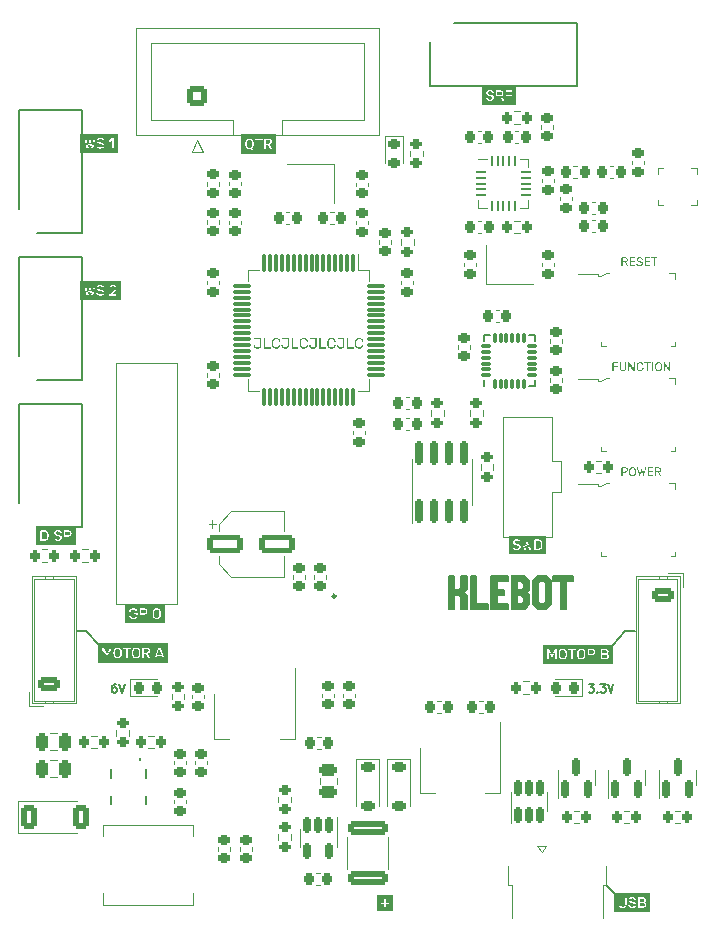
<source format=gto>
G04 #@! TF.GenerationSoftware,KiCad,Pcbnew,7.0.1*
G04 #@! TF.CreationDate,2023-10-12T07:55:19+02:00*
G04 #@! TF.ProjectId,Drv_board,4472765f-626f-4617-9264-2e6b69636164,rev?*
G04 #@! TF.SameCoordinates,Original*
G04 #@! TF.FileFunction,Legend,Top*
G04 #@! TF.FilePolarity,Positive*
%FSLAX46Y46*%
G04 Gerber Fmt 4.6, Leading zero omitted, Abs format (unit mm)*
G04 Created by KiCad (PCBNEW 7.0.1) date 2023-10-12 07:55:19*
%MOMM*%
%LPD*%
G01*
G04 APERTURE LIST*
G04 Aperture macros list*
%AMRoundRect*
0 Rectangle with rounded corners*
0 $1 Rounding radius*
0 $2 $3 $4 $5 $6 $7 $8 $9 X,Y pos of 4 corners*
0 Add a 4 corners polygon primitive as box body*
4,1,4,$2,$3,$4,$5,$6,$7,$8,$9,$2,$3,0*
0 Add four circle primitives for the rounded corners*
1,1,$1+$1,$2,$3*
1,1,$1+$1,$4,$5*
1,1,$1+$1,$6,$7*
1,1,$1+$1,$8,$9*
0 Add four rect primitives between the rounded corners*
20,1,$1+$1,$2,$3,$4,$5,0*
20,1,$1+$1,$4,$5,$6,$7,0*
20,1,$1+$1,$6,$7,$8,$9,0*
20,1,$1+$1,$8,$9,$2,$3,0*%
G04 Aperture macros list end*
%ADD10C,0.150000*%
%ADD11C,0.200000*%
%ADD12C,0.112500*%
%ADD13C,0.500000*%
%ADD14C,0.120000*%
%ADD15C,0.100000*%
%ADD16C,0.250000*%
%ADD17C,0.005000*%
%ADD18RoundRect,0.200000X-0.200000X-0.275000X0.200000X-0.275000X0.200000X0.275000X-0.200000X0.275000X0*%
%ADD19R,1.500000X1.500000*%
%ADD20C,1.500000*%
%ADD21RoundRect,0.225000X-0.250000X0.225000X-0.250000X-0.225000X0.250000X-0.225000X0.250000X0.225000X0*%
%ADD22RoundRect,0.200000X-0.275000X0.200000X-0.275000X-0.200000X0.275000X-0.200000X0.275000X0.200000X0*%
%ADD23RoundRect,0.225000X0.225000X0.250000X-0.225000X0.250000X-0.225000X-0.250000X0.225000X-0.250000X0*%
%ADD24R,1.500000X2.000000*%
%ADD25R,3.800000X2.000000*%
%ADD26R,1.350000X1.350000*%
%ADD27O,1.350000X1.350000*%
%ADD28RoundRect,0.250000X-0.475000X0.250000X-0.475000X-0.250000X0.475000X-0.250000X0.475000X0.250000X0*%
%ADD29R,0.400000X1.650000*%
%ADD30R,1.825000X0.700000*%
%ADD31R,2.000000X1.500000*%
%ADD32R,1.350000X2.000000*%
%ADD33O,1.350000X1.700000*%
%ADD34O,1.100000X1.500000*%
%ADD35R,1.430000X2.500000*%
%ADD36RoundRect,0.250000X0.685000X-0.335000X0.685000X0.335000X-0.685000X0.335000X-0.685000X-0.335000X0*%
%ADD37O,1.870000X1.170000*%
%ADD38RoundRect,0.250000X0.600000X-0.600000X0.600000X0.600000X-0.600000X0.600000X-0.600000X-0.600000X0*%
%ADD39C,1.700000*%
%ADD40RoundRect,0.225000X0.250000X-0.225000X0.250000X0.225000X-0.250000X0.225000X-0.250000X-0.225000X0*%
%ADD41RoundRect,0.200000X0.275000X-0.200000X0.275000X0.200000X-0.275000X0.200000X-0.275000X-0.200000X0*%
%ADD42RoundRect,0.150000X0.150000X-0.587500X0.150000X0.587500X-0.150000X0.587500X-0.150000X-0.587500X0*%
%ADD43RoundRect,0.200000X0.200000X0.275000X-0.200000X0.275000X-0.200000X-0.275000X0.200000X-0.275000X0*%
%ADD44RoundRect,0.218750X-0.256250X0.218750X-0.256250X-0.218750X0.256250X-0.218750X0.256250X0.218750X0*%
%ADD45R,2.100000X1.400000*%
%ADD46RoundRect,0.250000X-0.250000X-0.475000X0.250000X-0.475000X0.250000X0.475000X-0.250000X0.475000X0*%
%ADD47RoundRect,0.225000X-0.375000X0.225000X-0.375000X-0.225000X0.375000X-0.225000X0.375000X0.225000X0*%
%ADD48R,2.350000X3.500000*%
%ADD49RoundRect,0.075000X-0.075000X0.700000X-0.075000X-0.700000X0.075000X-0.700000X0.075000X0.700000X0*%
%ADD50RoundRect,0.075000X-0.700000X0.075000X-0.700000X-0.075000X0.700000X-0.075000X0.700000X0.075000X0*%
%ADD51R,2.400000X2.400000*%
%ADD52C,2.400000*%
%ADD53RoundRect,0.250000X-0.450000X-0.800000X0.450000X-0.800000X0.450000X0.800000X-0.450000X0.800000X0*%
%ADD54RoundRect,0.225000X-0.225000X-0.250000X0.225000X-0.250000X0.225000X0.250000X-0.225000X0.250000X0*%
%ADD55R,1.700000X1.700000*%
%ADD56O,1.700000X1.700000*%
%ADD57RoundRect,0.150000X0.150000X-0.825000X0.150000X0.825000X-0.150000X0.825000X-0.150000X-0.825000X0*%
%ADD58RoundRect,0.218750X0.256250X-0.218750X0.256250X0.218750X-0.256250X0.218750X-0.256250X-0.218750X0*%
%ADD59R,0.300000X0.700000*%
%ADD60R,2.100000X1.000000*%
%ADD61RoundRect,0.250000X-0.685000X0.335000X-0.685000X-0.335000X0.685000X-0.335000X0.685000X0.335000X0*%
%ADD62RoundRect,0.218750X-0.218750X-0.256250X0.218750X-0.256250X0.218750X0.256250X-0.218750X0.256250X0*%
%ADD63RoundRect,0.250000X1.450000X-0.312500X1.450000X0.312500X-1.450000X0.312500X-1.450000X-0.312500X0*%
%ADD64R,1.400000X1.200000*%
%ADD65RoundRect,0.062500X-0.350000X-0.062500X0.350000X-0.062500X0.350000X0.062500X-0.350000X0.062500X0*%
%ADD66RoundRect,0.062500X-0.062500X-0.350000X0.062500X-0.350000X0.062500X0.350000X-0.062500X0.350000X0*%
%ADD67R,2.500000X2.500000*%
%ADD68RoundRect,0.075000X0.075000X-0.350000X0.075000X0.350000X-0.075000X0.350000X-0.075000X-0.350000X0*%
%ADD69RoundRect,0.075000X0.350000X0.075000X-0.350000X0.075000X-0.350000X-0.075000X0.350000X-0.075000X0*%
%ADD70RoundRect,0.150000X0.150000X-0.512500X0.150000X0.512500X-0.150000X0.512500X-0.150000X-0.512500X0*%
%ADD71RoundRect,0.150000X-0.150000X0.512500X-0.150000X-0.512500X0.150000X-0.512500X0.150000X0.512500X0*%
%ADD72RoundRect,0.250000X-1.250000X-0.550000X1.250000X-0.550000X1.250000X0.550000X-1.250000X0.550000X0*%
%ADD73RoundRect,0.218750X0.218750X0.256250X-0.218750X0.256250X-0.218750X-0.256250X0.218750X-0.256250X0*%
%ADD74R,0.240000X0.600000*%
%ADD75R,2.400000X1.650000*%
%ADD76R,0.500000X0.250000*%
%ADD77R,2.200000X1.050000*%
%ADD78R,1.050000X1.000000*%
G04 APERTURE END LIST*
D10*
G36*
X122002169Y-98242115D02*
G01*
X122002086Y-98251248D01*
X122001839Y-98260267D01*
X122001427Y-98269170D01*
X122000850Y-98277959D01*
X121999201Y-98295191D01*
X121996893Y-98311962D01*
X121993925Y-98328273D01*
X121990298Y-98344124D01*
X121986012Y-98359515D01*
X121981066Y-98374446D01*
X121975461Y-98388916D01*
X121969196Y-98402926D01*
X121962271Y-98416476D01*
X121954688Y-98429565D01*
X121946445Y-98442194D01*
X121937542Y-98454363D01*
X121927980Y-98466072D01*
X121917758Y-98477321D01*
X121906931Y-98487995D01*
X121895553Y-98497980D01*
X121883624Y-98507277D01*
X121871143Y-98515885D01*
X121858111Y-98523805D01*
X121844528Y-98531035D01*
X121830393Y-98537578D01*
X121815707Y-98543431D01*
X121800470Y-98548596D01*
X121784682Y-98553072D01*
X121768343Y-98556860D01*
X121751452Y-98559959D01*
X121734010Y-98562369D01*
X121725082Y-98563316D01*
X121716016Y-98564091D01*
X121706813Y-98564693D01*
X121697472Y-98565124D01*
X121687993Y-98565382D01*
X121678376Y-98565468D01*
X121666191Y-98565321D01*
X121654203Y-98564881D01*
X121642410Y-98564146D01*
X121630813Y-98563119D01*
X121619411Y-98561797D01*
X121608206Y-98560182D01*
X121597196Y-98558273D01*
X121586382Y-98556071D01*
X121575763Y-98553575D01*
X121565341Y-98550785D01*
X121555114Y-98547701D01*
X121545083Y-98544324D01*
X121535248Y-98540653D01*
X121525609Y-98536689D01*
X121516165Y-98532431D01*
X121506917Y-98527879D01*
X121497927Y-98523058D01*
X121489201Y-98518045D01*
X121480740Y-98512843D01*
X121472543Y-98507450D01*
X121464611Y-98501866D01*
X121456943Y-98496091D01*
X121449539Y-98490126D01*
X121442401Y-98483970D01*
X121435526Y-98477624D01*
X121428916Y-98471087D01*
X121422571Y-98464359D01*
X121416489Y-98457441D01*
X121410673Y-98450332D01*
X121405121Y-98443032D01*
X121399833Y-98435542D01*
X121394810Y-98427861D01*
X121390062Y-98420022D01*
X121385601Y-98412110D01*
X121381428Y-98404126D01*
X121377540Y-98396070D01*
X121373940Y-98387942D01*
X121370626Y-98379742D01*
X121367600Y-98371469D01*
X121363597Y-98358926D01*
X121360240Y-98346219D01*
X121357528Y-98333351D01*
X121355461Y-98320320D01*
X121354442Y-98311543D01*
X121353710Y-98302694D01*
X121353264Y-98293772D01*
X121354606Y-98285029D01*
X121359054Y-98276830D01*
X121361397Y-98274208D01*
X121368550Y-98268942D01*
X121377470Y-98266274D01*
X121380961Y-98266075D01*
X121445148Y-98266075D01*
X121454958Y-98267834D01*
X121462844Y-98273109D01*
X121468166Y-98280611D01*
X121471556Y-98289183D01*
X121472845Y-98294212D01*
X121474716Y-98303092D01*
X121476867Y-98311763D01*
X121479298Y-98320224D01*
X121483469Y-98332523D01*
X121488270Y-98344351D01*
X121493701Y-98355707D01*
X121499762Y-98366592D01*
X121506453Y-98377006D01*
X121513773Y-98386948D01*
X121521723Y-98396418D01*
X121530303Y-98405418D01*
X121536373Y-98411155D01*
X121546100Y-98419169D01*
X121556569Y-98426395D01*
X121567780Y-98432832D01*
X121579732Y-98438481D01*
X121588113Y-98441810D01*
X121596823Y-98444787D01*
X121605863Y-98447415D01*
X121615233Y-98449692D01*
X121624932Y-98451619D01*
X121634962Y-98453196D01*
X121645321Y-98454422D01*
X121656009Y-98455298D01*
X121667028Y-98455823D01*
X121678376Y-98455998D01*
X121691528Y-98455772D01*
X121704222Y-98455095D01*
X121716457Y-98453966D01*
X121728233Y-98452385D01*
X121739551Y-98450353D01*
X121750411Y-98447868D01*
X121760812Y-98444933D01*
X121770755Y-98441545D01*
X121780238Y-98437706D01*
X121789264Y-98433415D01*
X121797831Y-98428673D01*
X121805939Y-98423479D01*
X121813589Y-98417833D01*
X121820780Y-98411736D01*
X121827513Y-98405187D01*
X121833787Y-98398186D01*
X121839670Y-98390753D01*
X121845173Y-98382909D01*
X121850297Y-98374652D01*
X121855041Y-98365983D01*
X121859406Y-98356901D01*
X121863391Y-98347408D01*
X121866996Y-98337502D01*
X121870222Y-98327185D01*
X121873069Y-98316455D01*
X121875536Y-98305313D01*
X121877623Y-98293758D01*
X121879331Y-98281792D01*
X121880660Y-98269414D01*
X121881608Y-98256623D01*
X121882178Y-98243420D01*
X121882367Y-98229805D01*
X121882367Y-97774561D01*
X121447786Y-97774561D01*
X121438707Y-97773418D01*
X121430511Y-97769989D01*
X121423826Y-97764889D01*
X121418069Y-97757698D01*
X121414514Y-97748966D01*
X121413714Y-97741808D01*
X121413714Y-97697844D01*
X121415136Y-97688447D01*
X121419402Y-97680039D01*
X121423826Y-97674983D01*
X121431219Y-97669351D01*
X121439496Y-97666057D01*
X121447786Y-97665091D01*
X121968097Y-97665091D01*
X121977176Y-97666286D01*
X121985372Y-97669870D01*
X121992057Y-97675203D01*
X121997814Y-97682622D01*
X122001181Y-97690976D01*
X122002169Y-97699383D01*
X122002169Y-98242115D01*
G37*
G36*
X122757905Y-98441930D02*
G01*
X122766958Y-98443099D01*
X122775076Y-98446605D01*
X122781645Y-98451822D01*
X122787402Y-98458887D01*
X122790957Y-98467542D01*
X122791757Y-98474683D01*
X122791757Y-98518647D01*
X122790335Y-98528075D01*
X122786069Y-98536575D01*
X122781645Y-98541727D01*
X122774377Y-98547234D01*
X122766174Y-98550455D01*
X122757905Y-98551400D01*
X122245068Y-98551400D01*
X122235989Y-98550205D01*
X122227793Y-98546620D01*
X122221108Y-98541288D01*
X122215351Y-98533869D01*
X122211984Y-98525514D01*
X122210996Y-98517108D01*
X122210996Y-97699383D01*
X122212191Y-97690178D01*
X122215775Y-97681909D01*
X122221108Y-97675203D01*
X122228501Y-97669446D01*
X122236778Y-97666079D01*
X122245068Y-97665091D01*
X122296725Y-97665091D01*
X122305779Y-97666312D01*
X122313897Y-97669974D01*
X122320466Y-97675423D01*
X122326223Y-97682816D01*
X122329590Y-97691092D01*
X122330577Y-97699383D01*
X122330577Y-98441930D01*
X122757905Y-98441930D01*
G37*
G36*
X123010916Y-98216396D02*
G01*
X123011634Y-98229906D01*
X123012798Y-98243070D01*
X123014409Y-98255886D01*
X123016466Y-98268356D01*
X123018970Y-98280478D01*
X123021921Y-98292254D01*
X123025317Y-98303683D01*
X123029161Y-98314765D01*
X123033451Y-98325500D01*
X123038187Y-98335888D01*
X123043370Y-98345929D01*
X123048999Y-98355624D01*
X123055075Y-98364971D01*
X123061598Y-98373972D01*
X123068567Y-98382625D01*
X123075982Y-98390932D01*
X123083810Y-98398811D01*
X123092015Y-98406182D01*
X123100598Y-98413044D01*
X123109559Y-98419398D01*
X123118898Y-98425244D01*
X123128615Y-98430582D01*
X123138709Y-98435411D01*
X123149182Y-98439732D01*
X123160032Y-98443544D01*
X123171260Y-98446848D01*
X123182866Y-98449644D01*
X123194849Y-98451932D01*
X123207210Y-98453711D01*
X123219950Y-98454982D01*
X123233067Y-98455744D01*
X123246561Y-98455998D01*
X123260210Y-98455808D01*
X123273403Y-98455236D01*
X123286142Y-98454283D01*
X123298425Y-98452948D01*
X123310253Y-98451233D01*
X123321626Y-98449136D01*
X123332544Y-98446658D01*
X123343007Y-98443798D01*
X123353015Y-98440558D01*
X123362567Y-98436936D01*
X123371665Y-98432933D01*
X123380307Y-98428548D01*
X123388495Y-98423783D01*
X123396227Y-98418636D01*
X123403504Y-98413108D01*
X123410326Y-98407199D01*
X123416810Y-98400961D01*
X123423017Y-98394504D01*
X123428948Y-98387827D01*
X123434602Y-98380930D01*
X123439980Y-98373814D01*
X123445082Y-98366477D01*
X123449906Y-98358921D01*
X123454455Y-98351145D01*
X123458727Y-98343149D01*
X123462722Y-98334933D01*
X123466441Y-98326498D01*
X123469883Y-98317842D01*
X123473049Y-98308967D01*
X123475939Y-98299872D01*
X123478552Y-98290557D01*
X123480888Y-98281023D01*
X123483825Y-98272038D01*
X123488678Y-98264536D01*
X123492978Y-98260360D01*
X123500984Y-98255378D01*
X123509644Y-98252937D01*
X123513861Y-98252666D01*
X123571673Y-98252666D01*
X123580416Y-98254045D01*
X123588615Y-98258613D01*
X123591237Y-98261019D01*
X123596503Y-98268135D01*
X123599172Y-98276935D01*
X123599370Y-98280363D01*
X123598606Y-98291985D01*
X123597219Y-98303689D01*
X123595211Y-98315473D01*
X123592580Y-98327339D01*
X123589327Y-98339286D01*
X123585452Y-98351314D01*
X123580955Y-98363423D01*
X123575836Y-98375613D01*
X123572077Y-98383785D01*
X123568043Y-98391993D01*
X123563731Y-98400237D01*
X123559143Y-98408517D01*
X123554257Y-98416707D01*
X123549049Y-98424736D01*
X123543520Y-98432603D01*
X123537670Y-98440309D01*
X123531499Y-98447853D01*
X123525006Y-98455236D01*
X123518193Y-98462457D01*
X123511058Y-98469517D01*
X123503602Y-98476416D01*
X123495825Y-98483153D01*
X123487727Y-98489728D01*
X123479308Y-98496143D01*
X123470568Y-98502395D01*
X123461506Y-98508487D01*
X123452124Y-98514417D01*
X123442420Y-98520185D01*
X123432433Y-98525669D01*
X123422145Y-98530798D01*
X123411557Y-98535574D01*
X123400668Y-98539996D01*
X123389479Y-98544065D01*
X123377989Y-98547779D01*
X123366199Y-98551140D01*
X123354108Y-98554147D01*
X123341716Y-98556801D01*
X123329024Y-98559100D01*
X123316032Y-98561046D01*
X123302739Y-98562638D01*
X123289145Y-98563876D01*
X123275251Y-98564760D01*
X123261057Y-98565291D01*
X123246561Y-98565468D01*
X123233448Y-98565294D01*
X123220540Y-98564774D01*
X123207839Y-98563907D01*
X123195344Y-98562693D01*
X123183054Y-98561132D01*
X123170971Y-98559224D01*
X123159094Y-98556969D01*
X123147423Y-98554367D01*
X123135958Y-98551418D01*
X123124699Y-98548123D01*
X123113647Y-98544480D01*
X123102800Y-98540491D01*
X123092159Y-98536155D01*
X123081725Y-98531472D01*
X123071497Y-98526442D01*
X123061474Y-98521065D01*
X123051695Y-98515383D01*
X123042195Y-98509438D01*
X123032976Y-98503231D01*
X123024036Y-98496761D01*
X123015377Y-98490028D01*
X123006997Y-98483032D01*
X122998897Y-98475774D01*
X122991077Y-98468253D01*
X122983537Y-98460469D01*
X122976277Y-98452423D01*
X122969297Y-98444113D01*
X122962597Y-98435541D01*
X122956177Y-98426707D01*
X122950036Y-98417609D01*
X122944176Y-98408249D01*
X122938596Y-98398626D01*
X122933311Y-98388762D01*
X122928336Y-98378735D01*
X122923673Y-98368546D01*
X122919320Y-98358193D01*
X122915279Y-98347677D01*
X122911548Y-98336997D01*
X122908128Y-98326155D01*
X122905018Y-98315150D01*
X122902220Y-98303981D01*
X122899732Y-98292649D01*
X122897556Y-98281154D01*
X122895690Y-98269496D01*
X122894135Y-98257675D01*
X122892891Y-98245690D01*
X122891957Y-98233543D01*
X122891335Y-98221232D01*
X122891025Y-98211148D01*
X122890758Y-98199910D01*
X122890584Y-98190724D01*
X122890433Y-98180888D01*
X122890305Y-98170404D01*
X122890201Y-98159271D01*
X122890120Y-98147488D01*
X122890062Y-98135056D01*
X122890027Y-98121975D01*
X122890017Y-98112894D01*
X122890016Y-98108245D01*
X122890021Y-98099020D01*
X122890036Y-98090083D01*
X122890079Y-98077218D01*
X122890144Y-98065003D01*
X122890233Y-98053437D01*
X122890345Y-98042520D01*
X122890481Y-98032252D01*
X122890639Y-98022633D01*
X122890821Y-98013663D01*
X122891099Y-98002713D01*
X122891335Y-97995259D01*
X122891957Y-97982949D01*
X122892891Y-97970804D01*
X122894135Y-97958824D01*
X122895690Y-97947008D01*
X122897556Y-97935358D01*
X122899732Y-97923872D01*
X122902220Y-97912552D01*
X122905018Y-97901396D01*
X122908128Y-97890405D01*
X122911548Y-97879579D01*
X122915279Y-97868918D01*
X122919320Y-97858421D01*
X122923673Y-97848090D01*
X122928336Y-97837923D01*
X122933311Y-97827922D01*
X122938596Y-97818085D01*
X122944176Y-97808435D01*
X122950036Y-97799050D01*
X122956177Y-97789929D01*
X122962597Y-97781073D01*
X122969297Y-97772481D01*
X122976277Y-97764154D01*
X122983537Y-97756091D01*
X122991077Y-97748292D01*
X122998897Y-97740758D01*
X123006997Y-97733489D01*
X123015377Y-97726484D01*
X123024036Y-97719743D01*
X123032976Y-97713267D01*
X123042195Y-97707056D01*
X123051695Y-97701109D01*
X123061474Y-97695426D01*
X123071497Y-97690049D01*
X123081725Y-97685019D01*
X123092159Y-97680336D01*
X123102800Y-97676000D01*
X123113647Y-97672010D01*
X123124699Y-97668368D01*
X123135958Y-97665072D01*
X123147423Y-97662124D01*
X123159094Y-97659522D01*
X123170971Y-97657267D01*
X123183054Y-97655359D01*
X123195344Y-97653798D01*
X123207839Y-97652584D01*
X123220540Y-97651716D01*
X123233448Y-97651196D01*
X123246561Y-97651023D01*
X123261057Y-97651200D01*
X123275251Y-97651734D01*
X123289145Y-97652622D01*
X123302739Y-97653867D01*
X123316032Y-97655466D01*
X123329024Y-97657421D01*
X123341716Y-97659732D01*
X123354108Y-97662398D01*
X123366199Y-97665420D01*
X123377989Y-97668797D01*
X123389479Y-97672530D01*
X123400668Y-97676618D01*
X123411557Y-97681061D01*
X123422145Y-97685860D01*
X123432433Y-97691015D01*
X123442420Y-97696525D01*
X123452124Y-97702294D01*
X123461506Y-97708227D01*
X123470568Y-97714323D01*
X123479308Y-97720582D01*
X123487727Y-97727003D01*
X123495825Y-97733589D01*
X123503602Y-97740337D01*
X123511058Y-97747248D01*
X123518193Y-97754323D01*
X123525006Y-97761560D01*
X123531499Y-97768961D01*
X123537670Y-97776525D01*
X123543520Y-97784252D01*
X123549049Y-97792143D01*
X123554257Y-97800196D01*
X123559143Y-97808413D01*
X123563731Y-97816667D01*
X123568043Y-97824889D01*
X123572077Y-97833078D01*
X123575836Y-97841234D01*
X123579318Y-97849358D01*
X123584022Y-97861483D01*
X123588104Y-97873534D01*
X123591565Y-97885512D01*
X123594403Y-97897416D01*
X123596619Y-97909247D01*
X123598213Y-97921005D01*
X123599185Y-97932689D01*
X123599370Y-97936567D01*
X123597813Y-97945829D01*
X123593143Y-97953998D01*
X123591237Y-97956131D01*
X123584084Y-97961397D01*
X123575165Y-97964066D01*
X123571673Y-97964264D01*
X123513861Y-97964264D01*
X123504900Y-97962994D01*
X123496592Y-97959185D01*
X123492978Y-97956570D01*
X123486847Y-97950058D01*
X123482633Y-97942062D01*
X123480888Y-97935908D01*
X123478552Y-97926346D01*
X123475939Y-97917007D01*
X123473049Y-97907888D01*
X123469883Y-97898992D01*
X123466441Y-97890317D01*
X123462722Y-97881863D01*
X123458727Y-97873631D01*
X123454455Y-97865621D01*
X123449906Y-97857832D01*
X123445082Y-97850264D01*
X123439980Y-97842918D01*
X123434602Y-97835794D01*
X123428948Y-97828891D01*
X123423017Y-97822210D01*
X123416810Y-97815750D01*
X123410326Y-97809512D01*
X123403504Y-97803576D01*
X123396227Y-97798023D01*
X123388495Y-97792853D01*
X123380307Y-97788066D01*
X123371665Y-97783662D01*
X123362567Y-97779641D01*
X123353015Y-97776002D01*
X123343007Y-97772747D01*
X123332544Y-97769875D01*
X123321626Y-97767386D01*
X123310253Y-97765279D01*
X123298425Y-97763556D01*
X123286142Y-97762216D01*
X123273403Y-97761258D01*
X123260210Y-97760684D01*
X123246561Y-97760492D01*
X123233067Y-97760746D01*
X123219950Y-97761509D01*
X123207210Y-97762780D01*
X123194849Y-97764559D01*
X123182866Y-97766846D01*
X123171260Y-97769642D01*
X123160032Y-97772946D01*
X123149182Y-97776759D01*
X123138709Y-97781080D01*
X123128615Y-97785909D01*
X123118898Y-97791246D01*
X123109559Y-97797092D01*
X123100598Y-97803446D01*
X123092015Y-97810309D01*
X123083810Y-97817679D01*
X123075982Y-97825559D01*
X123068567Y-97833865D01*
X123061598Y-97842519D01*
X123055075Y-97851520D01*
X123048999Y-97860867D01*
X123043370Y-97870561D01*
X123038187Y-97880603D01*
X123033451Y-97890991D01*
X123029161Y-97901726D01*
X123025317Y-97912808D01*
X123021921Y-97924237D01*
X123018970Y-97936012D01*
X123016466Y-97948135D01*
X123014409Y-97960604D01*
X123012798Y-97973421D01*
X123011634Y-97986584D01*
X123010916Y-98000095D01*
X123010658Y-98010247D01*
X123010435Y-98021362D01*
X123010290Y-98030329D01*
X123010165Y-98039837D01*
X123010058Y-98049886D01*
X123009971Y-98060476D01*
X123009904Y-98071607D01*
X123009855Y-98083279D01*
X123009826Y-98095492D01*
X123009817Y-98108245D01*
X123009826Y-98120999D01*
X123009855Y-98133212D01*
X123009904Y-98144884D01*
X123009971Y-98156015D01*
X123010058Y-98166605D01*
X123010165Y-98176654D01*
X123010290Y-98186162D01*
X123010435Y-98195129D01*
X123010658Y-98206243D01*
X123010916Y-98216396D01*
G37*
G36*
X124347193Y-98242115D02*
G01*
X124347111Y-98251248D01*
X124346863Y-98260267D01*
X124346451Y-98269170D01*
X124345874Y-98277959D01*
X124344225Y-98295191D01*
X124341917Y-98311962D01*
X124338950Y-98328273D01*
X124335323Y-98344124D01*
X124331036Y-98359515D01*
X124326090Y-98374446D01*
X124320485Y-98388916D01*
X124314220Y-98402926D01*
X124307296Y-98416476D01*
X124299712Y-98429565D01*
X124291469Y-98442194D01*
X124282566Y-98454363D01*
X124273004Y-98466072D01*
X124262783Y-98477321D01*
X124251956Y-98487995D01*
X124240578Y-98497980D01*
X124228648Y-98507277D01*
X124216167Y-98515885D01*
X124203135Y-98523805D01*
X124189552Y-98531035D01*
X124175418Y-98537578D01*
X124160732Y-98543431D01*
X124145495Y-98548596D01*
X124129707Y-98553072D01*
X124113367Y-98556860D01*
X124096476Y-98559959D01*
X124079034Y-98562369D01*
X124070106Y-98563316D01*
X124061041Y-98564091D01*
X124051837Y-98564693D01*
X124042496Y-98565124D01*
X124033017Y-98565382D01*
X124023400Y-98565468D01*
X124011216Y-98565321D01*
X123999227Y-98564881D01*
X123987434Y-98564146D01*
X123975837Y-98563119D01*
X123964436Y-98561797D01*
X123953230Y-98560182D01*
X123942220Y-98558273D01*
X123931406Y-98556071D01*
X123920788Y-98553575D01*
X123910365Y-98550785D01*
X123900139Y-98547701D01*
X123890108Y-98544324D01*
X123880273Y-98540653D01*
X123870633Y-98536689D01*
X123861190Y-98532431D01*
X123851942Y-98527879D01*
X123842951Y-98523058D01*
X123834226Y-98518045D01*
X123825764Y-98512843D01*
X123817568Y-98507450D01*
X123809635Y-98501866D01*
X123801967Y-98496091D01*
X123794564Y-98490126D01*
X123787425Y-98483970D01*
X123780550Y-98477624D01*
X123773940Y-98471087D01*
X123767595Y-98464359D01*
X123761514Y-98457441D01*
X123755697Y-98450332D01*
X123750145Y-98443032D01*
X123744857Y-98435542D01*
X123739834Y-98427861D01*
X123735087Y-98420022D01*
X123730626Y-98412110D01*
X123726452Y-98404126D01*
X123722565Y-98396070D01*
X123718964Y-98387942D01*
X123715651Y-98379742D01*
X123712624Y-98371469D01*
X123708622Y-98358926D01*
X123705264Y-98346219D01*
X123702552Y-98333351D01*
X123700486Y-98320320D01*
X123699467Y-98311543D01*
X123698734Y-98302694D01*
X123698289Y-98293772D01*
X123699631Y-98285029D01*
X123704079Y-98276830D01*
X123706422Y-98274208D01*
X123713574Y-98268942D01*
X123722494Y-98266274D01*
X123725986Y-98266075D01*
X123790173Y-98266075D01*
X123799982Y-98267834D01*
X123807868Y-98273109D01*
X123813191Y-98280611D01*
X123816581Y-98289183D01*
X123817870Y-98294212D01*
X123819741Y-98303092D01*
X123821892Y-98311763D01*
X123824323Y-98320224D01*
X123828494Y-98332523D01*
X123833295Y-98344351D01*
X123838726Y-98355707D01*
X123844786Y-98366592D01*
X123851477Y-98377006D01*
X123858797Y-98386948D01*
X123866747Y-98396418D01*
X123875327Y-98405418D01*
X123881397Y-98411155D01*
X123891124Y-98419169D01*
X123901593Y-98426395D01*
X123912804Y-98432832D01*
X123924757Y-98438481D01*
X123933137Y-98441810D01*
X123941848Y-98444787D01*
X123950888Y-98447415D01*
X123960257Y-98449692D01*
X123969957Y-98451619D01*
X123979986Y-98453196D01*
X123990345Y-98454422D01*
X124001034Y-98455298D01*
X124012052Y-98455823D01*
X124023400Y-98455998D01*
X124036552Y-98455772D01*
X124049246Y-98455095D01*
X124061481Y-98453966D01*
X124073258Y-98452385D01*
X124084576Y-98450353D01*
X124095435Y-98447868D01*
X124105836Y-98444933D01*
X124115779Y-98441545D01*
X124125263Y-98437706D01*
X124134288Y-98433415D01*
X124142855Y-98428673D01*
X124150964Y-98423479D01*
X124158614Y-98417833D01*
X124165805Y-98411736D01*
X124172538Y-98405187D01*
X124178812Y-98398186D01*
X124184695Y-98390753D01*
X124190198Y-98382909D01*
X124195321Y-98374652D01*
X124200066Y-98365983D01*
X124204430Y-98356901D01*
X124208415Y-98347408D01*
X124212021Y-98337502D01*
X124215247Y-98327185D01*
X124218093Y-98316455D01*
X124220560Y-98305313D01*
X124222648Y-98293758D01*
X124224356Y-98281792D01*
X124225684Y-98269414D01*
X124226633Y-98256623D01*
X124227202Y-98243420D01*
X124227392Y-98229805D01*
X124227392Y-97774561D01*
X123792811Y-97774561D01*
X123783731Y-97773418D01*
X123775535Y-97769989D01*
X123768850Y-97764889D01*
X123763093Y-97757698D01*
X123759538Y-97748966D01*
X123758739Y-97741808D01*
X123758739Y-97697844D01*
X123760161Y-97688447D01*
X123764426Y-97680039D01*
X123768850Y-97674983D01*
X123776244Y-97669351D01*
X123784520Y-97666057D01*
X123792811Y-97665091D01*
X124313121Y-97665091D01*
X124322200Y-97666286D01*
X124330397Y-97669870D01*
X124337081Y-97675203D01*
X124342838Y-97682622D01*
X124346205Y-97690976D01*
X124347193Y-97699383D01*
X124347193Y-98242115D01*
G37*
G36*
X125102929Y-98441930D02*
G01*
X125111983Y-98443099D01*
X125120101Y-98446605D01*
X125126670Y-98451822D01*
X125132426Y-98458887D01*
X125135981Y-98467542D01*
X125136781Y-98474683D01*
X125136781Y-98518647D01*
X125135359Y-98528075D01*
X125131093Y-98536575D01*
X125126670Y-98541727D01*
X125119401Y-98547234D01*
X125111198Y-98550455D01*
X125102929Y-98551400D01*
X124590092Y-98551400D01*
X124581013Y-98550205D01*
X124572817Y-98546620D01*
X124566132Y-98541288D01*
X124560375Y-98533869D01*
X124557008Y-98525514D01*
X124556021Y-98517108D01*
X124556021Y-97699383D01*
X124557215Y-97690178D01*
X124560800Y-97681909D01*
X124566132Y-97675203D01*
X124573526Y-97669446D01*
X124581802Y-97666079D01*
X124590092Y-97665091D01*
X124641750Y-97665091D01*
X124650803Y-97666312D01*
X124658921Y-97669974D01*
X124665490Y-97675423D01*
X124671247Y-97682816D01*
X124674614Y-97691092D01*
X124675602Y-97699383D01*
X124675602Y-98441930D01*
X125102929Y-98441930D01*
G37*
G36*
X125355940Y-98216396D02*
G01*
X125356658Y-98229906D01*
X125357823Y-98243070D01*
X125359433Y-98255886D01*
X125361491Y-98268356D01*
X125363995Y-98280478D01*
X125366945Y-98292254D01*
X125370342Y-98303683D01*
X125374185Y-98314765D01*
X125378475Y-98325500D01*
X125383212Y-98335888D01*
X125388394Y-98345929D01*
X125394024Y-98355624D01*
X125400100Y-98364971D01*
X125406622Y-98373972D01*
X125413591Y-98382625D01*
X125421007Y-98390932D01*
X125428834Y-98398811D01*
X125437040Y-98406182D01*
X125445623Y-98413044D01*
X125454584Y-98419398D01*
X125463923Y-98425244D01*
X125473639Y-98430582D01*
X125483734Y-98435411D01*
X125494206Y-98439732D01*
X125505056Y-98443544D01*
X125516284Y-98446848D01*
X125527890Y-98449644D01*
X125539874Y-98451932D01*
X125552235Y-98453711D01*
X125564974Y-98454982D01*
X125578091Y-98455744D01*
X125591586Y-98455998D01*
X125605234Y-98455808D01*
X125618428Y-98455236D01*
X125631166Y-98454283D01*
X125643449Y-98452948D01*
X125655277Y-98451233D01*
X125666650Y-98449136D01*
X125677568Y-98446658D01*
X125688031Y-98443798D01*
X125698039Y-98440558D01*
X125707592Y-98436936D01*
X125716689Y-98432933D01*
X125725332Y-98428548D01*
X125733519Y-98423783D01*
X125741251Y-98418636D01*
X125748529Y-98413108D01*
X125755351Y-98407199D01*
X125761834Y-98400961D01*
X125768042Y-98394504D01*
X125773973Y-98387827D01*
X125779627Y-98380930D01*
X125785005Y-98373814D01*
X125790106Y-98366477D01*
X125794931Y-98358921D01*
X125799479Y-98351145D01*
X125803751Y-98343149D01*
X125807746Y-98334933D01*
X125811465Y-98326498D01*
X125814908Y-98317842D01*
X125818074Y-98308967D01*
X125820963Y-98299872D01*
X125823576Y-98290557D01*
X125825912Y-98281023D01*
X125828849Y-98272038D01*
X125833702Y-98264536D01*
X125838002Y-98260360D01*
X125846009Y-98255378D01*
X125854668Y-98252937D01*
X125858885Y-98252666D01*
X125916697Y-98252666D01*
X125925441Y-98254045D01*
X125933639Y-98258613D01*
X125936261Y-98261019D01*
X125941527Y-98268135D01*
X125944196Y-98276935D01*
X125944395Y-98280363D01*
X125943630Y-98291985D01*
X125942244Y-98303689D01*
X125940235Y-98315473D01*
X125937604Y-98327339D01*
X125934351Y-98339286D01*
X125930476Y-98351314D01*
X125925979Y-98363423D01*
X125920860Y-98375613D01*
X125917102Y-98383785D01*
X125913067Y-98391993D01*
X125908756Y-98400237D01*
X125904168Y-98408517D01*
X125899281Y-98416707D01*
X125894073Y-98424736D01*
X125888544Y-98432603D01*
X125882694Y-98440309D01*
X125876523Y-98447853D01*
X125870031Y-98455236D01*
X125863217Y-98462457D01*
X125856083Y-98469517D01*
X125848627Y-98476416D01*
X125840850Y-98483153D01*
X125832752Y-98489728D01*
X125824332Y-98496143D01*
X125815592Y-98502395D01*
X125806531Y-98508487D01*
X125797148Y-98514417D01*
X125787444Y-98520185D01*
X125777457Y-98525669D01*
X125767169Y-98530798D01*
X125756581Y-98535574D01*
X125745692Y-98539996D01*
X125734503Y-98544065D01*
X125723013Y-98547779D01*
X125711223Y-98551140D01*
X125699132Y-98554147D01*
X125686741Y-98556801D01*
X125674049Y-98559100D01*
X125661056Y-98561046D01*
X125647763Y-98562638D01*
X125634170Y-98563876D01*
X125620276Y-98564760D01*
X125606081Y-98565291D01*
X125591586Y-98565468D01*
X125578472Y-98565294D01*
X125565565Y-98564774D01*
X125552863Y-98563907D01*
X125540368Y-98562693D01*
X125528079Y-98561132D01*
X125515996Y-98559224D01*
X125504119Y-98556969D01*
X125492448Y-98554367D01*
X125480983Y-98551418D01*
X125469724Y-98548123D01*
X125458671Y-98544480D01*
X125447824Y-98540491D01*
X125437184Y-98536155D01*
X125426749Y-98531472D01*
X125416521Y-98526442D01*
X125406499Y-98521065D01*
X125396719Y-98515383D01*
X125387220Y-98509438D01*
X125378000Y-98503231D01*
X125369061Y-98496761D01*
X125360401Y-98490028D01*
X125352021Y-98483032D01*
X125343922Y-98475774D01*
X125336102Y-98468253D01*
X125328562Y-98460469D01*
X125321302Y-98452423D01*
X125314322Y-98444113D01*
X125307621Y-98435541D01*
X125301201Y-98426707D01*
X125295061Y-98417609D01*
X125289200Y-98408249D01*
X125283620Y-98398626D01*
X125278335Y-98388762D01*
X125273361Y-98378735D01*
X125268697Y-98368546D01*
X125264345Y-98358193D01*
X125260303Y-98347677D01*
X125256572Y-98336997D01*
X125253152Y-98326155D01*
X125250043Y-98315150D01*
X125247244Y-98303981D01*
X125244757Y-98292649D01*
X125242580Y-98281154D01*
X125240714Y-98269496D01*
X125239159Y-98257675D01*
X125237915Y-98245690D01*
X125236982Y-98233543D01*
X125236359Y-98221232D01*
X125236050Y-98211148D01*
X125235782Y-98199910D01*
X125235608Y-98190724D01*
X125235457Y-98180888D01*
X125235330Y-98170404D01*
X125235226Y-98159271D01*
X125235144Y-98147488D01*
X125235086Y-98135056D01*
X125235052Y-98121975D01*
X125235041Y-98112894D01*
X125235040Y-98108245D01*
X125235045Y-98099020D01*
X125235061Y-98090083D01*
X125235103Y-98077218D01*
X125235169Y-98065003D01*
X125235258Y-98053437D01*
X125235370Y-98042520D01*
X125235505Y-98032252D01*
X125235664Y-98022633D01*
X125235845Y-98013663D01*
X125236123Y-98002713D01*
X125236359Y-97995259D01*
X125236982Y-97982949D01*
X125237915Y-97970804D01*
X125239159Y-97958824D01*
X125240714Y-97947008D01*
X125242580Y-97935358D01*
X125244757Y-97923872D01*
X125247244Y-97912552D01*
X125250043Y-97901396D01*
X125253152Y-97890405D01*
X125256572Y-97879579D01*
X125260303Y-97868918D01*
X125264345Y-97858421D01*
X125268697Y-97848090D01*
X125273361Y-97837923D01*
X125278335Y-97827922D01*
X125283620Y-97818085D01*
X125289200Y-97808435D01*
X125295061Y-97799050D01*
X125301201Y-97789929D01*
X125307621Y-97781073D01*
X125314322Y-97772481D01*
X125321302Y-97764154D01*
X125328562Y-97756091D01*
X125336102Y-97748292D01*
X125343922Y-97740758D01*
X125352021Y-97733489D01*
X125360401Y-97726484D01*
X125369061Y-97719743D01*
X125378000Y-97713267D01*
X125387220Y-97707056D01*
X125396719Y-97701109D01*
X125406499Y-97695426D01*
X125416521Y-97690049D01*
X125426749Y-97685019D01*
X125437184Y-97680336D01*
X125447824Y-97676000D01*
X125458671Y-97672010D01*
X125469724Y-97668368D01*
X125480983Y-97665072D01*
X125492448Y-97662124D01*
X125504119Y-97659522D01*
X125515996Y-97657267D01*
X125528079Y-97655359D01*
X125540368Y-97653798D01*
X125552863Y-97652584D01*
X125565565Y-97651716D01*
X125578472Y-97651196D01*
X125591586Y-97651023D01*
X125606081Y-97651200D01*
X125620276Y-97651734D01*
X125634170Y-97652622D01*
X125647763Y-97653867D01*
X125661056Y-97655466D01*
X125674049Y-97657421D01*
X125686741Y-97659732D01*
X125699132Y-97662398D01*
X125711223Y-97665420D01*
X125723013Y-97668797D01*
X125734503Y-97672530D01*
X125745692Y-97676618D01*
X125756581Y-97681061D01*
X125767169Y-97685860D01*
X125777457Y-97691015D01*
X125787444Y-97696525D01*
X125797148Y-97702294D01*
X125806531Y-97708227D01*
X125815592Y-97714323D01*
X125824332Y-97720582D01*
X125832752Y-97727003D01*
X125840850Y-97733589D01*
X125848627Y-97740337D01*
X125856083Y-97747248D01*
X125863217Y-97754323D01*
X125870031Y-97761560D01*
X125876523Y-97768961D01*
X125882694Y-97776525D01*
X125888544Y-97784252D01*
X125894073Y-97792143D01*
X125899281Y-97800196D01*
X125904168Y-97808413D01*
X125908756Y-97816667D01*
X125913067Y-97824889D01*
X125917102Y-97833078D01*
X125920860Y-97841234D01*
X125924342Y-97849358D01*
X125929047Y-97861483D01*
X125933129Y-97873534D01*
X125936589Y-97885512D01*
X125939427Y-97897416D01*
X125941643Y-97909247D01*
X125943237Y-97921005D01*
X125944209Y-97932689D01*
X125944395Y-97936567D01*
X125942838Y-97945829D01*
X125938168Y-97953998D01*
X125936261Y-97956131D01*
X125929109Y-97961397D01*
X125920189Y-97964066D01*
X125916697Y-97964264D01*
X125858885Y-97964264D01*
X125849924Y-97962994D01*
X125841617Y-97959185D01*
X125838002Y-97956570D01*
X125831872Y-97950058D01*
X125827657Y-97942062D01*
X125825912Y-97935908D01*
X125823576Y-97926346D01*
X125820963Y-97917007D01*
X125818074Y-97907888D01*
X125814908Y-97898992D01*
X125811465Y-97890317D01*
X125807746Y-97881863D01*
X125803751Y-97873631D01*
X125799479Y-97865621D01*
X125794931Y-97857832D01*
X125790106Y-97850264D01*
X125785005Y-97842918D01*
X125779627Y-97835794D01*
X125773973Y-97828891D01*
X125768042Y-97822210D01*
X125761834Y-97815750D01*
X125755351Y-97809512D01*
X125748529Y-97803576D01*
X125741251Y-97798023D01*
X125733519Y-97792853D01*
X125725332Y-97788066D01*
X125716689Y-97783662D01*
X125707592Y-97779641D01*
X125698039Y-97776002D01*
X125688031Y-97772747D01*
X125677568Y-97769875D01*
X125666650Y-97767386D01*
X125655277Y-97765279D01*
X125643449Y-97763556D01*
X125631166Y-97762216D01*
X125618428Y-97761258D01*
X125605234Y-97760684D01*
X125591586Y-97760492D01*
X125578091Y-97760746D01*
X125564974Y-97761509D01*
X125552235Y-97762780D01*
X125539874Y-97764559D01*
X125527890Y-97766846D01*
X125516284Y-97769642D01*
X125505056Y-97772946D01*
X125494206Y-97776759D01*
X125483734Y-97781080D01*
X125473639Y-97785909D01*
X125463923Y-97791246D01*
X125454584Y-97797092D01*
X125445623Y-97803446D01*
X125437040Y-97810309D01*
X125428834Y-97817679D01*
X125421007Y-97825559D01*
X125413591Y-97833865D01*
X125406622Y-97842519D01*
X125400100Y-97851520D01*
X125394024Y-97860867D01*
X125388394Y-97870561D01*
X125383212Y-97880603D01*
X125378475Y-97890991D01*
X125374185Y-97901726D01*
X125370342Y-97912808D01*
X125366945Y-97924237D01*
X125363995Y-97936012D01*
X125361491Y-97948135D01*
X125359433Y-97960604D01*
X125357823Y-97973421D01*
X125356658Y-97986584D01*
X125355940Y-98000095D01*
X125355683Y-98010247D01*
X125355459Y-98021362D01*
X125355315Y-98030329D01*
X125355189Y-98039837D01*
X125355083Y-98049886D01*
X125354996Y-98060476D01*
X125354928Y-98071607D01*
X125354880Y-98083279D01*
X125354851Y-98095492D01*
X125354841Y-98108245D01*
X125354851Y-98120999D01*
X125354880Y-98133212D01*
X125354928Y-98144884D01*
X125354996Y-98156015D01*
X125355083Y-98166605D01*
X125355189Y-98176654D01*
X125355315Y-98186162D01*
X125355459Y-98195129D01*
X125355683Y-98206243D01*
X125355940Y-98216396D01*
G37*
G36*
X126692217Y-98242115D02*
G01*
X126692135Y-98251248D01*
X126691888Y-98260267D01*
X126691475Y-98269170D01*
X126690898Y-98277959D01*
X126689250Y-98295191D01*
X126686942Y-98311962D01*
X126683974Y-98328273D01*
X126680347Y-98344124D01*
X126676061Y-98359515D01*
X126671115Y-98374446D01*
X126665509Y-98388916D01*
X126659245Y-98402926D01*
X126652320Y-98416476D01*
X126644737Y-98429565D01*
X126636493Y-98442194D01*
X126627591Y-98454363D01*
X126618029Y-98466072D01*
X126607807Y-98477321D01*
X126596980Y-98487995D01*
X126585602Y-98497980D01*
X126573672Y-98507277D01*
X126561192Y-98515885D01*
X126548160Y-98523805D01*
X126534577Y-98531035D01*
X126520442Y-98537578D01*
X126505756Y-98543431D01*
X126490519Y-98548596D01*
X126474731Y-98553072D01*
X126458391Y-98556860D01*
X126441501Y-98559959D01*
X126424058Y-98562369D01*
X126415131Y-98563316D01*
X126406065Y-98564091D01*
X126396862Y-98564693D01*
X126387521Y-98565124D01*
X126378041Y-98565382D01*
X126368425Y-98565468D01*
X126356240Y-98565321D01*
X126344251Y-98564881D01*
X126332459Y-98564146D01*
X126320861Y-98563119D01*
X126309460Y-98561797D01*
X126298254Y-98560182D01*
X126287245Y-98558273D01*
X126276431Y-98556071D01*
X126265812Y-98553575D01*
X126255390Y-98550785D01*
X126245163Y-98547701D01*
X126235132Y-98544324D01*
X126225297Y-98540653D01*
X126215658Y-98536689D01*
X126206214Y-98532431D01*
X126196966Y-98527879D01*
X126187976Y-98523058D01*
X126179250Y-98518045D01*
X126170789Y-98512843D01*
X126162592Y-98507450D01*
X126154660Y-98501866D01*
X126146992Y-98496091D01*
X126139588Y-98490126D01*
X126132449Y-98483970D01*
X126125575Y-98477624D01*
X126118965Y-98471087D01*
X126112619Y-98464359D01*
X126106538Y-98457441D01*
X126100722Y-98450332D01*
X126095170Y-98443032D01*
X126089882Y-98435542D01*
X126084859Y-98427861D01*
X126080111Y-98420022D01*
X126075650Y-98412110D01*
X126071476Y-98404126D01*
X126067589Y-98396070D01*
X126063989Y-98387942D01*
X126060675Y-98379742D01*
X126057648Y-98371469D01*
X126053646Y-98358926D01*
X126050289Y-98346219D01*
X126047577Y-98333351D01*
X126045510Y-98320320D01*
X126044491Y-98311543D01*
X126043759Y-98302694D01*
X126043313Y-98293772D01*
X126044655Y-98285029D01*
X126049103Y-98276830D01*
X126051446Y-98274208D01*
X126058599Y-98268942D01*
X126067519Y-98266274D01*
X126071010Y-98266075D01*
X126135197Y-98266075D01*
X126145007Y-98267834D01*
X126152893Y-98273109D01*
X126158215Y-98280611D01*
X126161605Y-98289183D01*
X126162894Y-98294212D01*
X126164765Y-98303092D01*
X126166916Y-98311763D01*
X126169347Y-98320224D01*
X126173518Y-98332523D01*
X126178319Y-98344351D01*
X126183750Y-98355707D01*
X126189811Y-98366592D01*
X126196501Y-98377006D01*
X126203822Y-98386948D01*
X126211772Y-98396418D01*
X126220352Y-98405418D01*
X126226422Y-98411155D01*
X126236149Y-98419169D01*
X126246618Y-98426395D01*
X126257828Y-98432832D01*
X126269781Y-98438481D01*
X126278162Y-98441810D01*
X126286872Y-98444787D01*
X126295912Y-98447415D01*
X126305282Y-98449692D01*
X126314981Y-98451619D01*
X126325010Y-98453196D01*
X126335369Y-98454422D01*
X126346058Y-98455298D01*
X126357076Y-98455823D01*
X126368425Y-98455998D01*
X126381577Y-98455772D01*
X126394270Y-98455095D01*
X126406506Y-98453966D01*
X126418282Y-98452385D01*
X126429600Y-98450353D01*
X126440460Y-98447868D01*
X126450861Y-98444933D01*
X126460803Y-98441545D01*
X126470287Y-98437706D01*
X126479313Y-98433415D01*
X126487880Y-98428673D01*
X126495988Y-98423479D01*
X126503638Y-98417833D01*
X126510829Y-98411736D01*
X126517562Y-98405187D01*
X126523836Y-98398186D01*
X126529719Y-98390753D01*
X126535222Y-98382909D01*
X126540346Y-98374652D01*
X126545090Y-98365983D01*
X126549455Y-98356901D01*
X126553440Y-98347408D01*
X126557045Y-98337502D01*
X126560271Y-98327185D01*
X126563118Y-98316455D01*
X126565585Y-98305313D01*
X126567672Y-98293758D01*
X126569380Y-98281792D01*
X126570708Y-98269414D01*
X126571657Y-98256623D01*
X126572226Y-98243420D01*
X126572416Y-98229805D01*
X126572416Y-97774561D01*
X126137835Y-97774561D01*
X126128756Y-97773418D01*
X126120559Y-97769989D01*
X126113875Y-97764889D01*
X126108118Y-97757698D01*
X126104563Y-97748966D01*
X126103763Y-97741808D01*
X126103763Y-97697844D01*
X126105185Y-97688447D01*
X126109451Y-97680039D01*
X126113875Y-97674983D01*
X126121268Y-97669351D01*
X126129545Y-97666057D01*
X126137835Y-97665091D01*
X126658145Y-97665091D01*
X126667225Y-97666286D01*
X126675421Y-97669870D01*
X126682106Y-97675203D01*
X126687863Y-97682622D01*
X126691230Y-97690976D01*
X126692217Y-97699383D01*
X126692217Y-98242115D01*
G37*
G36*
X127447954Y-98441930D02*
G01*
X127457007Y-98443099D01*
X127465125Y-98446605D01*
X127471694Y-98451822D01*
X127477451Y-98458887D01*
X127481006Y-98467542D01*
X127481806Y-98474683D01*
X127481806Y-98518647D01*
X127480384Y-98528075D01*
X127476118Y-98536575D01*
X127471694Y-98541727D01*
X127464426Y-98547234D01*
X127456223Y-98550455D01*
X127447954Y-98551400D01*
X126935117Y-98551400D01*
X126926038Y-98550205D01*
X126917841Y-98546620D01*
X126911157Y-98541288D01*
X126905400Y-98533869D01*
X126902032Y-98525514D01*
X126901045Y-98517108D01*
X126901045Y-97699383D01*
X126902240Y-97690178D01*
X126905824Y-97681909D01*
X126911157Y-97675203D01*
X126918550Y-97669446D01*
X126926826Y-97666079D01*
X126935117Y-97665091D01*
X126986774Y-97665091D01*
X126995828Y-97666312D01*
X127003946Y-97669974D01*
X127010515Y-97675423D01*
X127016272Y-97682816D01*
X127019639Y-97691092D01*
X127020626Y-97699383D01*
X127020626Y-98441930D01*
X127447954Y-98441930D01*
G37*
G36*
X127700965Y-98216396D02*
G01*
X127701683Y-98229906D01*
X127702847Y-98243070D01*
X127704458Y-98255886D01*
X127706515Y-98268356D01*
X127709019Y-98280478D01*
X127711969Y-98292254D01*
X127715366Y-98303683D01*
X127719210Y-98314765D01*
X127723500Y-98325500D01*
X127728236Y-98335888D01*
X127733419Y-98345929D01*
X127739048Y-98355624D01*
X127745124Y-98364971D01*
X127751647Y-98373972D01*
X127758616Y-98382625D01*
X127766031Y-98390932D01*
X127773859Y-98398811D01*
X127782064Y-98406182D01*
X127790647Y-98413044D01*
X127799608Y-98419398D01*
X127808947Y-98425244D01*
X127818664Y-98430582D01*
X127828758Y-98435411D01*
X127839231Y-98439732D01*
X127850081Y-98443544D01*
X127861309Y-98446848D01*
X127872914Y-98449644D01*
X127884898Y-98451932D01*
X127897259Y-98453711D01*
X127909998Y-98454982D01*
X127923115Y-98455744D01*
X127936610Y-98455998D01*
X127950259Y-98455808D01*
X127963452Y-98455236D01*
X127976190Y-98454283D01*
X127988474Y-98452948D01*
X128000302Y-98451233D01*
X128011675Y-98449136D01*
X128022593Y-98446658D01*
X128033056Y-98443798D01*
X128043063Y-98440558D01*
X128052616Y-98436936D01*
X128061714Y-98432933D01*
X128070356Y-98428548D01*
X128078543Y-98423783D01*
X128086276Y-98418636D01*
X128093553Y-98413108D01*
X128100375Y-98407199D01*
X128106859Y-98400961D01*
X128113066Y-98394504D01*
X128118997Y-98387827D01*
X128124651Y-98380930D01*
X128130029Y-98373814D01*
X128135130Y-98366477D01*
X128139955Y-98358921D01*
X128144504Y-98351145D01*
X128148776Y-98343149D01*
X128152771Y-98334933D01*
X128156490Y-98326498D01*
X128159932Y-98317842D01*
X128163098Y-98308967D01*
X128165987Y-98299872D01*
X128168600Y-98290557D01*
X128170937Y-98281023D01*
X128173873Y-98272038D01*
X128178727Y-98264536D01*
X128183027Y-98260360D01*
X128191033Y-98255378D01*
X128199693Y-98252937D01*
X128203910Y-98252666D01*
X128261722Y-98252666D01*
X128270465Y-98254045D01*
X128278664Y-98258613D01*
X128281286Y-98261019D01*
X128286552Y-98268135D01*
X128289220Y-98276935D01*
X128289419Y-98280363D01*
X128288655Y-98291985D01*
X128287268Y-98303689D01*
X128285259Y-98315473D01*
X128282629Y-98327339D01*
X128279376Y-98339286D01*
X128275501Y-98351314D01*
X128271004Y-98363423D01*
X128265885Y-98375613D01*
X128262126Y-98383785D01*
X128258091Y-98391993D01*
X128253780Y-98400237D01*
X128249192Y-98408517D01*
X128244306Y-98416707D01*
X128239098Y-98424736D01*
X128233569Y-98432603D01*
X128227719Y-98440309D01*
X128221547Y-98447853D01*
X128215055Y-98455236D01*
X128208242Y-98462457D01*
X128201107Y-98469517D01*
X128193651Y-98476416D01*
X128185874Y-98483153D01*
X128177776Y-98489728D01*
X128169357Y-98496143D01*
X128160617Y-98502395D01*
X128151555Y-98508487D01*
X128142172Y-98514417D01*
X128132469Y-98520185D01*
X128122481Y-98525669D01*
X128112194Y-98530798D01*
X128101606Y-98535574D01*
X128090717Y-98539996D01*
X128079528Y-98544065D01*
X128068038Y-98547779D01*
X128056247Y-98551140D01*
X128044156Y-98554147D01*
X128031765Y-98556801D01*
X128019073Y-98559100D01*
X128006081Y-98561046D01*
X127992788Y-98562638D01*
X127979194Y-98563876D01*
X127965300Y-98564760D01*
X127951105Y-98565291D01*
X127936610Y-98565468D01*
X127923497Y-98565294D01*
X127910589Y-98564774D01*
X127897888Y-98563907D01*
X127885393Y-98562693D01*
X127873103Y-98561132D01*
X127861020Y-98559224D01*
X127849143Y-98556969D01*
X127837472Y-98554367D01*
X127826007Y-98551418D01*
X127814748Y-98548123D01*
X127803696Y-98544480D01*
X127792849Y-98540491D01*
X127782208Y-98536155D01*
X127771774Y-98531472D01*
X127761545Y-98526442D01*
X127751523Y-98521065D01*
X127741744Y-98515383D01*
X127732244Y-98509438D01*
X127723025Y-98503231D01*
X127714085Y-98496761D01*
X127705426Y-98490028D01*
X127697046Y-98483032D01*
X127688946Y-98475774D01*
X127681126Y-98468253D01*
X127673586Y-98460469D01*
X127666326Y-98452423D01*
X127659346Y-98444113D01*
X127652646Y-98435541D01*
X127646226Y-98426707D01*
X127640085Y-98417609D01*
X127634225Y-98408249D01*
X127628644Y-98398626D01*
X127623359Y-98388762D01*
X127618385Y-98378735D01*
X127613722Y-98368546D01*
X127609369Y-98358193D01*
X127605327Y-98347677D01*
X127601596Y-98336997D01*
X127598176Y-98326155D01*
X127595067Y-98315150D01*
X127592269Y-98303981D01*
X127589781Y-98292649D01*
X127587604Y-98281154D01*
X127585739Y-98269496D01*
X127584184Y-98257675D01*
X127582939Y-98245690D01*
X127582006Y-98233543D01*
X127581383Y-98221232D01*
X127581074Y-98211148D01*
X127580806Y-98199910D01*
X127580633Y-98190724D01*
X127580482Y-98180888D01*
X127580354Y-98170404D01*
X127580250Y-98159271D01*
X127580169Y-98147488D01*
X127580111Y-98135056D01*
X127580076Y-98121975D01*
X127580066Y-98112894D01*
X127580065Y-98108245D01*
X127580070Y-98099020D01*
X127580085Y-98090083D01*
X127580128Y-98077218D01*
X127580193Y-98065003D01*
X127580282Y-98053437D01*
X127580394Y-98042520D01*
X127580530Y-98032252D01*
X127580688Y-98022633D01*
X127580870Y-98013663D01*
X127581148Y-98002713D01*
X127581383Y-97995259D01*
X127582006Y-97982949D01*
X127582939Y-97970804D01*
X127584184Y-97958824D01*
X127585739Y-97947008D01*
X127587604Y-97935358D01*
X127589781Y-97923872D01*
X127592269Y-97912552D01*
X127595067Y-97901396D01*
X127598176Y-97890405D01*
X127601596Y-97879579D01*
X127605327Y-97868918D01*
X127609369Y-97858421D01*
X127613722Y-97848090D01*
X127618385Y-97837923D01*
X127623359Y-97827922D01*
X127628644Y-97818085D01*
X127634225Y-97808435D01*
X127640085Y-97799050D01*
X127646226Y-97789929D01*
X127652646Y-97781073D01*
X127659346Y-97772481D01*
X127666326Y-97764154D01*
X127673586Y-97756091D01*
X127681126Y-97748292D01*
X127688946Y-97740758D01*
X127697046Y-97733489D01*
X127705426Y-97726484D01*
X127714085Y-97719743D01*
X127723025Y-97713267D01*
X127732244Y-97707056D01*
X127741744Y-97701109D01*
X127751523Y-97695426D01*
X127761545Y-97690049D01*
X127771774Y-97685019D01*
X127782208Y-97680336D01*
X127792849Y-97676000D01*
X127803696Y-97672010D01*
X127814748Y-97668368D01*
X127826007Y-97665072D01*
X127837472Y-97662124D01*
X127849143Y-97659522D01*
X127861020Y-97657267D01*
X127873103Y-97655359D01*
X127885393Y-97653798D01*
X127897888Y-97652584D01*
X127910589Y-97651716D01*
X127923497Y-97651196D01*
X127936610Y-97651023D01*
X127951105Y-97651200D01*
X127965300Y-97651734D01*
X127979194Y-97652622D01*
X127992788Y-97653867D01*
X128006081Y-97655466D01*
X128019073Y-97657421D01*
X128031765Y-97659732D01*
X128044156Y-97662398D01*
X128056247Y-97665420D01*
X128068038Y-97668797D01*
X128079528Y-97672530D01*
X128090717Y-97676618D01*
X128101606Y-97681061D01*
X128112194Y-97685860D01*
X128122481Y-97691015D01*
X128132469Y-97696525D01*
X128142172Y-97702294D01*
X128151555Y-97708227D01*
X128160617Y-97714323D01*
X128169357Y-97720582D01*
X128177776Y-97727003D01*
X128185874Y-97733589D01*
X128193651Y-97740337D01*
X128201107Y-97747248D01*
X128208242Y-97754323D01*
X128215055Y-97761560D01*
X128221547Y-97768961D01*
X128227719Y-97776525D01*
X128233569Y-97784252D01*
X128239098Y-97792143D01*
X128244306Y-97800196D01*
X128249192Y-97808413D01*
X128253780Y-97816667D01*
X128258091Y-97824889D01*
X128262126Y-97833078D01*
X128265885Y-97841234D01*
X128269367Y-97849358D01*
X128274071Y-97861483D01*
X128278153Y-97873534D01*
X128281614Y-97885512D01*
X128284452Y-97897416D01*
X128286668Y-97909247D01*
X128288262Y-97921005D01*
X128289233Y-97932689D01*
X128289419Y-97936567D01*
X128287862Y-97945829D01*
X128283192Y-97953998D01*
X128281286Y-97956131D01*
X128274133Y-97961397D01*
X128265213Y-97964066D01*
X128261722Y-97964264D01*
X128203910Y-97964264D01*
X128194949Y-97962994D01*
X128186641Y-97959185D01*
X128183027Y-97956570D01*
X128176896Y-97950058D01*
X128172682Y-97942062D01*
X128170937Y-97935908D01*
X128168600Y-97926346D01*
X128165987Y-97917007D01*
X128163098Y-97907888D01*
X128159932Y-97898992D01*
X128156490Y-97890317D01*
X128152771Y-97881863D01*
X128148776Y-97873631D01*
X128144504Y-97865621D01*
X128139955Y-97857832D01*
X128135130Y-97850264D01*
X128130029Y-97842918D01*
X128124651Y-97835794D01*
X128118997Y-97828891D01*
X128113066Y-97822210D01*
X128106859Y-97815750D01*
X128100375Y-97809512D01*
X128093553Y-97803576D01*
X128086276Y-97798023D01*
X128078543Y-97792853D01*
X128070356Y-97788066D01*
X128061714Y-97783662D01*
X128052616Y-97779641D01*
X128043063Y-97776002D01*
X128033056Y-97772747D01*
X128022593Y-97769875D01*
X128011675Y-97767386D01*
X128000302Y-97765279D01*
X127988474Y-97763556D01*
X127976190Y-97762216D01*
X127963452Y-97761258D01*
X127950259Y-97760684D01*
X127936610Y-97760492D01*
X127923115Y-97760746D01*
X127909998Y-97761509D01*
X127897259Y-97762780D01*
X127884898Y-97764559D01*
X127872914Y-97766846D01*
X127861309Y-97769642D01*
X127850081Y-97772946D01*
X127839231Y-97776759D01*
X127828758Y-97781080D01*
X127818664Y-97785909D01*
X127808947Y-97791246D01*
X127799608Y-97797092D01*
X127790647Y-97803446D01*
X127782064Y-97810309D01*
X127773859Y-97817679D01*
X127766031Y-97825559D01*
X127758616Y-97833865D01*
X127751647Y-97842519D01*
X127745124Y-97851520D01*
X127739048Y-97860867D01*
X127733419Y-97870561D01*
X127728236Y-97880603D01*
X127723500Y-97890991D01*
X127719210Y-97901726D01*
X127715366Y-97912808D01*
X127711969Y-97924237D01*
X127709019Y-97936012D01*
X127706515Y-97948135D01*
X127704458Y-97960604D01*
X127702847Y-97973421D01*
X127701683Y-97986584D01*
X127700965Y-98000095D01*
X127700707Y-98010247D01*
X127700484Y-98021362D01*
X127700339Y-98030329D01*
X127700213Y-98039837D01*
X127700107Y-98049886D01*
X127700020Y-98060476D01*
X127699953Y-98071607D01*
X127699904Y-98083279D01*
X127699875Y-98095492D01*
X127699866Y-98108245D01*
X127699875Y-98120999D01*
X127699904Y-98133212D01*
X127699953Y-98144884D01*
X127700020Y-98156015D01*
X127700107Y-98166605D01*
X127700213Y-98176654D01*
X127700339Y-98186162D01*
X127700484Y-98195129D01*
X127700707Y-98206243D01*
X127700965Y-98216396D01*
G37*
G36*
X129037242Y-98242115D02*
G01*
X129037159Y-98251248D01*
X129036912Y-98260267D01*
X129036500Y-98269170D01*
X129035923Y-98277959D01*
X129034274Y-98295191D01*
X129031966Y-98311962D01*
X129028999Y-98328273D01*
X129025372Y-98344124D01*
X129021085Y-98359515D01*
X129016139Y-98374446D01*
X129010534Y-98388916D01*
X129004269Y-98402926D01*
X128997345Y-98416476D01*
X128989761Y-98429565D01*
X128981518Y-98442194D01*
X128972615Y-98454363D01*
X128963053Y-98466072D01*
X128952831Y-98477321D01*
X128942005Y-98487995D01*
X128930626Y-98497980D01*
X128918697Y-98507277D01*
X128906216Y-98515885D01*
X128893184Y-98523805D01*
X128879601Y-98531035D01*
X128865466Y-98537578D01*
X128850781Y-98543431D01*
X128835544Y-98548596D01*
X128819755Y-98553072D01*
X128803416Y-98556860D01*
X128786525Y-98559959D01*
X128769083Y-98562369D01*
X128760155Y-98563316D01*
X128751090Y-98564091D01*
X128741886Y-98564693D01*
X128732545Y-98565124D01*
X128723066Y-98565382D01*
X128713449Y-98565468D01*
X128701265Y-98565321D01*
X128689276Y-98564881D01*
X128677483Y-98564146D01*
X128665886Y-98563119D01*
X128654484Y-98561797D01*
X128643279Y-98560182D01*
X128632269Y-98558273D01*
X128621455Y-98556071D01*
X128610837Y-98553575D01*
X128600414Y-98550785D01*
X128590188Y-98547701D01*
X128580157Y-98544324D01*
X128570321Y-98540653D01*
X128560682Y-98536689D01*
X128551238Y-98532431D01*
X128541991Y-98527879D01*
X128533000Y-98523058D01*
X128524275Y-98518045D01*
X128515813Y-98512843D01*
X128507616Y-98507450D01*
X128499684Y-98501866D01*
X128492016Y-98496091D01*
X128484613Y-98490126D01*
X128477474Y-98483970D01*
X128470599Y-98477624D01*
X128463989Y-98471087D01*
X128457644Y-98464359D01*
X128451563Y-98457441D01*
X128445746Y-98450332D01*
X128440194Y-98443032D01*
X128434906Y-98435542D01*
X128429883Y-98427861D01*
X128425136Y-98420022D01*
X128420675Y-98412110D01*
X128416501Y-98404126D01*
X128412614Y-98396070D01*
X128409013Y-98387942D01*
X128405700Y-98379742D01*
X128402673Y-98371469D01*
X128398670Y-98358926D01*
X128395313Y-98346219D01*
X128392601Y-98333351D01*
X128390535Y-98320320D01*
X128389515Y-98311543D01*
X128388783Y-98302694D01*
X128388337Y-98293772D01*
X128389680Y-98285029D01*
X128394128Y-98276830D01*
X128396471Y-98274208D01*
X128403623Y-98268942D01*
X128412543Y-98266274D01*
X128416035Y-98266075D01*
X128480222Y-98266075D01*
X128490031Y-98267834D01*
X128497917Y-98273109D01*
X128503239Y-98280611D01*
X128506629Y-98289183D01*
X128507919Y-98294212D01*
X128509790Y-98303092D01*
X128511941Y-98311763D01*
X128514372Y-98320224D01*
X128518543Y-98332523D01*
X128523344Y-98344351D01*
X128528775Y-98355707D01*
X128534835Y-98366592D01*
X128541526Y-98377006D01*
X128548846Y-98386948D01*
X128556796Y-98396418D01*
X128565376Y-98405418D01*
X128571446Y-98411155D01*
X128581173Y-98419169D01*
X128591642Y-98426395D01*
X128602853Y-98432832D01*
X128614805Y-98438481D01*
X128623186Y-98441810D01*
X128631896Y-98444787D01*
X128640936Y-98447415D01*
X128650306Y-98449692D01*
X128660006Y-98451619D01*
X128670035Y-98453196D01*
X128680394Y-98454422D01*
X128691083Y-98455298D01*
X128702101Y-98455823D01*
X128713449Y-98455998D01*
X128726601Y-98455772D01*
X128739295Y-98455095D01*
X128751530Y-98453966D01*
X128763307Y-98452385D01*
X128774625Y-98450353D01*
X128785484Y-98447868D01*
X128795885Y-98444933D01*
X128805828Y-98441545D01*
X128815312Y-98437706D01*
X128824337Y-98433415D01*
X128832904Y-98428673D01*
X128841013Y-98423479D01*
X128848662Y-98417833D01*
X128855854Y-98411736D01*
X128862586Y-98405187D01*
X128868861Y-98398186D01*
X128874743Y-98390753D01*
X128880247Y-98382909D01*
X128885370Y-98374652D01*
X128890114Y-98365983D01*
X128894479Y-98356901D01*
X128898464Y-98347408D01*
X128902070Y-98337502D01*
X128905296Y-98327185D01*
X128908142Y-98316455D01*
X128910609Y-98305313D01*
X128912697Y-98293758D01*
X128914404Y-98281792D01*
X128915733Y-98269414D01*
X128916682Y-98256623D01*
X128917251Y-98243420D01*
X128917441Y-98229805D01*
X128917441Y-97774561D01*
X128482859Y-97774561D01*
X128473780Y-97773418D01*
X128465584Y-97769989D01*
X128458899Y-97764889D01*
X128453142Y-97757698D01*
X128449587Y-97748966D01*
X128448787Y-97741808D01*
X128448787Y-97697844D01*
X128450209Y-97688447D01*
X128454475Y-97680039D01*
X128458899Y-97674983D01*
X128466292Y-97669351D01*
X128474569Y-97666057D01*
X128482859Y-97665091D01*
X129003170Y-97665091D01*
X129012249Y-97666286D01*
X129020445Y-97669870D01*
X129027130Y-97675203D01*
X129032887Y-97682622D01*
X129036254Y-97690976D01*
X129037242Y-97699383D01*
X129037242Y-98242115D01*
G37*
G36*
X129792978Y-98441930D02*
G01*
X129802031Y-98443099D01*
X129810150Y-98446605D01*
X129816718Y-98451822D01*
X129822475Y-98458887D01*
X129826030Y-98467542D01*
X129826830Y-98474683D01*
X129826830Y-98518647D01*
X129825408Y-98528075D01*
X129821142Y-98536575D01*
X129816718Y-98541727D01*
X129809450Y-98547234D01*
X129801247Y-98550455D01*
X129792978Y-98551400D01*
X129280141Y-98551400D01*
X129271062Y-98550205D01*
X129262866Y-98546620D01*
X129256181Y-98541288D01*
X129250424Y-98533869D01*
X129247057Y-98525514D01*
X129246069Y-98517108D01*
X129246069Y-97699383D01*
X129247264Y-97690178D01*
X129250849Y-97681909D01*
X129256181Y-97675203D01*
X129263574Y-97669446D01*
X129271851Y-97666079D01*
X129280141Y-97665091D01*
X129331799Y-97665091D01*
X129340852Y-97666312D01*
X129348970Y-97669974D01*
X129355539Y-97675423D01*
X129361296Y-97682816D01*
X129364663Y-97691092D01*
X129365651Y-97699383D01*
X129365651Y-98441930D01*
X129792978Y-98441930D01*
G37*
G36*
X130045989Y-98216396D02*
G01*
X130046707Y-98229906D01*
X130047871Y-98243070D01*
X130049482Y-98255886D01*
X130051540Y-98268356D01*
X130054043Y-98280478D01*
X130056994Y-98292254D01*
X130060391Y-98303683D01*
X130064234Y-98314765D01*
X130068524Y-98325500D01*
X130073260Y-98335888D01*
X130078443Y-98345929D01*
X130084073Y-98355624D01*
X130090149Y-98364971D01*
X130096671Y-98373972D01*
X130103640Y-98382625D01*
X130111055Y-98390932D01*
X130118883Y-98398811D01*
X130127088Y-98406182D01*
X130135672Y-98413044D01*
X130144633Y-98419398D01*
X130153972Y-98425244D01*
X130163688Y-98430582D01*
X130173783Y-98435411D01*
X130184255Y-98439732D01*
X130195105Y-98443544D01*
X130206333Y-98446848D01*
X130217939Y-98449644D01*
X130229922Y-98451932D01*
X130242284Y-98453711D01*
X130255023Y-98454982D01*
X130268140Y-98455744D01*
X130281635Y-98455998D01*
X130295283Y-98455808D01*
X130308477Y-98455236D01*
X130321215Y-98454283D01*
X130333498Y-98452948D01*
X130345326Y-98451233D01*
X130356699Y-98449136D01*
X130367617Y-98446658D01*
X130378080Y-98443798D01*
X130388088Y-98440558D01*
X130397640Y-98436936D01*
X130406738Y-98432933D01*
X130415381Y-98428548D01*
X130423568Y-98423783D01*
X130431300Y-98418636D01*
X130438577Y-98413108D01*
X130445400Y-98407199D01*
X130451883Y-98400961D01*
X130458091Y-98394504D01*
X130464021Y-98387827D01*
X130469676Y-98380930D01*
X130475054Y-98373814D01*
X130480155Y-98366477D01*
X130484980Y-98358921D01*
X130489528Y-98351145D01*
X130493800Y-98343149D01*
X130497795Y-98334933D01*
X130501514Y-98326498D01*
X130504957Y-98317842D01*
X130508122Y-98308967D01*
X130511012Y-98299872D01*
X130513625Y-98290557D01*
X130515961Y-98281023D01*
X130518898Y-98272038D01*
X130523751Y-98264536D01*
X130528051Y-98260360D01*
X130536058Y-98255378D01*
X130544717Y-98252937D01*
X130548934Y-98252666D01*
X130606746Y-98252666D01*
X130615489Y-98254045D01*
X130623688Y-98258613D01*
X130626310Y-98261019D01*
X130631576Y-98268135D01*
X130634245Y-98276935D01*
X130634443Y-98280363D01*
X130633679Y-98291985D01*
X130632293Y-98303689D01*
X130630284Y-98315473D01*
X130627653Y-98327339D01*
X130624400Y-98339286D01*
X130620525Y-98351314D01*
X130616028Y-98363423D01*
X130610909Y-98375613D01*
X130607151Y-98383785D01*
X130603116Y-98391993D01*
X130598805Y-98400237D01*
X130594217Y-98408517D01*
X130589330Y-98416707D01*
X130584122Y-98424736D01*
X130578593Y-98432603D01*
X130572743Y-98440309D01*
X130566572Y-98447853D01*
X130560080Y-98455236D01*
X130553266Y-98462457D01*
X130546131Y-98469517D01*
X130538676Y-98476416D01*
X130530899Y-98483153D01*
X130522801Y-98489728D01*
X130514381Y-98496143D01*
X130505641Y-98502395D01*
X130496579Y-98508487D01*
X130487197Y-98514417D01*
X130477493Y-98520185D01*
X130467506Y-98525669D01*
X130457218Y-98530798D01*
X130446630Y-98535574D01*
X130435741Y-98539996D01*
X130424552Y-98544065D01*
X130413062Y-98547779D01*
X130401272Y-98551140D01*
X130389181Y-98554147D01*
X130376789Y-98556801D01*
X130364098Y-98559100D01*
X130351105Y-98561046D01*
X130337812Y-98562638D01*
X130324219Y-98563876D01*
X130310324Y-98564760D01*
X130296130Y-98565291D01*
X130281635Y-98565468D01*
X130268521Y-98565294D01*
X130255614Y-98564774D01*
X130242912Y-98563907D01*
X130230417Y-98562693D01*
X130218128Y-98561132D01*
X130206045Y-98559224D01*
X130194167Y-98556969D01*
X130182496Y-98554367D01*
X130171032Y-98551418D01*
X130159773Y-98548123D01*
X130148720Y-98544480D01*
X130137873Y-98540491D01*
X130127233Y-98536155D01*
X130116798Y-98531472D01*
X130106570Y-98526442D01*
X130096547Y-98521065D01*
X130086768Y-98515383D01*
X130077269Y-98509438D01*
X130068049Y-98503231D01*
X130059110Y-98496761D01*
X130050450Y-98490028D01*
X130042070Y-98483032D01*
X130033970Y-98475774D01*
X130026151Y-98468253D01*
X130018611Y-98460469D01*
X130011351Y-98452423D01*
X130004370Y-98444113D01*
X129997670Y-98435541D01*
X129991250Y-98426707D01*
X129985110Y-98417609D01*
X129979249Y-98408249D01*
X129973669Y-98398626D01*
X129968384Y-98388762D01*
X129963410Y-98378735D01*
X129958746Y-98368546D01*
X129954394Y-98358193D01*
X129950352Y-98347677D01*
X129946621Y-98336997D01*
X129943201Y-98326155D01*
X129940092Y-98315150D01*
X129937293Y-98303981D01*
X129934806Y-98292649D01*
X129932629Y-98281154D01*
X129930763Y-98269496D01*
X129929208Y-98257675D01*
X129927964Y-98245690D01*
X129927030Y-98233543D01*
X129926408Y-98221232D01*
X129926099Y-98211148D01*
X129925831Y-98199910D01*
X129925657Y-98190724D01*
X129925506Y-98180888D01*
X129925379Y-98170404D01*
X129925274Y-98159271D01*
X129925193Y-98147488D01*
X129925135Y-98135056D01*
X129925101Y-98121975D01*
X129925090Y-98112894D01*
X129925089Y-98108245D01*
X129925094Y-98099020D01*
X129925110Y-98090083D01*
X129925152Y-98077218D01*
X129925218Y-98065003D01*
X129925307Y-98053437D01*
X129925419Y-98042520D01*
X129925554Y-98032252D01*
X129925712Y-98022633D01*
X129925894Y-98013663D01*
X129926172Y-98002713D01*
X129926408Y-97995259D01*
X129927030Y-97982949D01*
X129927964Y-97970804D01*
X129929208Y-97958824D01*
X129930763Y-97947008D01*
X129932629Y-97935358D01*
X129934806Y-97923872D01*
X129937293Y-97912552D01*
X129940092Y-97901396D01*
X129943201Y-97890405D01*
X129946621Y-97879579D01*
X129950352Y-97868918D01*
X129954394Y-97858421D01*
X129958746Y-97848090D01*
X129963410Y-97837923D01*
X129968384Y-97827922D01*
X129973669Y-97818085D01*
X129979249Y-97808435D01*
X129985110Y-97799050D01*
X129991250Y-97789929D01*
X129997670Y-97781073D01*
X130004370Y-97772481D01*
X130011351Y-97764154D01*
X130018611Y-97756091D01*
X130026151Y-97748292D01*
X130033970Y-97740758D01*
X130042070Y-97733489D01*
X130050450Y-97726484D01*
X130059110Y-97719743D01*
X130068049Y-97713267D01*
X130077269Y-97707056D01*
X130086768Y-97701109D01*
X130096547Y-97695426D01*
X130106570Y-97690049D01*
X130116798Y-97685019D01*
X130127233Y-97680336D01*
X130137873Y-97676000D01*
X130148720Y-97672010D01*
X130159773Y-97668368D01*
X130171032Y-97665072D01*
X130182496Y-97662124D01*
X130194167Y-97659522D01*
X130206045Y-97657267D01*
X130218128Y-97655359D01*
X130230417Y-97653798D01*
X130242912Y-97652584D01*
X130255614Y-97651716D01*
X130268521Y-97651196D01*
X130281635Y-97651023D01*
X130296130Y-97651200D01*
X130310324Y-97651734D01*
X130324219Y-97652622D01*
X130337812Y-97653867D01*
X130351105Y-97655466D01*
X130364098Y-97657421D01*
X130376789Y-97659732D01*
X130389181Y-97662398D01*
X130401272Y-97665420D01*
X130413062Y-97668797D01*
X130424552Y-97672530D01*
X130435741Y-97676618D01*
X130446630Y-97681061D01*
X130457218Y-97685860D01*
X130467506Y-97691015D01*
X130477493Y-97696525D01*
X130487197Y-97702294D01*
X130496579Y-97708227D01*
X130505641Y-97714323D01*
X130514381Y-97720582D01*
X130522801Y-97727003D01*
X130530899Y-97733589D01*
X130538676Y-97740337D01*
X130546131Y-97747248D01*
X130553266Y-97754323D01*
X130560080Y-97761560D01*
X130566572Y-97768961D01*
X130572743Y-97776525D01*
X130578593Y-97784252D01*
X130584122Y-97792143D01*
X130589330Y-97800196D01*
X130594217Y-97808413D01*
X130598805Y-97816667D01*
X130603116Y-97824889D01*
X130607151Y-97833078D01*
X130610909Y-97841234D01*
X130614391Y-97849358D01*
X130619095Y-97861483D01*
X130623178Y-97873534D01*
X130626638Y-97885512D01*
X130629476Y-97897416D01*
X130631692Y-97909247D01*
X130633286Y-97921005D01*
X130634258Y-97932689D01*
X130634443Y-97936567D01*
X130632887Y-97945829D01*
X130628216Y-97953998D01*
X130626310Y-97956131D01*
X130619158Y-97961397D01*
X130610238Y-97964066D01*
X130606746Y-97964264D01*
X130548934Y-97964264D01*
X130539973Y-97962994D01*
X130531665Y-97959185D01*
X130528051Y-97956570D01*
X130521920Y-97950058D01*
X130517706Y-97942062D01*
X130515961Y-97935908D01*
X130513625Y-97926346D01*
X130511012Y-97917007D01*
X130508122Y-97907888D01*
X130504957Y-97898992D01*
X130501514Y-97890317D01*
X130497795Y-97881863D01*
X130493800Y-97873631D01*
X130489528Y-97865621D01*
X130484980Y-97857832D01*
X130480155Y-97850264D01*
X130475054Y-97842918D01*
X130469676Y-97835794D01*
X130464021Y-97828891D01*
X130458091Y-97822210D01*
X130451883Y-97815750D01*
X130445400Y-97809512D01*
X130438577Y-97803576D01*
X130431300Y-97798023D01*
X130423568Y-97792853D01*
X130415381Y-97788066D01*
X130406738Y-97783662D01*
X130397640Y-97779641D01*
X130388088Y-97776002D01*
X130378080Y-97772747D01*
X130367617Y-97769875D01*
X130356699Y-97767386D01*
X130345326Y-97765279D01*
X130333498Y-97763556D01*
X130321215Y-97762216D01*
X130308477Y-97761258D01*
X130295283Y-97760684D01*
X130281635Y-97760492D01*
X130268140Y-97760746D01*
X130255023Y-97761509D01*
X130242284Y-97762780D01*
X130229922Y-97764559D01*
X130217939Y-97766846D01*
X130206333Y-97769642D01*
X130195105Y-97772946D01*
X130184255Y-97776759D01*
X130173783Y-97781080D01*
X130163688Y-97785909D01*
X130153972Y-97791246D01*
X130144633Y-97797092D01*
X130135672Y-97803446D01*
X130127088Y-97810309D01*
X130118883Y-97817679D01*
X130111055Y-97825559D01*
X130103640Y-97833865D01*
X130096671Y-97842519D01*
X130090149Y-97851520D01*
X130084073Y-97860867D01*
X130078443Y-97870561D01*
X130073260Y-97880603D01*
X130068524Y-97890991D01*
X130064234Y-97901726D01*
X130060391Y-97912808D01*
X130056994Y-97924237D01*
X130054043Y-97936012D01*
X130051540Y-97948135D01*
X130049482Y-97960604D01*
X130047871Y-97973421D01*
X130046707Y-97986584D01*
X130045989Y-98000095D01*
X130045732Y-98010247D01*
X130045508Y-98021362D01*
X130045363Y-98030329D01*
X130045238Y-98039837D01*
X130045132Y-98049886D01*
X130045045Y-98060476D01*
X130044977Y-98071607D01*
X130044929Y-98083279D01*
X130044900Y-98095492D01*
X130044890Y-98108245D01*
X130044900Y-98120999D01*
X130044929Y-98133212D01*
X130044977Y-98144884D01*
X130045045Y-98156015D01*
X130045132Y-98166605D01*
X130045238Y-98176654D01*
X130045363Y-98186162D01*
X130045508Y-98195129D01*
X130045732Y-98206243D01*
X130045989Y-98216396D01*
G37*
D11*
X152806400Y-122428000D02*
X153619200Y-122428000D01*
X107188000Y-122428000D02*
X106375200Y-122428000D01*
X152019000Y-144780000D02*
X151191000Y-143953000D01*
X151739600Y-123647200D02*
X152806400Y-122428000D01*
X108254800Y-123647200D02*
X107188000Y-122428000D01*
D12*
G36*
X145448032Y-114818224D02*
G01*
X145463018Y-114819015D01*
X145477481Y-114820333D01*
X145491420Y-114822178D01*
X145504835Y-114824551D01*
X145517726Y-114827451D01*
X145530093Y-114830878D01*
X145541937Y-114834832D01*
X145553257Y-114839313D01*
X145564053Y-114844322D01*
X145574325Y-114849858D01*
X145584073Y-114855921D01*
X145593298Y-114862511D01*
X145601999Y-114869628D01*
X145610176Y-114877273D01*
X145617829Y-114885445D01*
X145625000Y-114893996D01*
X145631729Y-114902835D01*
X145638017Y-114911960D01*
X145643864Y-114921372D01*
X145649269Y-114931070D01*
X145654233Y-114941056D01*
X145658756Y-114951328D01*
X145662837Y-114961887D01*
X145666477Y-114972733D01*
X145669675Y-114983865D01*
X145672433Y-114995285D01*
X145674748Y-115006991D01*
X145676623Y-115018984D01*
X145678056Y-115031264D01*
X145679048Y-115043830D01*
X145679598Y-115056684D01*
X145679758Y-115061563D01*
X145680046Y-115071743D01*
X145680294Y-115082487D01*
X145680500Y-115093793D01*
X145680627Y-115102643D01*
X145680732Y-115111810D01*
X145680813Y-115121294D01*
X145680871Y-115131094D01*
X145680905Y-115141211D01*
X145680917Y-115151645D01*
X145680916Y-115155159D01*
X145680896Y-115165487D01*
X145680854Y-115175499D01*
X145680788Y-115185193D01*
X145680699Y-115194571D01*
X145680587Y-115203632D01*
X145680402Y-115215221D01*
X145680175Y-115226246D01*
X145679907Y-115236708D01*
X145679598Y-115246607D01*
X145679060Y-115259618D01*
X145678104Y-115272329D01*
X145676731Y-115284739D01*
X145674941Y-115296849D01*
X145672733Y-115308658D01*
X145670108Y-115320167D01*
X145667066Y-115331375D01*
X145663606Y-115342283D01*
X145659729Y-115352890D01*
X145655435Y-115363197D01*
X145650724Y-115373203D01*
X145645595Y-115382908D01*
X145640049Y-115392313D01*
X145634085Y-115401418D01*
X145627705Y-115410221D01*
X145620907Y-115418725D01*
X145613627Y-115426790D01*
X145605801Y-115434335D01*
X145597429Y-115441360D01*
X145588511Y-115447865D01*
X145579047Y-115453849D01*
X145569036Y-115459312D01*
X145558480Y-115464256D01*
X145547377Y-115468679D01*
X145535729Y-115472581D01*
X145523534Y-115475964D01*
X145510793Y-115478825D01*
X145497506Y-115481167D01*
X145483673Y-115482988D01*
X145469294Y-115484289D01*
X145454368Y-115485070D01*
X145438897Y-115485330D01*
X145234685Y-115485330D01*
X145234685Y-114817961D01*
X145432522Y-114817961D01*
X145448032Y-114818224D01*
G37*
G36*
X146097819Y-115906189D02*
G01*
X142981199Y-115906189D01*
X142981199Y-115375421D01*
X143278520Y-115375421D01*
X143278985Y-115382156D01*
X143280295Y-115392272D01*
X143282339Y-115402403D01*
X143285118Y-115412550D01*
X143288630Y-115422712D01*
X143292876Y-115432890D01*
X143297857Y-115443083D01*
X143303572Y-115453292D01*
X143310021Y-115463516D01*
X143317204Y-115473756D01*
X143325121Y-115484011D01*
X143330772Y-115490750D01*
X143336676Y-115497337D01*
X143342834Y-115503774D01*
X143349247Y-115510059D01*
X143355913Y-115516194D01*
X143362834Y-115522177D01*
X143370009Y-115528009D01*
X143377438Y-115533690D01*
X143385122Y-115539220D01*
X143393059Y-115544598D01*
X143401251Y-115549826D01*
X143409697Y-115554902D01*
X143418397Y-115559828D01*
X143427351Y-115564602D01*
X143436559Y-115569225D01*
X143446022Y-115573697D01*
X143455702Y-115577956D01*
X143465510Y-115581940D01*
X143475445Y-115585650D01*
X143485507Y-115589084D01*
X143495696Y-115592244D01*
X143506012Y-115595129D01*
X143516455Y-115597740D01*
X143527025Y-115600075D01*
X143537722Y-115602136D01*
X143548546Y-115603922D01*
X143559498Y-115605433D01*
X143570576Y-115606670D01*
X143581782Y-115607631D01*
X143593115Y-115608318D01*
X143604574Y-115608731D01*
X143616161Y-115608868D01*
X143628679Y-115608738D01*
X143641008Y-115608349D01*
X143653147Y-115607701D01*
X143665098Y-115606793D01*
X143676860Y-115605626D01*
X143688433Y-115604200D01*
X143699818Y-115602515D01*
X143711013Y-115600570D01*
X143722019Y-115598366D01*
X143732837Y-115595902D01*
X143743465Y-115593179D01*
X143753905Y-115590197D01*
X143764156Y-115586956D01*
X143774218Y-115583455D01*
X143784091Y-115579695D01*
X143793775Y-115575675D01*
X143803256Y-115571427D01*
X143812466Y-115566979D01*
X143821405Y-115562332D01*
X143830072Y-115557485D01*
X143838468Y-115552440D01*
X143846593Y-115547195D01*
X143854446Y-115541751D01*
X143862028Y-115536108D01*
X143869339Y-115530266D01*
X143876378Y-115524224D01*
X143883146Y-115517983D01*
X143889643Y-115511543D01*
X143895868Y-115504904D01*
X143901822Y-115498066D01*
X143907505Y-115491028D01*
X143912916Y-115483791D01*
X143918027Y-115476358D01*
X143922808Y-115468785D01*
X143927259Y-115461073D01*
X143931381Y-115453223D01*
X143935173Y-115445233D01*
X143938635Y-115437104D01*
X143941768Y-115428836D01*
X143944570Y-115420428D01*
X143947043Y-115411882D01*
X143949186Y-115403197D01*
X143951000Y-115394372D01*
X143952484Y-115385409D01*
X143953638Y-115376306D01*
X143954462Y-115367064D01*
X143954957Y-115357683D01*
X143955121Y-115348163D01*
X143954887Y-115336341D01*
X143954184Y-115324835D01*
X143953012Y-115313645D01*
X143951371Y-115302771D01*
X143949261Y-115292212D01*
X143946683Y-115281970D01*
X143943635Y-115272044D01*
X143940119Y-115262434D01*
X143936134Y-115253140D01*
X143931680Y-115244161D01*
X143926757Y-115235499D01*
X143921366Y-115227153D01*
X143915505Y-115219123D01*
X143909176Y-115211408D01*
X143902378Y-115204010D01*
X143895111Y-115196928D01*
X143891292Y-115193469D01*
X143883164Y-115186651D01*
X143874382Y-115179967D01*
X143864945Y-115173417D01*
X143854854Y-115167001D01*
X143844109Y-115160719D01*
X143832709Y-115154571D01*
X143820655Y-115148557D01*
X143807947Y-115142677D01*
X143794584Y-115136931D01*
X143780567Y-115131319D01*
X143765896Y-115125840D01*
X143750571Y-115120496D01*
X143734591Y-115115285D01*
X143717957Y-115110209D01*
X143709394Y-115107721D01*
X143700668Y-115105267D01*
X143691779Y-115102846D01*
X143685209Y-115101095D01*
X143672384Y-115097643D01*
X143659978Y-115094257D01*
X143647991Y-115090935D01*
X143636423Y-115087679D01*
X143625274Y-115084489D01*
X143614544Y-115081363D01*
X143604234Y-115078303D01*
X143594342Y-115075308D01*
X143584869Y-115072378D01*
X143575815Y-115069513D01*
X143567180Y-115066714D01*
X143555014Y-115062638D01*
X143543790Y-115058708D01*
X143533509Y-115054925D01*
X143523971Y-115051148D01*
X143514893Y-115047236D01*
X143506274Y-115043188D01*
X143498115Y-115039005D01*
X143487952Y-115033218D01*
X143478606Y-115027190D01*
X143470078Y-115020922D01*
X143462367Y-115014413D01*
X143455474Y-115007664D01*
X143449446Y-115000547D01*
X143444222Y-114992936D01*
X143439802Y-114984830D01*
X143436185Y-114976230D01*
X143433372Y-114967135D01*
X143431363Y-114957545D01*
X143430157Y-114947461D01*
X143429755Y-114936883D01*
X143429959Y-114929002D01*
X143431027Y-114917612D01*
X143433011Y-114906740D01*
X143435911Y-114896386D01*
X143439727Y-114886549D01*
X143444458Y-114877231D01*
X143450106Y-114868430D01*
X143456669Y-114860147D01*
X143464147Y-114852381D01*
X143472542Y-114845134D01*
X143481852Y-114838404D01*
X143491866Y-114832236D01*
X143502290Y-114826675D01*
X143513123Y-114821721D01*
X143524366Y-114817373D01*
X143536019Y-114813632D01*
X143548081Y-114810498D01*
X143560553Y-114807970D01*
X143573434Y-114806049D01*
X143582249Y-114805106D01*
X143591246Y-114804432D01*
X143600425Y-114804027D01*
X143609787Y-114803892D01*
X143619909Y-114804043D01*
X143629780Y-114804497D01*
X143639398Y-114805252D01*
X143648763Y-114806310D01*
X143657876Y-114807670D01*
X143666737Y-114809333D01*
X143675345Y-114811297D01*
X143687784Y-114814811D01*
X143699655Y-114819005D01*
X143710957Y-114823879D01*
X143721692Y-114829432D01*
X143731859Y-114835666D01*
X143741458Y-114842580D01*
X143744547Y-114845000D01*
X143753465Y-114852273D01*
X143761858Y-114859570D01*
X143769725Y-114866889D01*
X143777067Y-114874232D01*
X143783883Y-114881598D01*
X143790173Y-114888987D01*
X143795938Y-114896400D01*
X143801178Y-114903835D01*
X143805892Y-114911294D01*
X143811360Y-114921275D01*
X143816308Y-114929821D01*
X143821520Y-114937317D01*
X143827847Y-114943917D01*
X143832064Y-114946417D01*
X143840969Y-114948957D01*
X143850488Y-114949632D01*
X143902145Y-114949632D01*
X143906339Y-114949346D01*
X143914789Y-114946765D01*
X143922369Y-114941499D01*
X143924869Y-114938813D01*
X143929245Y-114930494D01*
X143929842Y-114921715D01*
X143929655Y-114918877D01*
X143928190Y-114907355D01*
X143926339Y-114898538D01*
X143923842Y-114889570D01*
X143920700Y-114880452D01*
X143916913Y-114871183D01*
X143912480Y-114861763D01*
X143907402Y-114852193D01*
X143901679Y-114842471D01*
X143895310Y-114832599D01*
X143888297Y-114822577D01*
X143880672Y-114812588D01*
X143872472Y-114802901D01*
X143863696Y-114793516D01*
X143854345Y-114784432D01*
X143847791Y-114778543D01*
X143840981Y-114772788D01*
X143833915Y-114767167D01*
X143826593Y-114761680D01*
X143819015Y-114756327D01*
X143811182Y-114751108D01*
X143803092Y-114746023D01*
X143794747Y-114741072D01*
X143788774Y-114737727D01*
X144059096Y-114737727D01*
X144060415Y-114747839D01*
X144215387Y-115529074D01*
X144216832Y-115535302D01*
X144219440Y-115544969D01*
X144222294Y-115553746D01*
X144226044Y-115563102D01*
X144230150Y-115571175D01*
X144235390Y-115578973D01*
X144240743Y-115584351D01*
X144248434Y-115589220D01*
X144257681Y-115592574D01*
X144266847Y-115594243D01*
X144277156Y-115594800D01*
X144327494Y-115594800D01*
X144335811Y-115594386D01*
X144344900Y-115592799D01*
X144354272Y-115589444D01*
X144362318Y-115584469D01*
X144369040Y-115577873D01*
X144372426Y-115573415D01*
X144377223Y-115565878D01*
X144381679Y-115557320D01*
X144385796Y-115547743D01*
X144388966Y-115538982D01*
X144391901Y-115529513D01*
X144507745Y-115110759D01*
X144623590Y-115529513D01*
X144625283Y-115535280D01*
X144628302Y-115544324D01*
X144631568Y-115552659D01*
X144635813Y-115561727D01*
X144640414Y-115569774D01*
X144646231Y-115577873D01*
X144651919Y-115583626D01*
X144659805Y-115588832D01*
X144669037Y-115592419D01*
X144678022Y-115594204D01*
X144687997Y-115594800D01*
X144738335Y-115594800D01*
X144747000Y-115594413D01*
X144756335Y-115592929D01*
X144765762Y-115589792D01*
X144773610Y-115585140D01*
X144779881Y-115578973D01*
X144782938Y-115574731D01*
X144787923Y-115565936D01*
X144790297Y-115560508D01*
X145115104Y-115560508D01*
X145116092Y-115568914D01*
X145119459Y-115577269D01*
X145125216Y-115584688D01*
X145131900Y-115590020D01*
X145140097Y-115593605D01*
X145149176Y-115594800D01*
X145445272Y-115594800D01*
X145458092Y-115594639D01*
X145470726Y-115594157D01*
X145483172Y-115593354D01*
X145495431Y-115592230D01*
X145507503Y-115590785D01*
X145519388Y-115589019D01*
X145531086Y-115586932D01*
X145542596Y-115584523D01*
X145553919Y-115581793D01*
X145565055Y-115578742D01*
X145576004Y-115575370D01*
X145586766Y-115571677D01*
X145597340Y-115567663D01*
X145607728Y-115563328D01*
X145617928Y-115558671D01*
X145627941Y-115553693D01*
X145637727Y-115548412D01*
X145647247Y-115542843D01*
X145656501Y-115536988D01*
X145665489Y-115530846D01*
X145674210Y-115524417D01*
X145682665Y-115517702D01*
X145690854Y-115510699D01*
X145698777Y-115503410D01*
X145706434Y-115495834D01*
X145713825Y-115487971D01*
X145720949Y-115479822D01*
X145727807Y-115471385D01*
X145734399Y-115462662D01*
X145740725Y-115453652D01*
X145746784Y-115444355D01*
X145752578Y-115434772D01*
X145758092Y-115424912D01*
X145763260Y-115414840D01*
X145768080Y-115404558D01*
X145772554Y-115394064D01*
X145776681Y-115383359D01*
X145780460Y-115372443D01*
X145783893Y-115361315D01*
X145786979Y-115349977D01*
X145789719Y-115338427D01*
X145792111Y-115326666D01*
X145794156Y-115314693D01*
X145795855Y-115302510D01*
X145797206Y-115290115D01*
X145798211Y-115277509D01*
X145798869Y-115264691D01*
X145799179Y-115251663D01*
X145799415Y-115244322D01*
X145799693Y-115233879D01*
X145799930Y-115222687D01*
X145800081Y-115213802D01*
X145800209Y-115204495D01*
X145800313Y-115194767D01*
X145800394Y-115184619D01*
X145800452Y-115174049D01*
X145800487Y-115163058D01*
X145800498Y-115151645D01*
X145800493Y-115143990D01*
X145800466Y-115132859D01*
X145800416Y-115122148D01*
X145800342Y-115111859D01*
X145800246Y-115101991D01*
X145800126Y-115092544D01*
X145799983Y-115083519D01*
X145799756Y-115072140D01*
X145799489Y-115061509D01*
X145799179Y-115051628D01*
X145798864Y-115038600D01*
X145798194Y-115025785D01*
X145797168Y-115013184D01*
X145795786Y-115000795D01*
X145794049Y-114988619D01*
X145791956Y-114976656D01*
X145789508Y-114964906D01*
X145786705Y-114953369D01*
X145783546Y-114942045D01*
X145780031Y-114930934D01*
X145776161Y-114920036D01*
X145771936Y-114909350D01*
X145767355Y-114898878D01*
X145762418Y-114888619D01*
X145757126Y-114878572D01*
X145751479Y-114868739D01*
X145745518Y-114859129D01*
X145739286Y-114849807D01*
X145732782Y-114840774D01*
X145726007Y-114832029D01*
X145718961Y-114823573D01*
X145711644Y-114815405D01*
X145704055Y-114807526D01*
X145696194Y-114799936D01*
X145688063Y-114792633D01*
X145679660Y-114785620D01*
X145670986Y-114778895D01*
X145662040Y-114772458D01*
X145652823Y-114766310D01*
X145643335Y-114760451D01*
X145633575Y-114754880D01*
X145623544Y-114749597D01*
X145613287Y-114744619D01*
X145602847Y-114739963D01*
X145592225Y-114735627D01*
X145581422Y-114731613D01*
X145570436Y-114727920D01*
X145559268Y-114724548D01*
X145547918Y-114721497D01*
X145536386Y-114718768D01*
X145524672Y-114716359D01*
X145512776Y-114714272D01*
X145500698Y-114712505D01*
X145488438Y-114711060D01*
X145475996Y-114709936D01*
X145463372Y-114709133D01*
X145450566Y-114708652D01*
X145437578Y-114708491D01*
X145149176Y-114708491D01*
X145140885Y-114709479D01*
X145132609Y-114712846D01*
X145125216Y-114718603D01*
X145119883Y-114725309D01*
X145116299Y-114733578D01*
X145115104Y-114742783D01*
X145115104Y-114817961D01*
X145115104Y-115560508D01*
X144790297Y-115560508D01*
X144791829Y-115557007D01*
X144794823Y-115548587D01*
X144797582Y-115539276D01*
X144800104Y-115529074D01*
X144955076Y-114747839D01*
X144956175Y-114737727D01*
X144955889Y-114733392D01*
X144953308Y-114724793D01*
X144948042Y-114717284D01*
X144944876Y-114714296D01*
X144937221Y-114709942D01*
X144928478Y-114708491D01*
X144878140Y-114708491D01*
X144869785Y-114709307D01*
X144861289Y-114712088D01*
X144853520Y-114716844D01*
X144852227Y-114717898D01*
X144846035Y-114725012D01*
X144841759Y-114733419D01*
X144839012Y-114742563D01*
X144710638Y-115440047D01*
X144571932Y-114941059D01*
X144569361Y-114932523D01*
X144564971Y-114924143D01*
X144559403Y-114916659D01*
X144555255Y-114912551D01*
X144547701Y-114907981D01*
X144538547Y-114905325D01*
X144529068Y-114904569D01*
X144486203Y-114904569D01*
X144481357Y-114904758D01*
X144471583Y-114906565D01*
X144463374Y-114910284D01*
X144456088Y-114916659D01*
X144450520Y-114924280D01*
X144446130Y-114932811D01*
X144443558Y-114941499D01*
X144304853Y-115444444D01*
X144176259Y-114742783D01*
X144175764Y-114740595D01*
X144172859Y-114731684D01*
X144168325Y-114723579D01*
X144161751Y-114716844D01*
X144154834Y-114712439D01*
X144146482Y-114709478D01*
X144137351Y-114708491D01*
X144086793Y-114708491D01*
X144083359Y-114708706D01*
X144074487Y-114711591D01*
X144067229Y-114717284D01*
X144064465Y-114720615D01*
X144060438Y-114728627D01*
X144059096Y-114737727D01*
X143788774Y-114737727D01*
X143786145Y-114736255D01*
X143777288Y-114731572D01*
X143768236Y-114727073D01*
X143758995Y-114722865D01*
X143749565Y-114718947D01*
X143739947Y-114715319D01*
X143730139Y-114711982D01*
X143720142Y-114708934D01*
X143709957Y-114706177D01*
X143699582Y-114703710D01*
X143689019Y-114701533D01*
X143678267Y-114699647D01*
X143667326Y-114698051D01*
X143656196Y-114696745D01*
X143644877Y-114695729D01*
X143633369Y-114695003D01*
X143621672Y-114694568D01*
X143609787Y-114694423D01*
X143597941Y-114694557D01*
X143586311Y-114694962D01*
X143574895Y-114695636D01*
X143563693Y-114696580D01*
X143552707Y-114697793D01*
X143541935Y-114699276D01*
X143531377Y-114701028D01*
X143521035Y-114703051D01*
X143510907Y-114705342D01*
X143500994Y-114707904D01*
X143491295Y-114710735D01*
X143481811Y-114713835D01*
X143472542Y-114717206D01*
X143463487Y-114720846D01*
X143454647Y-114724755D01*
X143446022Y-114728934D01*
X143441810Y-114731112D01*
X143433583Y-114735596D01*
X143425622Y-114740250D01*
X143417925Y-114745074D01*
X143410492Y-114750068D01*
X143403324Y-114755232D01*
X143393068Y-114763297D01*
X143383406Y-114771744D01*
X143374340Y-114780574D01*
X143365869Y-114789787D01*
X143357993Y-114799382D01*
X143350712Y-114809359D01*
X143344026Y-114819719D01*
X143339900Y-114826767D01*
X143334210Y-114837494D01*
X143329119Y-114848406D01*
X143324628Y-114859503D01*
X143320735Y-114870786D01*
X143317440Y-114882254D01*
X143314745Y-114893908D01*
X143312649Y-114905747D01*
X143311152Y-114917772D01*
X143310253Y-114929982D01*
X143309954Y-114942378D01*
X143310165Y-114953449D01*
X143310799Y-114964295D01*
X143311855Y-114974915D01*
X143313334Y-114985311D01*
X143315235Y-114995482D01*
X143317558Y-115005428D01*
X143320304Y-115015149D01*
X143323473Y-115024645D01*
X143327064Y-115033916D01*
X143331077Y-115042962D01*
X143335513Y-115051783D01*
X143340371Y-115060379D01*
X143345652Y-115068750D01*
X143351355Y-115076897D01*
X143357481Y-115084818D01*
X143364029Y-115092514D01*
X143371082Y-115099985D01*
X143378664Y-115107232D01*
X143386778Y-115114253D01*
X143395422Y-115121049D01*
X143404597Y-115127621D01*
X143414303Y-115133967D01*
X143424539Y-115140088D01*
X143435306Y-115145985D01*
X143446603Y-115151656D01*
X143458431Y-115157103D01*
X143470790Y-115162325D01*
X143483679Y-115167321D01*
X143497099Y-115172093D01*
X143511050Y-115176639D01*
X143525532Y-115180961D01*
X143540544Y-115185058D01*
X143554346Y-115188702D01*
X143567726Y-115192270D01*
X143580683Y-115195764D01*
X143593218Y-115199181D01*
X143605330Y-115202523D01*
X143617020Y-115205789D01*
X143628287Y-115208980D01*
X143639132Y-115212095D01*
X143649555Y-115215135D01*
X143659555Y-115218099D01*
X143669132Y-115220988D01*
X143678287Y-115223801D01*
X143687020Y-115226538D01*
X143699327Y-115230503D01*
X143710683Y-115234297D01*
X143721346Y-115238086D01*
X143731572Y-115242033D01*
X143741361Y-115246138D01*
X143750714Y-115250402D01*
X143759630Y-115254825D01*
X143768110Y-115259405D01*
X143776153Y-115264145D01*
X143783759Y-115269042D01*
X143793222Y-115275819D01*
X143801908Y-115282877D01*
X143809739Y-115290282D01*
X143816526Y-115298099D01*
X143822269Y-115306329D01*
X143826967Y-115314970D01*
X143830622Y-115324024D01*
X143833232Y-115333490D01*
X143834798Y-115343368D01*
X143835320Y-115353659D01*
X143835258Y-115357714D01*
X143834324Y-115369589D01*
X143832270Y-115381022D01*
X143829095Y-115392015D01*
X143824800Y-115402568D01*
X143819384Y-115412680D01*
X143812847Y-115422351D01*
X143805190Y-115431583D01*
X143796412Y-115440373D01*
X143786514Y-115448723D01*
X143779292Y-115454045D01*
X143771573Y-115459171D01*
X143763521Y-115464043D01*
X143755248Y-115468600D01*
X143746753Y-115472842D01*
X143738037Y-115476771D01*
X143729099Y-115480385D01*
X143719940Y-115483685D01*
X143710559Y-115486670D01*
X143700956Y-115489342D01*
X143691132Y-115491699D01*
X143681087Y-115493741D01*
X143670820Y-115495470D01*
X143660331Y-115496884D01*
X143649621Y-115497984D01*
X143638689Y-115498770D01*
X143627536Y-115499241D01*
X143616161Y-115499398D01*
X143610456Y-115499361D01*
X143599269Y-115499060D01*
X143588381Y-115498459D01*
X143577792Y-115497557D01*
X143567502Y-115496355D01*
X143557510Y-115494853D01*
X143547818Y-115493049D01*
X143538424Y-115490946D01*
X143529329Y-115488541D01*
X143520533Y-115485837D01*
X143512036Y-115482831D01*
X143503837Y-115479525D01*
X143492099Y-115474003D01*
X143481034Y-115467805D01*
X143470641Y-115460930D01*
X143464068Y-115456065D01*
X143454701Y-115448658D01*
X143445926Y-115441119D01*
X143437741Y-115433449D01*
X143430148Y-115425647D01*
X143423145Y-115417715D01*
X143416734Y-115409650D01*
X143410914Y-115401455D01*
X143405686Y-115393128D01*
X143401048Y-115384670D01*
X143397002Y-115376080D01*
X143392588Y-115367552D01*
X143387478Y-115360116D01*
X143380516Y-115353659D01*
X143375803Y-115351062D01*
X143366798Y-115348425D01*
X143357874Y-115347723D01*
X143306217Y-115347723D01*
X143302726Y-115347922D01*
X143293806Y-115350591D01*
X143286653Y-115355857D01*
X143284310Y-115358479D01*
X143279862Y-115366677D01*
X143278520Y-115375421D01*
X142981199Y-115375421D01*
X142981199Y-114397102D01*
X146097819Y-114397102D01*
X146097819Y-115906189D01*
G37*
D10*
G36*
X133159411Y-146208365D02*
G01*
X131774349Y-146208365D01*
X131774349Y-145535618D01*
X132127920Y-145535618D01*
X132128907Y-145544046D01*
X132132275Y-145552473D01*
X132138032Y-145560018D01*
X132144716Y-145565466D01*
X132152913Y-145569128D01*
X132161992Y-145570349D01*
X132408848Y-145570349D01*
X132408848Y-145820722D01*
X132409836Y-145829013D01*
X132413203Y-145837289D01*
X132418960Y-145844683D01*
X132425644Y-145850015D01*
X132433841Y-145853600D01*
X132442920Y-145854794D01*
X132489521Y-145854794D01*
X132497812Y-145853807D01*
X132506088Y-145850440D01*
X132513482Y-145844683D01*
X132518814Y-145837998D01*
X132522399Y-145829802D01*
X132523593Y-145820722D01*
X132523593Y-145570349D01*
X132771769Y-145570349D01*
X132780059Y-145569340D01*
X132788335Y-145565900D01*
X132795729Y-145560018D01*
X132801061Y-145553196D01*
X132804646Y-145544848D01*
X132805840Y-145535618D01*
X132805840Y-145495611D01*
X132804853Y-145487183D01*
X132801486Y-145478755D01*
X132795729Y-145471211D01*
X132789044Y-145465763D01*
X132780848Y-145462100D01*
X132771769Y-145460879D01*
X132523593Y-145460879D01*
X132523593Y-145213584D01*
X132522606Y-145205293D01*
X132519239Y-145197017D01*
X132513482Y-145189623D01*
X132506797Y-145184291D01*
X132498601Y-145180707D01*
X132489521Y-145179512D01*
X132442920Y-145179512D01*
X132434630Y-145180499D01*
X132426353Y-145183866D01*
X132418960Y-145189623D01*
X132413627Y-145196308D01*
X132410043Y-145204504D01*
X132408848Y-145213584D01*
X132408848Y-145460879D01*
X132161992Y-145460879D01*
X132153701Y-145461888D01*
X132145425Y-145465329D01*
X132138032Y-145471211D01*
X132132699Y-145478033D01*
X132129115Y-145486380D01*
X132127920Y-145495611D01*
X132127920Y-145535618D01*
X131774349Y-145535618D01*
X131774349Y-144825941D01*
X133159411Y-144825941D01*
X133159411Y-146208365D01*
G37*
G36*
X110092917Y-94436371D02*
G01*
X106681567Y-94436371D01*
X106681567Y-93211659D01*
X107035138Y-93211659D01*
X107036457Y-93221771D01*
X107191429Y-94003006D01*
X107192875Y-94009234D01*
X107195482Y-94018901D01*
X107198336Y-94027678D01*
X107202086Y-94037034D01*
X107206193Y-94045107D01*
X107211432Y-94052905D01*
X107216785Y-94058283D01*
X107224476Y-94063152D01*
X107233723Y-94066506D01*
X107242889Y-94068175D01*
X107253198Y-94068732D01*
X107303536Y-94068732D01*
X107311854Y-94068318D01*
X107320942Y-94066731D01*
X107330314Y-94063376D01*
X107338361Y-94058401D01*
X107345082Y-94051805D01*
X107348469Y-94047347D01*
X107353265Y-94039810D01*
X107357722Y-94031252D01*
X107361838Y-94021675D01*
X107365009Y-94012914D01*
X107367943Y-94003445D01*
X107483788Y-93584691D01*
X107599632Y-94003445D01*
X107601325Y-94009212D01*
X107604344Y-94018256D01*
X107607611Y-94026591D01*
X107611856Y-94035659D01*
X107616457Y-94043706D01*
X107622273Y-94051805D01*
X107627961Y-94057558D01*
X107635847Y-94062764D01*
X107645080Y-94066351D01*
X107654065Y-94068136D01*
X107664039Y-94068732D01*
X107714377Y-94068732D01*
X107723042Y-94068345D01*
X107732378Y-94066861D01*
X107741804Y-94063724D01*
X107749652Y-94059072D01*
X107755923Y-94052905D01*
X107758980Y-94048663D01*
X107763966Y-94039868D01*
X107767871Y-94030939D01*
X107770866Y-94022519D01*
X107773624Y-94013208D01*
X107776146Y-94003006D01*
X107806626Y-93849353D01*
X108030696Y-93849353D01*
X108031162Y-93856088D01*
X108032472Y-93866204D01*
X108034516Y-93876335D01*
X108037294Y-93886482D01*
X108040806Y-93896644D01*
X108045053Y-93906822D01*
X108050033Y-93917015D01*
X108055748Y-93927224D01*
X108062197Y-93937448D01*
X108069380Y-93947688D01*
X108077298Y-93957943D01*
X108082948Y-93964682D01*
X108088852Y-93971269D01*
X108095010Y-93977706D01*
X108101423Y-93983991D01*
X108108090Y-93990126D01*
X108115010Y-93996109D01*
X108122185Y-94001941D01*
X108129615Y-94007622D01*
X108137298Y-94013152D01*
X108145235Y-94018530D01*
X108153427Y-94023758D01*
X108161873Y-94028834D01*
X108170573Y-94033760D01*
X108179527Y-94038534D01*
X108188735Y-94043157D01*
X108198198Y-94047629D01*
X108207879Y-94051888D01*
X108217686Y-94055872D01*
X108227621Y-94059582D01*
X108237683Y-94063016D01*
X108247872Y-94066176D01*
X108258188Y-94069061D01*
X108268631Y-94071672D01*
X108279201Y-94074007D01*
X108289898Y-94076068D01*
X108300723Y-94077854D01*
X108311674Y-94079365D01*
X108322753Y-94080602D01*
X108333958Y-94081563D01*
X108345291Y-94082250D01*
X108356751Y-94082663D01*
X108368338Y-94082800D01*
X108380855Y-94082670D01*
X108393184Y-94082281D01*
X108405324Y-94081633D01*
X108417275Y-94080725D01*
X108429037Y-94079558D01*
X108440610Y-94078132D01*
X108451994Y-94076447D01*
X108463189Y-94074502D01*
X108474196Y-94072298D01*
X108485013Y-94069834D01*
X108495642Y-94067111D01*
X108506081Y-94064129D01*
X108516332Y-94060888D01*
X108526394Y-94057387D01*
X108536267Y-94053627D01*
X108545951Y-94049607D01*
X108555432Y-94045359D01*
X108564642Y-94040911D01*
X108573581Y-94036264D01*
X108577236Y-94034220D01*
X109128250Y-94034220D01*
X109129238Y-94042648D01*
X109132605Y-94051075D01*
X109138362Y-94058620D01*
X109145047Y-94063952D01*
X109153243Y-94067537D01*
X109162322Y-94068732D01*
X109705274Y-94068732D01*
X109713564Y-94067787D01*
X109721841Y-94064566D01*
X109729234Y-94059059D01*
X109733658Y-94053907D01*
X109737924Y-94045407D01*
X109739346Y-94035979D01*
X109739346Y-93992015D01*
X109738546Y-93984874D01*
X109734991Y-93976219D01*
X109729234Y-93969154D01*
X109722550Y-93963937D01*
X109714353Y-93960431D01*
X109705274Y-93959262D01*
X109319712Y-93959262D01*
X109600860Y-93693941D01*
X109608898Y-93686612D01*
X109616636Y-93679299D01*
X109624073Y-93672001D01*
X109631209Y-93664719D01*
X109638045Y-93657452D01*
X109644580Y-93650200D01*
X109650815Y-93642964D01*
X109656749Y-93635744D01*
X109662383Y-93628539D01*
X109667716Y-93621349D01*
X109675152Y-93610594D01*
X109681912Y-93599873D01*
X109687996Y-93589187D01*
X109693404Y-93578536D01*
X109695067Y-93574955D01*
X109699741Y-93563939D01*
X109703939Y-93552513D01*
X109707662Y-93540678D01*
X109710910Y-93528433D01*
X109713682Y-93515778D01*
X109715266Y-93507114D01*
X109716639Y-93498268D01*
X109717801Y-93489240D01*
X109718752Y-93480030D01*
X109719491Y-93470638D01*
X109720019Y-93461064D01*
X109720336Y-93451308D01*
X109720442Y-93441369D01*
X109720314Y-93431865D01*
X109719930Y-93422475D01*
X109719290Y-93413201D01*
X109718394Y-93404041D01*
X109717243Y-93394997D01*
X109715836Y-93386068D01*
X109714172Y-93377254D01*
X109712253Y-93368554D01*
X109710078Y-93359970D01*
X109707647Y-93351501D01*
X109703521Y-93339014D01*
X109698819Y-93326785D01*
X109693542Y-93314815D01*
X109687689Y-93303103D01*
X109681275Y-93291707D01*
X109674317Y-93280762D01*
X109666813Y-93270269D01*
X109658765Y-93260229D01*
X109650172Y-93250640D01*
X109641035Y-93241504D01*
X109631352Y-93232819D01*
X109621125Y-93224587D01*
X109614004Y-93219350D01*
X109606641Y-93214314D01*
X109599036Y-93209479D01*
X109591188Y-93204845D01*
X109583146Y-93200426D01*
X109574901Y-93196292D01*
X109566453Y-93192444D01*
X109557803Y-93188880D01*
X109548950Y-93185602D01*
X109539895Y-93182609D01*
X109530637Y-93179900D01*
X109521176Y-93177477D01*
X109511513Y-93175339D01*
X109501646Y-93173486D01*
X109491578Y-93171918D01*
X109481306Y-93170635D01*
X109470832Y-93169638D01*
X109460156Y-93168925D01*
X109449276Y-93168497D01*
X109438194Y-93168355D01*
X109427100Y-93168513D01*
X109416182Y-93168987D01*
X109405441Y-93169777D01*
X109394876Y-93170883D01*
X109384489Y-93172305D01*
X109374279Y-93174042D01*
X109364245Y-93176096D01*
X109354389Y-93178466D01*
X109344709Y-93181152D01*
X109335206Y-93184154D01*
X109325880Y-93187472D01*
X109316731Y-93191106D01*
X109307759Y-93195056D01*
X109298963Y-93199322D01*
X109290345Y-93203903D01*
X109281903Y-93208801D01*
X109273697Y-93213919D01*
X109265730Y-93219215D01*
X109258001Y-93224690D01*
X109250511Y-93230344D01*
X109243259Y-93236176D01*
X109236246Y-93242186D01*
X109229472Y-93248375D01*
X109222937Y-93254743D01*
X109216641Y-93261290D01*
X109210583Y-93268015D01*
X109204763Y-93274919D01*
X109199183Y-93282001D01*
X109193841Y-93289262D01*
X109188738Y-93296701D01*
X109183874Y-93304319D01*
X109179248Y-93312116D01*
X109177041Y-93316047D01*
X109172822Y-93323915D01*
X109168862Y-93331794D01*
X109163408Y-93343632D01*
X109158537Y-93355494D01*
X109154250Y-93367378D01*
X109150546Y-93379286D01*
X109147426Y-93391216D01*
X109144889Y-93403170D01*
X109142936Y-93415147D01*
X109141566Y-93427148D01*
X109140780Y-93439171D01*
X109140979Y-93442663D01*
X109143647Y-93451583D01*
X109148913Y-93458735D01*
X109151599Y-93461078D01*
X109159917Y-93465526D01*
X109168697Y-93466868D01*
X109226509Y-93466868D01*
X109230703Y-93466598D01*
X109239153Y-93464156D01*
X109246733Y-93459175D01*
X109251279Y-93454325D01*
X109256096Y-93446237D01*
X109259262Y-93437193D01*
X109261575Y-93428160D01*
X109264064Y-93419363D01*
X109266727Y-93410802D01*
X109269566Y-93402475D01*
X109274153Y-93390427D01*
X109279133Y-93378907D01*
X109284508Y-93367918D01*
X109290277Y-93357457D01*
X109296440Y-93347526D01*
X109302997Y-93338124D01*
X109309949Y-93329252D01*
X109317294Y-93320909D01*
X109319848Y-93318258D01*
X109327983Y-93310811D01*
X109336829Y-93304121D01*
X109346386Y-93298188D01*
X109356654Y-93293013D01*
X109367633Y-93288595D01*
X109379323Y-93284935D01*
X109391723Y-93282032D01*
X109400386Y-93280517D01*
X109409364Y-93279339D01*
X109418658Y-93278498D01*
X109428268Y-93277993D01*
X109438194Y-93277824D01*
X109448280Y-93277994D01*
X109458040Y-93278504D01*
X109467473Y-93279354D01*
X109476580Y-93280545D01*
X109489629Y-93282967D01*
X109501944Y-93286155D01*
X109513524Y-93290108D01*
X109524370Y-93294826D01*
X109534482Y-93300309D01*
X109543860Y-93306557D01*
X109552504Y-93313570D01*
X109560414Y-93321348D01*
X109567642Y-93329715D01*
X109574159Y-93338577D01*
X109579965Y-93347933D01*
X109585061Y-93357783D01*
X109589445Y-93368129D01*
X109593118Y-93378968D01*
X109596081Y-93390303D01*
X109598332Y-93402132D01*
X109599873Y-93414455D01*
X109600702Y-93427273D01*
X109600860Y-93436094D01*
X109600704Y-93446190D01*
X109600234Y-93455955D01*
X109599452Y-93465387D01*
X109598356Y-93474486D01*
X109596409Y-93486102D01*
X109593905Y-93497128D01*
X109590845Y-93507562D01*
X109587228Y-93517406D01*
X109583055Y-93526659D01*
X109581934Y-93528886D01*
X109577007Y-93537819D01*
X109571372Y-93546794D01*
X109565030Y-93555810D01*
X109557980Y-93564867D01*
X109552229Y-93571687D01*
X109546079Y-93578531D01*
X109539532Y-93585397D01*
X109532586Y-93592286D01*
X109525243Y-93599199D01*
X109155947Y-93939918D01*
X109152046Y-93943675D01*
X109145231Y-93950655D01*
X109139142Y-93957652D01*
X109133966Y-93964977D01*
X109131203Y-93970642D01*
X109128926Y-93979277D01*
X109128250Y-93988278D01*
X109128250Y-94034220D01*
X108577236Y-94034220D01*
X108582248Y-94031417D01*
X108590645Y-94026372D01*
X108598769Y-94021127D01*
X108606623Y-94015683D01*
X108614205Y-94010040D01*
X108621515Y-94004198D01*
X108628555Y-93998156D01*
X108635323Y-93991915D01*
X108641819Y-93985475D01*
X108648045Y-93978836D01*
X108653999Y-93971998D01*
X108659681Y-93964960D01*
X108665093Y-93957723D01*
X108670203Y-93950290D01*
X108674984Y-93942717D01*
X108679436Y-93935005D01*
X108683557Y-93927155D01*
X108687349Y-93919165D01*
X108690811Y-93911036D01*
X108693944Y-93902768D01*
X108696746Y-93894360D01*
X108699219Y-93885814D01*
X108701363Y-93877129D01*
X108703176Y-93868304D01*
X108704660Y-93859341D01*
X108705814Y-93850238D01*
X108706638Y-93840996D01*
X108707133Y-93831615D01*
X108707298Y-93822095D01*
X108707063Y-93810273D01*
X108706360Y-93798767D01*
X108705188Y-93787577D01*
X108703547Y-93776703D01*
X108701437Y-93766144D01*
X108698859Y-93755902D01*
X108695811Y-93745976D01*
X108692295Y-93736366D01*
X108688310Y-93727072D01*
X108683856Y-93718093D01*
X108678933Y-93709431D01*
X108673542Y-93701085D01*
X108667681Y-93693055D01*
X108661352Y-93685340D01*
X108654554Y-93677942D01*
X108647287Y-93670860D01*
X108643469Y-93667401D01*
X108635340Y-93660583D01*
X108626558Y-93653899D01*
X108617121Y-93647349D01*
X108607030Y-93640933D01*
X108596285Y-93634651D01*
X108584885Y-93628503D01*
X108572831Y-93622489D01*
X108560123Y-93616609D01*
X108546760Y-93610863D01*
X108532744Y-93605251D01*
X108518072Y-93599772D01*
X108502747Y-93594428D01*
X108486767Y-93589217D01*
X108470133Y-93584141D01*
X108461571Y-93581653D01*
X108452845Y-93579199D01*
X108443955Y-93576778D01*
X108437385Y-93575027D01*
X108424560Y-93571575D01*
X108412154Y-93568189D01*
X108400167Y-93564867D01*
X108388599Y-93561611D01*
X108377451Y-93558421D01*
X108366721Y-93555295D01*
X108356410Y-93552235D01*
X108346518Y-93549240D01*
X108337045Y-93546310D01*
X108327991Y-93543445D01*
X108319357Y-93540646D01*
X108307190Y-93536570D01*
X108295967Y-93532640D01*
X108285686Y-93528857D01*
X108276147Y-93525080D01*
X108267069Y-93521168D01*
X108258450Y-93517120D01*
X108250292Y-93512937D01*
X108240128Y-93507150D01*
X108230783Y-93501122D01*
X108222254Y-93494854D01*
X108214544Y-93488345D01*
X108207650Y-93481596D01*
X108201622Y-93474479D01*
X108196398Y-93466868D01*
X108191978Y-93458762D01*
X108188361Y-93450162D01*
X108185548Y-93441067D01*
X108183539Y-93431477D01*
X108182333Y-93421393D01*
X108181931Y-93410815D01*
X108182135Y-93402934D01*
X108183203Y-93391544D01*
X108185187Y-93380672D01*
X108188087Y-93370318D01*
X108191903Y-93360481D01*
X108196635Y-93351163D01*
X108202282Y-93342362D01*
X108208845Y-93334079D01*
X108216324Y-93326313D01*
X108224718Y-93319066D01*
X108234028Y-93312336D01*
X108244043Y-93306168D01*
X108254466Y-93300607D01*
X108265300Y-93295653D01*
X108276543Y-93291305D01*
X108288195Y-93287564D01*
X108300257Y-93284430D01*
X108312729Y-93281902D01*
X108325610Y-93279981D01*
X108334425Y-93279038D01*
X108343422Y-93278364D01*
X108352602Y-93277959D01*
X108361963Y-93277824D01*
X108372086Y-93277975D01*
X108381956Y-93278429D01*
X108391574Y-93279184D01*
X108400939Y-93280242D01*
X108410052Y-93281602D01*
X108418913Y-93283265D01*
X108427521Y-93285229D01*
X108439960Y-93288743D01*
X108451831Y-93292937D01*
X108463134Y-93297811D01*
X108473868Y-93303364D01*
X108484035Y-93309598D01*
X108493634Y-93316512D01*
X108496724Y-93318932D01*
X108505642Y-93326205D01*
X108514034Y-93333502D01*
X108521901Y-93340821D01*
X108529243Y-93348164D01*
X108536059Y-93355530D01*
X108542350Y-93362919D01*
X108548115Y-93370332D01*
X108553354Y-93377767D01*
X108558068Y-93385226D01*
X108563536Y-93395207D01*
X108568484Y-93403753D01*
X108573696Y-93411249D01*
X108580023Y-93417849D01*
X108584241Y-93420349D01*
X108593146Y-93422889D01*
X108602664Y-93423564D01*
X108654321Y-93423564D01*
X108658515Y-93423278D01*
X108666965Y-93420697D01*
X108674545Y-93415431D01*
X108677046Y-93412745D01*
X108681421Y-93404426D01*
X108682019Y-93395647D01*
X108681832Y-93392809D01*
X108680367Y-93381287D01*
X108678515Y-93372470D01*
X108676018Y-93363502D01*
X108672876Y-93354384D01*
X108669089Y-93345115D01*
X108664656Y-93335695D01*
X108659578Y-93326125D01*
X108653855Y-93316403D01*
X108647487Y-93306531D01*
X108640473Y-93296509D01*
X108632849Y-93286520D01*
X108624649Y-93276833D01*
X108615873Y-93267448D01*
X108606521Y-93258364D01*
X108599967Y-93252475D01*
X108593157Y-93246720D01*
X108586091Y-93241099D01*
X108578769Y-93235612D01*
X108571191Y-93230259D01*
X108563358Y-93225040D01*
X108555268Y-93219955D01*
X108546923Y-93215004D01*
X108538322Y-93210187D01*
X108529465Y-93205504D01*
X108520412Y-93201005D01*
X108511172Y-93196797D01*
X108501742Y-93192879D01*
X108492123Y-93189251D01*
X108482315Y-93185914D01*
X108472319Y-93182866D01*
X108462133Y-93180109D01*
X108451759Y-93177642D01*
X108441195Y-93175465D01*
X108430443Y-93173579D01*
X108419502Y-93171983D01*
X108408372Y-93170677D01*
X108397053Y-93169661D01*
X108385545Y-93168935D01*
X108373848Y-93168500D01*
X108361963Y-93168355D01*
X108350117Y-93168489D01*
X108338487Y-93168894D01*
X108327071Y-93169568D01*
X108315870Y-93170512D01*
X108304883Y-93171725D01*
X108294111Y-93173208D01*
X108283554Y-93174960D01*
X108273211Y-93176983D01*
X108263083Y-93179274D01*
X108253170Y-93181836D01*
X108243471Y-93184667D01*
X108233987Y-93187767D01*
X108224718Y-93191138D01*
X108215663Y-93194778D01*
X108206823Y-93198687D01*
X108198198Y-93202866D01*
X108193986Y-93205044D01*
X108185760Y-93209528D01*
X108177798Y-93214182D01*
X108170101Y-93219006D01*
X108162669Y-93224000D01*
X108155500Y-93229164D01*
X108145244Y-93237229D01*
X108135583Y-93245676D01*
X108126517Y-93254506D01*
X108118045Y-93263719D01*
X108110169Y-93273314D01*
X108102888Y-93283291D01*
X108096202Y-93293651D01*
X108092076Y-93300699D01*
X108086387Y-93311426D01*
X108081296Y-93322338D01*
X108076804Y-93333435D01*
X108072911Y-93344718D01*
X108069617Y-93356186D01*
X108066922Y-93367840D01*
X108064825Y-93379679D01*
X108063328Y-93391704D01*
X108062430Y-93403914D01*
X108062130Y-93416310D01*
X108062342Y-93427381D01*
X108062975Y-93438227D01*
X108064031Y-93448847D01*
X108065510Y-93459243D01*
X108067411Y-93469414D01*
X108069735Y-93479360D01*
X108072481Y-93489081D01*
X108075649Y-93498577D01*
X108079240Y-93507848D01*
X108083253Y-93516894D01*
X108087689Y-93525715D01*
X108092548Y-93534311D01*
X108097828Y-93542682D01*
X108103532Y-93550829D01*
X108109657Y-93558750D01*
X108116206Y-93566446D01*
X108123258Y-93573917D01*
X108130841Y-93581164D01*
X108138954Y-93588185D01*
X108147598Y-93594981D01*
X108156773Y-93601553D01*
X108166479Y-93607899D01*
X108176715Y-93614020D01*
X108187482Y-93619917D01*
X108198779Y-93625588D01*
X108210607Y-93631035D01*
X108222966Y-93636257D01*
X108235856Y-93641253D01*
X108249276Y-93646025D01*
X108263226Y-93650571D01*
X108277708Y-93654893D01*
X108292720Y-93658990D01*
X108306522Y-93662634D01*
X108319902Y-93666202D01*
X108332859Y-93669696D01*
X108345394Y-93673113D01*
X108357506Y-93676455D01*
X108369196Y-93679721D01*
X108380464Y-93682912D01*
X108391309Y-93686027D01*
X108401731Y-93689067D01*
X108411731Y-93692031D01*
X108421309Y-93694920D01*
X108430464Y-93697733D01*
X108439196Y-93700470D01*
X108451503Y-93704435D01*
X108462860Y-93708229D01*
X108473522Y-93712018D01*
X108483748Y-93715965D01*
X108493538Y-93720070D01*
X108502891Y-93724334D01*
X108511807Y-93728757D01*
X108520286Y-93733337D01*
X108528329Y-93738077D01*
X108535935Y-93742974D01*
X108545398Y-93749751D01*
X108554084Y-93756809D01*
X108561915Y-93764214D01*
X108568702Y-93772031D01*
X108574445Y-93780261D01*
X108579144Y-93788902D01*
X108582798Y-93797956D01*
X108585408Y-93807422D01*
X108586975Y-93817300D01*
X108587497Y-93827591D01*
X108587434Y-93831646D01*
X108586501Y-93843521D01*
X108584446Y-93854954D01*
X108581271Y-93865947D01*
X108576976Y-93876500D01*
X108571560Y-93886612D01*
X108565023Y-93896283D01*
X108557366Y-93905515D01*
X108548588Y-93914305D01*
X108538690Y-93922655D01*
X108531469Y-93927977D01*
X108523749Y-93933103D01*
X108515698Y-93937975D01*
X108507424Y-93942532D01*
X108498930Y-93946774D01*
X108490213Y-93950703D01*
X108481275Y-93954317D01*
X108472116Y-93957617D01*
X108462735Y-93960602D01*
X108453133Y-93963274D01*
X108443309Y-93965631D01*
X108433263Y-93967673D01*
X108422996Y-93969402D01*
X108412507Y-93970816D01*
X108401797Y-93971916D01*
X108390866Y-93972702D01*
X108379712Y-93973173D01*
X108368338Y-93973330D01*
X108362632Y-93973293D01*
X108351445Y-93972992D01*
X108340558Y-93972391D01*
X108329968Y-93971489D01*
X108319678Y-93970287D01*
X108309687Y-93968785D01*
X108299994Y-93966981D01*
X108290600Y-93964878D01*
X108281505Y-93962473D01*
X108272709Y-93959769D01*
X108264212Y-93956763D01*
X108256013Y-93953457D01*
X108244276Y-93947935D01*
X108233211Y-93941737D01*
X108222818Y-93934862D01*
X108216245Y-93929997D01*
X108206878Y-93922590D01*
X108198102Y-93915051D01*
X108189917Y-93907381D01*
X108182324Y-93899579D01*
X108175322Y-93891647D01*
X108168911Y-93883582D01*
X108163091Y-93875387D01*
X108157862Y-93867060D01*
X108153225Y-93858602D01*
X108149178Y-93850012D01*
X108144764Y-93841484D01*
X108139655Y-93834048D01*
X108132692Y-93827591D01*
X108127980Y-93824994D01*
X108118974Y-93822357D01*
X108110051Y-93821655D01*
X108058393Y-93821655D01*
X108054902Y-93821854D01*
X108045982Y-93824523D01*
X108038830Y-93829789D01*
X108036486Y-93832411D01*
X108032039Y-93840609D01*
X108030696Y-93849353D01*
X107806626Y-93849353D01*
X107931118Y-93221771D01*
X107932218Y-93211659D01*
X107931932Y-93207324D01*
X107929350Y-93198725D01*
X107924084Y-93191216D01*
X107920918Y-93188228D01*
X107913264Y-93183874D01*
X107904520Y-93182423D01*
X107854182Y-93182423D01*
X107845827Y-93183239D01*
X107837331Y-93186020D01*
X107829562Y-93190776D01*
X107828269Y-93191830D01*
X107822078Y-93198944D01*
X107817802Y-93207351D01*
X107815054Y-93216495D01*
X107686680Y-93913979D01*
X107547975Y-93414991D01*
X107545403Y-93406455D01*
X107541013Y-93398075D01*
X107535445Y-93390591D01*
X107531298Y-93386483D01*
X107523744Y-93381913D01*
X107514590Y-93379257D01*
X107505110Y-93378501D01*
X107462245Y-93378501D01*
X107457399Y-93378690D01*
X107447625Y-93380497D01*
X107439416Y-93384216D01*
X107432130Y-93390591D01*
X107426562Y-93398212D01*
X107422172Y-93406743D01*
X107419601Y-93415431D01*
X107280895Y-93918376D01*
X107152301Y-93216715D01*
X107151807Y-93214527D01*
X107148901Y-93205616D01*
X107144367Y-93197511D01*
X107137793Y-93190776D01*
X107130877Y-93186371D01*
X107122525Y-93183410D01*
X107113393Y-93182423D01*
X107062835Y-93182423D01*
X107059401Y-93182638D01*
X107050530Y-93185523D01*
X107043271Y-93191216D01*
X107040507Y-93194547D01*
X107036480Y-93202559D01*
X107035138Y-93211659D01*
X106681567Y-93211659D01*
X106681567Y-92814784D01*
X110092917Y-92814784D01*
X110092917Y-94436371D01*
G37*
G36*
X121007444Y-80879240D02*
G01*
X121019595Y-80879951D01*
X121031439Y-80881136D01*
X121042975Y-80882795D01*
X121054204Y-80884928D01*
X121065125Y-80887535D01*
X121075739Y-80890616D01*
X121086046Y-80894171D01*
X121096045Y-80898200D01*
X121105737Y-80902703D01*
X121115121Y-80907679D01*
X121124198Y-80913130D01*
X121132968Y-80919055D01*
X121141430Y-80925454D01*
X121149585Y-80932326D01*
X121157432Y-80939673D01*
X121164926Y-80947456D01*
X121171967Y-80955693D01*
X121178555Y-80964382D01*
X121184689Y-80973525D01*
X121190370Y-80983122D01*
X121195598Y-80993172D01*
X121200372Y-81003675D01*
X121204693Y-81014631D01*
X121208560Y-81026041D01*
X121211974Y-81037905D01*
X121214935Y-81050221D01*
X121217442Y-81062991D01*
X121219496Y-81076215D01*
X121221097Y-81089892D01*
X121222244Y-81104022D01*
X121222938Y-81118606D01*
X121223257Y-81128070D01*
X121223556Y-81137173D01*
X121223966Y-81150153D01*
X121224329Y-81162320D01*
X121224646Y-81173677D01*
X121224916Y-81184221D01*
X121225140Y-81193955D01*
X121225367Y-81205670D01*
X121225511Y-81215944D01*
X121225576Y-81226756D01*
X121225565Y-81230811D01*
X121225483Y-81240002D01*
X121225318Y-81250636D01*
X121225140Y-81259558D01*
X121224916Y-81269291D01*
X121224646Y-81279836D01*
X121224329Y-81291192D01*
X121223966Y-81303360D01*
X121223556Y-81316339D01*
X121223257Y-81325443D01*
X121222938Y-81334907D01*
X121222244Y-81349491D01*
X121221097Y-81363624D01*
X121219496Y-81377305D01*
X121217442Y-81390535D01*
X121214935Y-81403313D01*
X121211974Y-81415639D01*
X121208560Y-81427513D01*
X121204693Y-81438936D01*
X121200372Y-81449907D01*
X121195598Y-81460427D01*
X121190370Y-81470495D01*
X121184689Y-81480111D01*
X121178555Y-81489275D01*
X121171967Y-81497988D01*
X121164926Y-81506250D01*
X121157432Y-81514059D01*
X121149585Y-81521379D01*
X121141430Y-81528227D01*
X121132968Y-81534603D01*
X121124198Y-81540506D01*
X121115121Y-81545937D01*
X121105737Y-81550896D01*
X121096045Y-81555382D01*
X121086046Y-81559397D01*
X121075739Y-81562939D01*
X121065125Y-81566008D01*
X121054204Y-81568606D01*
X121042975Y-81570731D01*
X121031439Y-81572384D01*
X121019595Y-81573565D01*
X121007444Y-81574273D01*
X120994986Y-81574509D01*
X120982527Y-81574273D01*
X120970373Y-81573565D01*
X120958525Y-81572384D01*
X120946983Y-81570731D01*
X120935747Y-81568606D01*
X120924816Y-81566008D01*
X120914191Y-81562939D01*
X120903871Y-81559397D01*
X120893857Y-81555382D01*
X120884149Y-81550896D01*
X120874747Y-81545937D01*
X120865650Y-81540506D01*
X120856859Y-81534603D01*
X120848374Y-81528227D01*
X120840194Y-81521379D01*
X120832320Y-81514059D01*
X120824852Y-81506250D01*
X120817833Y-81497988D01*
X120811264Y-81489275D01*
X120805145Y-81480111D01*
X120799476Y-81470495D01*
X120794257Y-81460427D01*
X120789488Y-81449907D01*
X120785169Y-81438936D01*
X120781300Y-81427513D01*
X120777881Y-81415639D01*
X120774912Y-81403313D01*
X120772392Y-81390535D01*
X120770323Y-81377305D01*
X120768703Y-81363624D01*
X120767534Y-81349491D01*
X120766814Y-81334907D01*
X120766557Y-81324754D01*
X120766334Y-81313640D01*
X120766189Y-81304673D01*
X120766063Y-81295165D01*
X120765957Y-81285116D01*
X120765870Y-81274526D01*
X120765802Y-81263395D01*
X120765754Y-81251723D01*
X120765725Y-81239510D01*
X120765715Y-81226756D01*
X120765725Y-81214003D01*
X120765754Y-81201790D01*
X120765802Y-81190118D01*
X120765870Y-81178987D01*
X120765957Y-81168397D01*
X120766063Y-81158348D01*
X120766189Y-81148840D01*
X120766334Y-81139873D01*
X120766557Y-81128758D01*
X120766814Y-81118606D01*
X120767534Y-81104022D01*
X120768703Y-81089892D01*
X120770323Y-81076215D01*
X120772392Y-81062991D01*
X120774912Y-81050221D01*
X120777881Y-81037905D01*
X120781300Y-81026041D01*
X120785169Y-81014631D01*
X120789488Y-81003675D01*
X120794257Y-80993172D01*
X120799476Y-80983122D01*
X120805145Y-80973525D01*
X120811264Y-80964382D01*
X120817833Y-80955693D01*
X120824852Y-80947456D01*
X120832320Y-80939673D01*
X120840194Y-80932326D01*
X120848374Y-80925454D01*
X120856859Y-80919055D01*
X120865650Y-80913130D01*
X120874747Y-80907679D01*
X120884149Y-80902703D01*
X120893857Y-80898200D01*
X120903871Y-80894171D01*
X120914191Y-80890616D01*
X120924816Y-80887535D01*
X120935747Y-80884928D01*
X120946983Y-80882795D01*
X120958525Y-80881136D01*
X120970373Y-80879951D01*
X120982527Y-80879240D01*
X120994986Y-80879003D01*
X121007444Y-80879240D01*
G37*
G36*
X122581783Y-80893106D02*
G01*
X122593234Y-80893379D01*
X122604322Y-80893925D01*
X122615045Y-80894744D01*
X122625404Y-80895836D01*
X122635398Y-80897202D01*
X122645029Y-80898840D01*
X122654296Y-80900751D01*
X122663199Y-80902936D01*
X122675870Y-80906724D01*
X122687722Y-80911128D01*
X122698755Y-80916145D01*
X122708969Y-80921777D01*
X122718364Y-80928023D01*
X122724166Y-80932535D01*
X122732169Y-80939944D01*
X122739329Y-80948123D01*
X122745646Y-80957070D01*
X122751122Y-80966786D01*
X122755755Y-80977271D01*
X122759545Y-80988524D01*
X122762493Y-81000547D01*
X122764599Y-81013339D01*
X122765535Y-81022294D01*
X122766097Y-81031591D01*
X122766284Y-81041229D01*
X122766098Y-81050669D01*
X122765540Y-81059809D01*
X122763310Y-81077190D01*
X122759592Y-81093373D01*
X122754386Y-81108357D01*
X122747694Y-81122142D01*
X122739514Y-81134728D01*
X122729847Y-81146115D01*
X122718693Y-81156304D01*
X122706052Y-81165295D01*
X122691924Y-81173086D01*
X122676308Y-81179679D01*
X122667942Y-81182526D01*
X122659205Y-81185073D01*
X122650096Y-81187321D01*
X122640615Y-81189269D01*
X122630762Y-81190917D01*
X122620537Y-81192265D01*
X122609941Y-81193314D01*
X122598973Y-81194063D01*
X122587633Y-81194513D01*
X122575921Y-81194663D01*
X122362917Y-81194663D01*
X122362917Y-80893072D01*
X122575921Y-80893072D01*
X122581783Y-80893106D01*
G37*
G36*
X123252186Y-82107672D02*
G01*
X120292343Y-82107672D01*
X120292343Y-81226756D01*
X120645914Y-81226756D01*
X120645915Y-81231405D01*
X120645926Y-81240486D01*
X120645961Y-81253567D01*
X120646019Y-81265999D01*
X120646100Y-81277782D01*
X120646204Y-81288915D01*
X120646331Y-81299399D01*
X120646482Y-81309235D01*
X120646656Y-81318421D01*
X120646924Y-81329659D01*
X120647233Y-81339743D01*
X120647845Y-81351734D01*
X120648748Y-81363583D01*
X120649940Y-81375289D01*
X120651423Y-81386853D01*
X120653197Y-81398274D01*
X120655260Y-81409553D01*
X120657614Y-81420689D01*
X120660257Y-81431682D01*
X120663191Y-81442533D01*
X120666416Y-81453242D01*
X120669930Y-81463807D01*
X120673735Y-81474231D01*
X120677830Y-81484512D01*
X120682215Y-81494650D01*
X120686891Y-81504646D01*
X120691856Y-81514499D01*
X120697136Y-81524127D01*
X120702699Y-81533503D01*
X120708546Y-81542626D01*
X120714676Y-81551497D01*
X120721090Y-81560115D01*
X120727786Y-81568481D01*
X120734766Y-81576595D01*
X120742030Y-81584456D01*
X120749577Y-81592065D01*
X120757407Y-81599421D01*
X120765520Y-81606525D01*
X120773917Y-81613376D01*
X120782598Y-81619975D01*
X120791561Y-81626321D01*
X120800808Y-81632415D01*
X120810338Y-81638257D01*
X120820153Y-81643793D01*
X120830198Y-81648973D01*
X120840472Y-81653795D01*
X120850977Y-81658260D01*
X120861712Y-81662368D01*
X120872678Y-81666119D01*
X120883873Y-81669512D01*
X120895298Y-81672548D01*
X120906954Y-81675227D01*
X120918840Y-81677549D01*
X120930955Y-81679514D01*
X120943301Y-81681121D01*
X120955877Y-81682371D01*
X120968683Y-81683264D01*
X120981720Y-81683800D01*
X120994986Y-81683979D01*
X121005931Y-81683863D01*
X121016727Y-81683515D01*
X121027377Y-81682936D01*
X121037878Y-81682124D01*
X121048232Y-81681081D01*
X121058438Y-81679806D01*
X121068496Y-81678299D01*
X121078407Y-81676560D01*
X121088170Y-81674589D01*
X121097786Y-81672387D01*
X121107253Y-81669953D01*
X121116573Y-81667286D01*
X121125745Y-81664388D01*
X121134770Y-81661259D01*
X121143647Y-81657897D01*
X121152376Y-81654303D01*
X121205352Y-81725305D01*
X121206464Y-81726854D01*
X121212380Y-81734084D01*
X121218897Y-81740455D01*
X121226015Y-81745968D01*
X121230835Y-81748732D01*
X121239137Y-81751806D01*
X121248725Y-81753593D01*
X121258329Y-81754101D01*
X121317460Y-81754101D01*
X121319563Y-81754035D01*
X121328302Y-81751992D01*
X121335705Y-81746627D01*
X121336962Y-81745232D01*
X121341393Y-81737214D01*
X121342739Y-81728162D01*
X121342214Y-81724061D01*
X121339002Y-81715853D01*
X121245799Y-81590996D01*
X121251379Y-81585183D01*
X121259445Y-81576204D01*
X121267149Y-81566912D01*
X121274489Y-81557307D01*
X121281466Y-81547388D01*
X121288080Y-81537157D01*
X121294331Y-81526613D01*
X121300218Y-81515756D01*
X121305743Y-81504585D01*
X121310904Y-81493102D01*
X121315701Y-81481306D01*
X121317218Y-81477298D01*
X121321509Y-81465156D01*
X121325410Y-81452837D01*
X121328921Y-81440339D01*
X121332041Y-81427664D01*
X121334771Y-81414811D01*
X121336374Y-81406144D01*
X121337803Y-81397397D01*
X121339060Y-81388572D01*
X121340142Y-81379668D01*
X121341052Y-81370684D01*
X121341788Y-81361622D01*
X121342350Y-81352480D01*
X121342739Y-81343260D01*
X121343032Y-81333825D01*
X121343306Y-81324699D01*
X121343561Y-81315882D01*
X121343908Y-81303237D01*
X121344212Y-81291287D01*
X121344475Y-81280032D01*
X121344694Y-81269473D01*
X121344871Y-81259610D01*
X121345006Y-81250442D01*
X121345119Y-81239300D01*
X121345157Y-81229394D01*
X121345119Y-81219540D01*
X121345006Y-81208443D01*
X121344871Y-81199304D01*
X121344694Y-81189465D01*
X121344475Y-81178927D01*
X121344212Y-81167690D01*
X121343908Y-81155754D01*
X121343561Y-81143118D01*
X121343306Y-81134305D01*
X121343032Y-81125182D01*
X121342739Y-81115748D01*
X121342286Y-81103676D01*
X121341530Y-81091750D01*
X121340472Y-81079970D01*
X121339112Y-81068336D01*
X121337450Y-81056848D01*
X121335485Y-81045506D01*
X121333218Y-81034309D01*
X121330649Y-81023259D01*
X121327778Y-81012355D01*
X121324604Y-81001597D01*
X121321128Y-80990985D01*
X121317350Y-80980518D01*
X121313270Y-80970198D01*
X121308887Y-80960024D01*
X121304202Y-80949995D01*
X121299215Y-80940113D01*
X121293958Y-80930404D01*
X121288409Y-80920951D01*
X121282569Y-80911754D01*
X121276436Y-80902812D01*
X121270012Y-80894127D01*
X121263295Y-80885697D01*
X121256287Y-80877524D01*
X121248986Y-80869606D01*
X121241394Y-80861944D01*
X121239664Y-80860319D01*
X121447373Y-80860319D01*
X121448173Y-80867477D01*
X121451727Y-80876209D01*
X121457484Y-80883400D01*
X121464169Y-80888500D01*
X121472365Y-80891929D01*
X121481445Y-80893072D01*
X121716870Y-80893072D01*
X121716870Y-81635619D01*
X121717858Y-81643931D01*
X121721225Y-81652280D01*
X121726982Y-81659799D01*
X121733667Y-81665131D01*
X121741863Y-81668716D01*
X121750942Y-81669911D01*
X121802599Y-81669911D01*
X121810890Y-81668923D01*
X121819166Y-81665556D01*
X121826560Y-81659799D01*
X121831892Y-81652998D01*
X121835476Y-81644724D01*
X121836671Y-81635619D01*
X122243336Y-81635619D01*
X122244323Y-81644025D01*
X122247690Y-81652380D01*
X122253447Y-81659799D01*
X122260132Y-81665131D01*
X122268328Y-81668716D01*
X122277408Y-81669911D01*
X122329065Y-81669911D01*
X122337334Y-81668902D01*
X122345537Y-81665461D01*
X122352805Y-81659579D01*
X122358138Y-81652735D01*
X122361722Y-81644315D01*
X122362917Y-81634959D01*
X122362917Y-81304132D01*
X122579658Y-81304132D01*
X122762547Y-81634959D01*
X122766235Y-81641206D01*
X122771596Y-81648578D01*
X122779013Y-81656258D01*
X122787224Y-81662231D01*
X122796229Y-81666497D01*
X122806029Y-81669057D01*
X122816622Y-81669911D01*
X122870698Y-81669911D01*
X122874189Y-81669707D01*
X122883109Y-81666966D01*
X122890262Y-81661557D01*
X122893100Y-81658309D01*
X122897236Y-81650476D01*
X122898615Y-81641554D01*
X122897857Y-81635573D01*
X122894658Y-81627266D01*
X122704515Y-81287206D01*
X122714768Y-81283800D01*
X122724755Y-81280121D01*
X122734476Y-81276168D01*
X122743931Y-81271943D01*
X122753120Y-81267444D01*
X122762042Y-81262673D01*
X122770698Y-81257628D01*
X122779088Y-81252310D01*
X122787212Y-81246719D01*
X122795070Y-81240856D01*
X122802661Y-81234719D01*
X122809987Y-81228309D01*
X122817046Y-81221626D01*
X122823839Y-81214670D01*
X122830365Y-81207441D01*
X122836626Y-81199938D01*
X122842589Y-81192159D01*
X122848166Y-81184098D01*
X122853360Y-81175755D01*
X122858168Y-81167130D01*
X122862592Y-81158224D01*
X122866631Y-81149037D01*
X122870286Y-81139567D01*
X122873555Y-81129816D01*
X122876441Y-81119784D01*
X122878941Y-81109469D01*
X122881057Y-81098873D01*
X122882788Y-81087996D01*
X122884134Y-81076837D01*
X122885096Y-81065396D01*
X122885673Y-81053673D01*
X122885865Y-81041669D01*
X122885530Y-81025713D01*
X122884526Y-81010269D01*
X122882851Y-80995337D01*
X122880507Y-80980917D01*
X122877493Y-80967008D01*
X122873810Y-80953611D01*
X122869456Y-80940726D01*
X122864433Y-80928353D01*
X122858740Y-80916491D01*
X122852377Y-80905141D01*
X122845345Y-80894303D01*
X122837643Y-80883977D01*
X122829271Y-80874162D01*
X122820229Y-80864859D01*
X122810517Y-80856068D01*
X122800136Y-80847789D01*
X122789265Y-80840016D01*
X122778027Y-80832745D01*
X122766424Y-80825976D01*
X122754455Y-80819707D01*
X122742120Y-80813940D01*
X122729420Y-80808675D01*
X122716353Y-80803911D01*
X122702921Y-80799649D01*
X122689123Y-80795888D01*
X122674960Y-80792628D01*
X122660430Y-80789870D01*
X122645535Y-80787614D01*
X122630274Y-80785859D01*
X122614647Y-80784605D01*
X122598654Y-80783853D01*
X122582296Y-80783602D01*
X122277408Y-80783602D01*
X122269117Y-80784590D01*
X122260841Y-80787957D01*
X122253447Y-80793714D01*
X122248115Y-80800420D01*
X122244531Y-80808689D01*
X122243336Y-80817894D01*
X122243336Y-80893072D01*
X122243336Y-81635619D01*
X121836671Y-81635619D01*
X121836671Y-80893072D01*
X122072317Y-80893072D01*
X122080607Y-80892127D01*
X122088884Y-80888906D01*
X122096277Y-80883400D01*
X122100701Y-80878248D01*
X122104967Y-80869747D01*
X122106389Y-80860319D01*
X122106389Y-80816355D01*
X122105589Y-80809214D01*
X122102034Y-80800559D01*
X122096277Y-80793494D01*
X122089592Y-80788277D01*
X122081396Y-80784771D01*
X122072317Y-80783602D01*
X121481445Y-80783602D01*
X121473154Y-80784568D01*
X121464878Y-80787862D01*
X121457484Y-80793494D01*
X121453060Y-80798550D01*
X121448795Y-80806958D01*
X121447373Y-80816355D01*
X121447373Y-80860319D01*
X121239664Y-80860319D01*
X121233510Y-80854538D01*
X121225334Y-80847388D01*
X121216865Y-80840494D01*
X121208105Y-80833855D01*
X121199053Y-80827473D01*
X121189709Y-80821346D01*
X121180073Y-80815476D01*
X121170205Y-80809912D01*
X121160111Y-80804708D01*
X121149790Y-80799863D01*
X121139242Y-80795376D01*
X121128467Y-80791248D01*
X121117466Y-80787480D01*
X121106238Y-80784070D01*
X121094784Y-80781019D01*
X121083102Y-80778327D01*
X121071194Y-80775994D01*
X121059060Y-80774020D01*
X121046698Y-80772405D01*
X121034110Y-80771149D01*
X121021296Y-80770252D01*
X121008254Y-80769713D01*
X120994986Y-80769534D01*
X120981717Y-80769712D01*
X120968673Y-80770248D01*
X120955854Y-80771141D01*
X120943260Y-80772391D01*
X120930891Y-80773999D01*
X120918747Y-80775963D01*
X120906828Y-80778285D01*
X120895133Y-80780964D01*
X120883664Y-80784000D01*
X120872420Y-80787394D01*
X120861401Y-80791145D01*
X120850606Y-80795252D01*
X120840037Y-80799718D01*
X120829693Y-80804540D01*
X120819573Y-80809719D01*
X120809679Y-80815256D01*
X120800069Y-80821098D01*
X120790747Y-80827195D01*
X120781714Y-80833546D01*
X120772969Y-80840150D01*
X120764513Y-80847009D01*
X120756346Y-80854123D01*
X120748466Y-80861490D01*
X120740876Y-80869111D01*
X120733574Y-80876987D01*
X120726560Y-80885117D01*
X120719835Y-80893501D01*
X120713398Y-80902139D01*
X120707250Y-80911032D01*
X120701391Y-80920178D01*
X120695820Y-80929579D01*
X120690537Y-80939234D01*
X120685577Y-80949060D01*
X120680917Y-80959031D01*
X120676557Y-80969146D01*
X120672498Y-80979405D01*
X120668740Y-80989809D01*
X120665282Y-81000357D01*
X120662125Y-81011049D01*
X120659268Y-81021885D01*
X120656712Y-81032866D01*
X120654456Y-81043991D01*
X120652501Y-81055260D01*
X120650846Y-81066673D01*
X120649492Y-81078231D01*
X120648439Y-81089933D01*
X120647686Y-81101779D01*
X120647233Y-81113770D01*
X120646997Y-81121224D01*
X120646719Y-81132174D01*
X120646538Y-81141144D01*
X120646379Y-81150763D01*
X120646244Y-81161031D01*
X120646132Y-81171948D01*
X120646043Y-81183514D01*
X120645977Y-81195729D01*
X120645935Y-81208594D01*
X120645919Y-81217531D01*
X120645914Y-81226756D01*
X120292343Y-81226756D01*
X120292343Y-80415963D01*
X123252186Y-80415963D01*
X123252186Y-82107672D01*
G37*
X109686666Y-126976333D02*
X109553333Y-126976333D01*
X109553333Y-126976333D02*
X109486666Y-127009666D01*
X109486666Y-127009666D02*
X109453333Y-127043000D01*
X109453333Y-127043000D02*
X109386666Y-127143000D01*
X109386666Y-127143000D02*
X109353333Y-127276333D01*
X109353333Y-127276333D02*
X109353333Y-127543000D01*
X109353333Y-127543000D02*
X109386666Y-127609666D01*
X109386666Y-127609666D02*
X109420000Y-127643000D01*
X109420000Y-127643000D02*
X109486666Y-127676333D01*
X109486666Y-127676333D02*
X109620000Y-127676333D01*
X109620000Y-127676333D02*
X109686666Y-127643000D01*
X109686666Y-127643000D02*
X109720000Y-127609666D01*
X109720000Y-127609666D02*
X109753333Y-127543000D01*
X109753333Y-127543000D02*
X109753333Y-127376333D01*
X109753333Y-127376333D02*
X109720000Y-127309666D01*
X109720000Y-127309666D02*
X109686666Y-127276333D01*
X109686666Y-127276333D02*
X109620000Y-127243000D01*
X109620000Y-127243000D02*
X109486666Y-127243000D01*
X109486666Y-127243000D02*
X109420000Y-127276333D01*
X109420000Y-127276333D02*
X109386666Y-127309666D01*
X109386666Y-127309666D02*
X109353333Y-127376333D01*
X109953333Y-126976333D02*
X110186667Y-127676333D01*
X110186667Y-127676333D02*
X110420000Y-126976333D01*
G36*
X105636769Y-114050060D02*
G01*
X105648096Y-114050515D01*
X105659052Y-114051273D01*
X105669636Y-114052334D01*
X105679848Y-114053698D01*
X105689690Y-114055365D01*
X105699160Y-114057335D01*
X105708258Y-114059608D01*
X105716986Y-114062185D01*
X105733326Y-114068247D01*
X105748181Y-114075521D01*
X105761551Y-114084008D01*
X105773434Y-114093708D01*
X105783833Y-114104620D01*
X105792746Y-114116744D01*
X105800173Y-114130081D01*
X105806115Y-114144630D01*
X105810572Y-114160392D01*
X105813543Y-114177366D01*
X105814471Y-114186308D01*
X105815028Y-114195553D01*
X105815214Y-114205101D01*
X105815022Y-114214974D01*
X105814445Y-114224534D01*
X105813483Y-114233782D01*
X105812136Y-114242717D01*
X105809396Y-114255534D01*
X105805789Y-114267648D01*
X105801317Y-114279058D01*
X105795980Y-114289765D01*
X105789777Y-114299769D01*
X105782708Y-114309070D01*
X105774774Y-114317667D01*
X105765975Y-114325561D01*
X105756407Y-114332711D01*
X105746085Y-114339157D01*
X105735010Y-114344900D01*
X105723182Y-114349940D01*
X105714878Y-114352910D01*
X105706239Y-114355566D01*
X105697265Y-114357911D01*
X105687956Y-114359942D01*
X105678312Y-114361661D01*
X105668334Y-114363068D01*
X105658020Y-114364162D01*
X105647372Y-114364943D01*
X105636389Y-114365412D01*
X105625071Y-114365568D01*
X105399317Y-114365568D01*
X105399317Y-114049909D01*
X105625071Y-114049909D01*
X105636769Y-114050060D01*
G37*
G36*
X103631659Y-114050172D02*
G01*
X103646645Y-114050963D01*
X103661108Y-114052281D01*
X103675047Y-114054126D01*
X103688462Y-114056499D01*
X103701353Y-114059399D01*
X103713720Y-114062826D01*
X103725564Y-114066780D01*
X103736884Y-114071261D01*
X103747680Y-114076270D01*
X103757952Y-114081806D01*
X103767700Y-114087869D01*
X103776925Y-114094459D01*
X103785626Y-114101576D01*
X103793803Y-114109221D01*
X103801456Y-114117393D01*
X103808627Y-114125944D01*
X103815356Y-114134783D01*
X103821644Y-114143908D01*
X103827491Y-114153320D01*
X103832896Y-114163018D01*
X103837860Y-114173004D01*
X103842383Y-114183276D01*
X103846464Y-114193835D01*
X103850104Y-114204681D01*
X103853302Y-114215813D01*
X103856060Y-114227233D01*
X103858375Y-114238939D01*
X103860250Y-114250932D01*
X103861683Y-114263212D01*
X103862675Y-114275778D01*
X103863225Y-114288632D01*
X103863385Y-114293511D01*
X103863673Y-114303691D01*
X103863921Y-114314435D01*
X103864127Y-114325741D01*
X103864254Y-114334591D01*
X103864359Y-114343758D01*
X103864440Y-114353242D01*
X103864498Y-114363042D01*
X103864532Y-114373159D01*
X103864544Y-114383593D01*
X103864543Y-114387107D01*
X103864523Y-114397435D01*
X103864481Y-114407447D01*
X103864415Y-114417141D01*
X103864326Y-114426519D01*
X103864214Y-114435580D01*
X103864029Y-114447169D01*
X103863802Y-114458194D01*
X103863534Y-114468656D01*
X103863225Y-114478555D01*
X103862687Y-114491566D01*
X103861731Y-114504277D01*
X103860358Y-114516687D01*
X103858568Y-114528797D01*
X103856360Y-114540606D01*
X103853735Y-114552115D01*
X103850693Y-114563323D01*
X103847233Y-114574231D01*
X103843356Y-114584838D01*
X103839062Y-114595145D01*
X103834351Y-114605151D01*
X103829222Y-114614856D01*
X103823676Y-114624261D01*
X103817712Y-114633366D01*
X103811332Y-114642169D01*
X103804534Y-114650673D01*
X103797254Y-114658738D01*
X103789428Y-114666283D01*
X103781056Y-114673308D01*
X103772138Y-114679813D01*
X103762674Y-114685797D01*
X103752663Y-114691260D01*
X103742107Y-114696204D01*
X103731004Y-114700627D01*
X103719356Y-114704529D01*
X103707161Y-114707912D01*
X103694420Y-114710773D01*
X103681133Y-114713115D01*
X103667300Y-114714936D01*
X103652921Y-114716237D01*
X103637995Y-114717018D01*
X103622524Y-114717278D01*
X103418312Y-114717278D01*
X103418312Y-114049909D01*
X103616149Y-114049909D01*
X103631659Y-114050172D01*
G37*
G36*
X106288586Y-115194387D02*
G01*
X102945160Y-115194387D01*
X102945160Y-114792456D01*
X103298731Y-114792456D01*
X103299719Y-114800862D01*
X103303086Y-114809217D01*
X103308843Y-114816636D01*
X103315527Y-114821968D01*
X103323724Y-114825553D01*
X103332803Y-114826748D01*
X103628899Y-114826748D01*
X103641719Y-114826587D01*
X103654353Y-114826105D01*
X103666799Y-114825302D01*
X103679058Y-114824178D01*
X103691130Y-114822733D01*
X103703015Y-114820967D01*
X103714713Y-114818880D01*
X103726223Y-114816471D01*
X103737546Y-114813741D01*
X103748682Y-114810690D01*
X103759631Y-114807318D01*
X103770393Y-114803625D01*
X103780967Y-114799611D01*
X103791355Y-114795276D01*
X103797532Y-114792456D01*
X104165695Y-114792456D01*
X104166683Y-114800862D01*
X104170050Y-114809217D01*
X104175807Y-114816636D01*
X104182492Y-114821968D01*
X104190688Y-114825553D01*
X104199767Y-114826748D01*
X104251425Y-114826748D01*
X104259694Y-114825760D01*
X104267897Y-114822393D01*
X104275165Y-114816636D01*
X104280497Y-114809930D01*
X104284082Y-114801660D01*
X104285277Y-114792456D01*
X104285277Y-114607369D01*
X104441128Y-114607369D01*
X104441594Y-114614104D01*
X104442903Y-114624220D01*
X104444947Y-114634351D01*
X104447726Y-114644498D01*
X104451238Y-114654660D01*
X104455485Y-114664838D01*
X104460465Y-114675031D01*
X104466180Y-114685240D01*
X104472629Y-114695464D01*
X104479812Y-114705704D01*
X104487730Y-114715959D01*
X104493380Y-114722698D01*
X104499284Y-114729285D01*
X104505442Y-114735722D01*
X104511855Y-114742007D01*
X104518521Y-114748142D01*
X104525442Y-114754125D01*
X104532617Y-114759957D01*
X104540046Y-114765638D01*
X104547730Y-114771168D01*
X104555667Y-114776546D01*
X104563859Y-114781774D01*
X104572305Y-114786850D01*
X104581005Y-114791776D01*
X104589959Y-114796550D01*
X104599167Y-114801173D01*
X104608630Y-114805645D01*
X104618310Y-114809904D01*
X104628118Y-114813888D01*
X104638053Y-114817598D01*
X104648115Y-114821032D01*
X104658304Y-114824192D01*
X104668620Y-114827077D01*
X104679063Y-114829688D01*
X104689633Y-114832023D01*
X104700330Y-114834084D01*
X104711155Y-114835870D01*
X104722106Y-114837381D01*
X104733185Y-114838618D01*
X104744390Y-114839579D01*
X104755723Y-114840266D01*
X104767183Y-114840679D01*
X104778769Y-114840816D01*
X104791287Y-114840686D01*
X104803616Y-114840297D01*
X104815756Y-114839649D01*
X104827707Y-114838741D01*
X104839469Y-114837574D01*
X104851042Y-114836148D01*
X104862426Y-114834463D01*
X104873621Y-114832518D01*
X104884628Y-114830314D01*
X104895445Y-114827850D01*
X104906074Y-114825127D01*
X104916513Y-114822145D01*
X104926764Y-114818904D01*
X104936826Y-114815403D01*
X104946699Y-114811643D01*
X104956383Y-114807623D01*
X104965864Y-114803375D01*
X104975074Y-114798927D01*
X104984013Y-114794280D01*
X104987275Y-114792456D01*
X105279736Y-114792456D01*
X105280723Y-114800862D01*
X105284091Y-114809217D01*
X105289848Y-114816636D01*
X105296532Y-114821968D01*
X105304728Y-114825553D01*
X105313808Y-114826748D01*
X105365465Y-114826748D01*
X105373734Y-114825739D01*
X105381937Y-114822298D01*
X105389206Y-114816416D01*
X105394538Y-114809572D01*
X105398122Y-114801152D01*
X105399317Y-114791796D01*
X105399317Y-114475038D01*
X105631226Y-114475038D01*
X105641715Y-114474921D01*
X105652081Y-114474571D01*
X105662323Y-114473987D01*
X105672442Y-114473169D01*
X105682437Y-114472118D01*
X105692308Y-114470834D01*
X105702055Y-114469316D01*
X105711679Y-114467564D01*
X105721180Y-114465579D01*
X105730556Y-114463360D01*
X105739809Y-114460908D01*
X105748939Y-114458222D01*
X105757944Y-114455302D01*
X105766826Y-114452149D01*
X105775585Y-114448763D01*
X105784220Y-114445142D01*
X105792711Y-114441257D01*
X105800984Y-114437129D01*
X105809039Y-114432760D01*
X105816876Y-114428148D01*
X105824495Y-114423294D01*
X105831896Y-114418198D01*
X105839079Y-114412859D01*
X105846044Y-114407279D01*
X105852790Y-114401456D01*
X105859318Y-114395391D01*
X105865629Y-114389084D01*
X105871721Y-114382535D01*
X105877595Y-114375744D01*
X105883251Y-114368711D01*
X105888689Y-114361435D01*
X105893909Y-114353918D01*
X105898887Y-114346150D01*
X105903543Y-114338180D01*
X105907879Y-114330007D01*
X105911893Y-114321632D01*
X105915586Y-114313054D01*
X105918958Y-114304273D01*
X105922009Y-114295290D01*
X105924739Y-114286104D01*
X105927147Y-114276715D01*
X105929235Y-114267124D01*
X105931001Y-114257330D01*
X105932446Y-114247333D01*
X105933570Y-114237134D01*
X105934373Y-114226732D01*
X105934855Y-114216128D01*
X105935015Y-114205320D01*
X105934678Y-114189325D01*
X105933665Y-114173818D01*
X105931978Y-114158798D01*
X105929616Y-114144266D01*
X105926579Y-114130221D01*
X105922867Y-114116665D01*
X105918480Y-114103596D01*
X105913418Y-114091015D01*
X105907681Y-114078921D01*
X105901269Y-114067316D01*
X105894183Y-114056198D01*
X105886421Y-114045567D01*
X105877985Y-114035425D01*
X105868874Y-114025770D01*
X105859088Y-114016603D01*
X105848626Y-114007923D01*
X105837653Y-113999751D01*
X105826332Y-113992107D01*
X105814662Y-113984989D01*
X105802643Y-113978399D01*
X105790276Y-113972336D01*
X105777560Y-113966800D01*
X105764495Y-113961792D01*
X105751082Y-113957310D01*
X105737320Y-113953356D01*
X105723210Y-113949929D01*
X105708751Y-113947029D01*
X105693943Y-113944657D01*
X105678786Y-113942812D01*
X105663282Y-113941493D01*
X105647428Y-113940703D01*
X105631226Y-113940439D01*
X105313808Y-113940439D01*
X105305517Y-113941427D01*
X105297241Y-113944794D01*
X105289848Y-113950551D01*
X105284515Y-113957257D01*
X105280931Y-113965526D01*
X105279736Y-113974731D01*
X105279736Y-114049909D01*
X105279736Y-114792456D01*
X104987275Y-114792456D01*
X104992680Y-114789433D01*
X105001076Y-114784388D01*
X105009201Y-114779143D01*
X105017054Y-114773699D01*
X105024636Y-114768056D01*
X105031947Y-114762214D01*
X105038987Y-114756172D01*
X105045755Y-114749931D01*
X105052251Y-114743491D01*
X105058477Y-114736852D01*
X105064431Y-114730014D01*
X105070113Y-114722976D01*
X105075524Y-114715739D01*
X105080635Y-114708306D01*
X105085416Y-114700733D01*
X105089868Y-114693021D01*
X105093989Y-114685171D01*
X105097781Y-114677181D01*
X105101243Y-114669052D01*
X105104376Y-114660784D01*
X105107178Y-114652376D01*
X105109651Y-114643830D01*
X105111795Y-114635145D01*
X105113608Y-114626320D01*
X105115092Y-114617357D01*
X105116246Y-114608254D01*
X105117070Y-114599012D01*
X105117565Y-114589631D01*
X105117730Y-114580111D01*
X105117495Y-114568289D01*
X105116792Y-114556783D01*
X105115620Y-114545593D01*
X105113979Y-114534719D01*
X105111869Y-114524160D01*
X105109291Y-114513918D01*
X105106243Y-114503992D01*
X105102727Y-114494382D01*
X105098742Y-114485088D01*
X105094288Y-114476109D01*
X105089365Y-114467447D01*
X105083974Y-114459101D01*
X105078113Y-114451071D01*
X105071784Y-114443356D01*
X105064986Y-114435958D01*
X105057719Y-114428876D01*
X105053900Y-114425417D01*
X105045772Y-114418599D01*
X105036990Y-114411915D01*
X105027553Y-114405365D01*
X105017462Y-114398949D01*
X105006717Y-114392667D01*
X104995317Y-114386519D01*
X104983263Y-114380505D01*
X104970555Y-114374625D01*
X104957192Y-114368879D01*
X104943175Y-114363267D01*
X104928504Y-114357788D01*
X104913179Y-114352444D01*
X104897199Y-114347233D01*
X104880565Y-114342157D01*
X104872003Y-114339669D01*
X104863277Y-114337215D01*
X104854387Y-114334794D01*
X104847817Y-114333043D01*
X104834992Y-114329591D01*
X104822586Y-114326205D01*
X104810599Y-114322883D01*
X104799031Y-114319627D01*
X104787882Y-114316437D01*
X104777153Y-114313311D01*
X104766842Y-114310251D01*
X104756950Y-114307256D01*
X104747477Y-114304326D01*
X104738423Y-114301461D01*
X104729789Y-114298662D01*
X104717622Y-114294586D01*
X104706398Y-114290656D01*
X104696118Y-114286873D01*
X104686579Y-114283096D01*
X104677501Y-114279184D01*
X104668882Y-114275136D01*
X104660723Y-114270953D01*
X104650560Y-114265166D01*
X104641215Y-114259138D01*
X104632686Y-114252870D01*
X104624975Y-114246361D01*
X104618082Y-114239612D01*
X104612054Y-114232495D01*
X104606830Y-114224884D01*
X104602410Y-114216778D01*
X104598793Y-114208178D01*
X104595980Y-114199083D01*
X104593971Y-114189493D01*
X104592765Y-114179409D01*
X104592363Y-114168831D01*
X104592567Y-114160950D01*
X104593635Y-114149560D01*
X104595619Y-114138688D01*
X104598519Y-114128334D01*
X104602335Y-114118497D01*
X104607066Y-114109179D01*
X104612714Y-114100378D01*
X104619277Y-114092095D01*
X104626755Y-114084329D01*
X104635150Y-114077082D01*
X104644460Y-114070352D01*
X104654474Y-114064184D01*
X104664898Y-114058623D01*
X104675732Y-114053669D01*
X104686975Y-114049321D01*
X104698627Y-114045580D01*
X104710689Y-114042446D01*
X104723161Y-114039918D01*
X104736042Y-114037997D01*
X104744857Y-114037054D01*
X104753854Y-114036380D01*
X104763034Y-114035975D01*
X104772395Y-114035840D01*
X104782518Y-114035991D01*
X104792388Y-114036445D01*
X104802006Y-114037200D01*
X104811371Y-114038258D01*
X104820484Y-114039618D01*
X104829345Y-114041281D01*
X104837953Y-114043245D01*
X104850392Y-114046759D01*
X104862263Y-114050953D01*
X104873566Y-114055827D01*
X104884300Y-114061380D01*
X104894467Y-114067614D01*
X104904066Y-114074528D01*
X104907155Y-114076948D01*
X104916074Y-114084221D01*
X104924466Y-114091518D01*
X104932333Y-114098837D01*
X104939675Y-114106180D01*
X104946491Y-114113546D01*
X104952782Y-114120935D01*
X104958547Y-114128348D01*
X104963786Y-114135783D01*
X104968500Y-114143242D01*
X104973968Y-114153223D01*
X104978916Y-114161769D01*
X104984128Y-114169265D01*
X104990455Y-114175865D01*
X104994672Y-114178365D01*
X105003577Y-114180905D01*
X105013096Y-114181580D01*
X105064753Y-114181580D01*
X105068947Y-114181294D01*
X105077397Y-114178713D01*
X105084977Y-114173447D01*
X105087478Y-114170761D01*
X105091853Y-114162442D01*
X105092451Y-114153663D01*
X105092264Y-114150825D01*
X105090799Y-114139303D01*
X105088947Y-114130486D01*
X105086450Y-114121518D01*
X105083308Y-114112400D01*
X105079521Y-114103131D01*
X105075088Y-114093711D01*
X105070010Y-114084141D01*
X105064287Y-114074419D01*
X105057919Y-114064547D01*
X105050905Y-114054525D01*
X105043281Y-114044536D01*
X105035080Y-114034849D01*
X105026305Y-114025464D01*
X105016953Y-114016380D01*
X105010399Y-114010491D01*
X105003589Y-114004736D01*
X104996523Y-113999115D01*
X104989201Y-113993628D01*
X104981623Y-113988275D01*
X104973790Y-113983056D01*
X104965700Y-113977971D01*
X104957355Y-113973020D01*
X104948754Y-113968203D01*
X104939896Y-113963520D01*
X104930844Y-113959021D01*
X104921603Y-113954813D01*
X104912174Y-113950895D01*
X104902555Y-113947267D01*
X104892747Y-113943930D01*
X104882750Y-113940882D01*
X104872565Y-113938125D01*
X104862191Y-113935658D01*
X104851627Y-113933481D01*
X104840875Y-113931595D01*
X104829934Y-113929999D01*
X104818804Y-113928693D01*
X104807485Y-113927677D01*
X104795977Y-113926951D01*
X104784280Y-113926516D01*
X104772395Y-113926371D01*
X104760549Y-113926505D01*
X104748919Y-113926910D01*
X104737503Y-113927584D01*
X104726301Y-113928528D01*
X104715315Y-113929741D01*
X104704543Y-113931224D01*
X104693986Y-113932976D01*
X104683643Y-113934999D01*
X104673515Y-113937290D01*
X104663602Y-113939852D01*
X104653903Y-113942683D01*
X104644419Y-113945783D01*
X104635150Y-113949154D01*
X104626095Y-113952794D01*
X104617255Y-113956703D01*
X104608630Y-113960882D01*
X104604418Y-113963060D01*
X104596192Y-113967544D01*
X104588230Y-113972198D01*
X104580533Y-113977022D01*
X104573100Y-113982016D01*
X104565932Y-113987180D01*
X104555676Y-113995245D01*
X104546015Y-114003692D01*
X104536948Y-114012522D01*
X104528477Y-114021735D01*
X104520601Y-114031330D01*
X104513320Y-114041307D01*
X104506634Y-114051667D01*
X104502508Y-114058715D01*
X104496818Y-114069442D01*
X104491728Y-114080354D01*
X104487236Y-114091451D01*
X104483343Y-114102734D01*
X104480049Y-114114202D01*
X104477354Y-114125856D01*
X104475257Y-114137695D01*
X104473760Y-114149720D01*
X104472862Y-114161930D01*
X104472562Y-114174326D01*
X104472773Y-114185397D01*
X104473407Y-114196243D01*
X104474463Y-114206863D01*
X104475942Y-114217259D01*
X104477843Y-114227430D01*
X104480167Y-114237376D01*
X104482913Y-114247097D01*
X104486081Y-114256593D01*
X104489672Y-114265864D01*
X104493685Y-114274910D01*
X104498121Y-114283731D01*
X104502980Y-114292327D01*
X104508260Y-114300698D01*
X104513964Y-114308845D01*
X104520089Y-114316766D01*
X104526638Y-114324462D01*
X104533690Y-114331933D01*
X104541273Y-114339180D01*
X104549386Y-114346201D01*
X104558030Y-114352997D01*
X104567205Y-114359569D01*
X104576911Y-114365915D01*
X104587147Y-114372036D01*
X104597914Y-114377933D01*
X104609211Y-114383604D01*
X104621039Y-114389051D01*
X104633398Y-114394273D01*
X104646288Y-114399269D01*
X104659708Y-114404041D01*
X104673658Y-114408587D01*
X104688140Y-114412909D01*
X104703152Y-114417006D01*
X104716954Y-114420650D01*
X104730334Y-114424218D01*
X104743291Y-114427712D01*
X104755826Y-114431129D01*
X104767938Y-114434471D01*
X104779628Y-114437737D01*
X104790896Y-114440928D01*
X104801740Y-114444043D01*
X104812163Y-114447083D01*
X104822163Y-114450047D01*
X104831741Y-114452936D01*
X104840896Y-114455749D01*
X104849628Y-114458486D01*
X104861935Y-114462451D01*
X104873291Y-114466245D01*
X104883954Y-114470034D01*
X104894180Y-114473981D01*
X104903970Y-114478086D01*
X104913322Y-114482350D01*
X104922239Y-114486773D01*
X104930718Y-114491353D01*
X104938761Y-114496093D01*
X104946367Y-114500990D01*
X104955830Y-114507767D01*
X104964516Y-114514825D01*
X104972347Y-114522230D01*
X104979134Y-114530047D01*
X104984877Y-114538277D01*
X104989575Y-114546918D01*
X104993230Y-114555972D01*
X104995840Y-114565438D01*
X104997406Y-114575316D01*
X104997929Y-114585607D01*
X104997866Y-114589662D01*
X104996932Y-114601537D01*
X104994878Y-114612970D01*
X104991703Y-114623963D01*
X104987408Y-114634516D01*
X104981992Y-114644628D01*
X104975455Y-114654299D01*
X104967798Y-114663531D01*
X104959020Y-114672321D01*
X104949122Y-114680671D01*
X104941901Y-114685993D01*
X104934181Y-114691119D01*
X104926129Y-114695991D01*
X104917856Y-114700548D01*
X104909361Y-114704790D01*
X104900645Y-114708719D01*
X104891707Y-114712333D01*
X104882548Y-114715633D01*
X104873167Y-114718618D01*
X104863564Y-114721290D01*
X104853740Y-114723647D01*
X104843695Y-114725689D01*
X104833428Y-114727418D01*
X104822939Y-114728832D01*
X104812229Y-114729932D01*
X104801297Y-114730718D01*
X104790144Y-114731189D01*
X104778769Y-114731346D01*
X104773064Y-114731309D01*
X104761877Y-114731008D01*
X104750989Y-114730407D01*
X104740400Y-114729505D01*
X104730110Y-114728303D01*
X104720119Y-114726801D01*
X104710426Y-114724997D01*
X104701032Y-114722894D01*
X104691937Y-114720489D01*
X104683141Y-114717785D01*
X104674644Y-114714779D01*
X104666445Y-114711473D01*
X104654708Y-114705951D01*
X104643642Y-114699753D01*
X104633250Y-114692878D01*
X104626676Y-114688013D01*
X104617309Y-114680606D01*
X104608534Y-114673067D01*
X104600349Y-114665397D01*
X104592756Y-114657595D01*
X104585753Y-114649663D01*
X104579342Y-114641598D01*
X104573523Y-114633403D01*
X104568294Y-114625076D01*
X104563657Y-114616618D01*
X104559610Y-114608028D01*
X104555196Y-114599500D01*
X104550087Y-114592064D01*
X104543124Y-114585607D01*
X104538412Y-114583010D01*
X104529406Y-114580373D01*
X104520483Y-114579671D01*
X104468825Y-114579671D01*
X104465334Y-114579870D01*
X104456414Y-114582539D01*
X104449261Y-114587805D01*
X104446918Y-114590427D01*
X104442470Y-114598625D01*
X104441128Y-114607369D01*
X104285277Y-114607369D01*
X104285277Y-113974731D01*
X104284289Y-113966324D01*
X104280922Y-113957970D01*
X104275165Y-113950551D01*
X104268596Y-113945218D01*
X104260478Y-113941634D01*
X104251425Y-113940439D01*
X104199767Y-113940439D01*
X104191477Y-113941427D01*
X104183200Y-113944794D01*
X104175807Y-113950551D01*
X104170475Y-113957257D01*
X104166890Y-113965526D01*
X104165695Y-113974731D01*
X104165695Y-114792456D01*
X103797532Y-114792456D01*
X103801555Y-114790619D01*
X103811568Y-114785641D01*
X103821354Y-114780360D01*
X103830874Y-114774791D01*
X103840128Y-114768936D01*
X103849116Y-114762794D01*
X103857837Y-114756365D01*
X103866292Y-114749650D01*
X103874481Y-114742647D01*
X103882404Y-114735358D01*
X103890061Y-114727782D01*
X103897452Y-114719919D01*
X103904576Y-114711770D01*
X103911434Y-114703333D01*
X103918026Y-114694610D01*
X103924352Y-114685600D01*
X103930411Y-114676303D01*
X103936205Y-114666720D01*
X103941719Y-114656860D01*
X103946887Y-114646788D01*
X103951707Y-114636506D01*
X103956181Y-114626012D01*
X103960308Y-114615307D01*
X103964087Y-114604391D01*
X103967520Y-114593263D01*
X103970606Y-114581925D01*
X103973346Y-114570375D01*
X103975738Y-114558614D01*
X103977783Y-114546641D01*
X103979482Y-114534458D01*
X103980833Y-114522063D01*
X103981838Y-114509457D01*
X103982496Y-114496639D01*
X103982806Y-114483611D01*
X103983042Y-114476270D01*
X103983320Y-114465827D01*
X103983557Y-114454635D01*
X103983708Y-114445750D01*
X103983836Y-114436443D01*
X103983940Y-114426715D01*
X103984021Y-114416567D01*
X103984079Y-114405997D01*
X103984114Y-114395006D01*
X103984125Y-114383593D01*
X103984120Y-114375938D01*
X103984093Y-114364807D01*
X103984043Y-114354096D01*
X103983969Y-114343807D01*
X103983873Y-114333939D01*
X103983753Y-114324492D01*
X103983610Y-114315467D01*
X103983383Y-114304088D01*
X103983116Y-114293457D01*
X103982806Y-114283576D01*
X103982491Y-114270548D01*
X103981821Y-114257733D01*
X103980795Y-114245132D01*
X103979413Y-114232743D01*
X103977676Y-114220567D01*
X103975583Y-114208604D01*
X103973135Y-114196854D01*
X103970332Y-114185317D01*
X103967173Y-114173993D01*
X103963658Y-114162882D01*
X103959788Y-114151984D01*
X103955563Y-114141298D01*
X103950982Y-114130826D01*
X103946045Y-114120567D01*
X103940753Y-114110520D01*
X103935106Y-114100687D01*
X103929145Y-114091077D01*
X103922913Y-114081755D01*
X103916409Y-114072722D01*
X103909634Y-114063977D01*
X103902588Y-114055521D01*
X103895271Y-114047353D01*
X103887682Y-114039474D01*
X103879821Y-114031884D01*
X103871690Y-114024581D01*
X103863287Y-114017568D01*
X103854613Y-114010843D01*
X103845667Y-114004406D01*
X103836450Y-113998258D01*
X103826962Y-113992399D01*
X103817202Y-113986828D01*
X103807171Y-113981545D01*
X103796914Y-113976567D01*
X103786474Y-113971911D01*
X103775852Y-113967575D01*
X103765049Y-113963561D01*
X103754063Y-113959868D01*
X103742895Y-113956496D01*
X103731545Y-113953445D01*
X103720013Y-113950716D01*
X103708299Y-113948307D01*
X103696403Y-113946220D01*
X103684325Y-113944453D01*
X103672065Y-113943008D01*
X103659623Y-113941884D01*
X103646999Y-113941081D01*
X103634193Y-113940600D01*
X103621205Y-113940439D01*
X103332803Y-113940439D01*
X103324513Y-113941427D01*
X103316236Y-113944794D01*
X103308843Y-113950551D01*
X103303510Y-113957257D01*
X103299926Y-113965526D01*
X103298731Y-113974731D01*
X103298731Y-114049909D01*
X103298731Y-114792456D01*
X102945160Y-114792456D01*
X102945160Y-113572800D01*
X106288586Y-113572800D01*
X106288586Y-115194387D01*
G37*
G36*
X113158294Y-120646129D02*
G01*
X113170445Y-120646840D01*
X113182289Y-120648025D01*
X113193825Y-120649684D01*
X113205054Y-120651817D01*
X113215975Y-120654424D01*
X113226589Y-120657505D01*
X113236896Y-120661060D01*
X113246895Y-120665089D01*
X113256587Y-120669592D01*
X113265971Y-120674568D01*
X113275048Y-120680019D01*
X113283818Y-120685944D01*
X113292280Y-120692343D01*
X113300435Y-120699215D01*
X113308282Y-120706562D01*
X113315776Y-120714345D01*
X113322817Y-120722582D01*
X113329405Y-120731271D01*
X113335539Y-120740414D01*
X113341220Y-120750011D01*
X113346448Y-120760061D01*
X113351222Y-120770564D01*
X113355543Y-120781520D01*
X113359410Y-120792930D01*
X113362824Y-120804794D01*
X113365785Y-120817110D01*
X113368292Y-120829880D01*
X113370346Y-120843104D01*
X113371947Y-120856781D01*
X113373094Y-120870911D01*
X113373788Y-120885495D01*
X113374107Y-120894959D01*
X113374406Y-120904062D01*
X113374816Y-120917042D01*
X113375179Y-120929209D01*
X113375496Y-120940566D01*
X113375766Y-120951110D01*
X113375990Y-120960844D01*
X113376217Y-120972559D01*
X113376361Y-120982833D01*
X113376426Y-120993645D01*
X113376415Y-120997700D01*
X113376333Y-121006891D01*
X113376168Y-121017525D01*
X113375990Y-121026447D01*
X113375766Y-121036180D01*
X113375496Y-121046725D01*
X113375179Y-121058081D01*
X113374816Y-121070249D01*
X113374406Y-121083228D01*
X113374107Y-121092332D01*
X113373788Y-121101796D01*
X113373094Y-121116380D01*
X113371947Y-121130513D01*
X113370346Y-121144194D01*
X113368292Y-121157424D01*
X113365785Y-121170202D01*
X113362824Y-121182528D01*
X113359410Y-121194402D01*
X113355543Y-121205825D01*
X113351222Y-121216796D01*
X113346448Y-121227316D01*
X113341220Y-121237384D01*
X113335539Y-121247000D01*
X113329405Y-121256164D01*
X113322817Y-121264877D01*
X113315776Y-121273139D01*
X113308282Y-121280948D01*
X113300435Y-121288268D01*
X113292280Y-121295116D01*
X113283818Y-121301492D01*
X113275048Y-121307395D01*
X113265971Y-121312826D01*
X113256587Y-121317785D01*
X113246895Y-121322271D01*
X113236896Y-121326286D01*
X113226589Y-121329828D01*
X113215975Y-121332897D01*
X113205054Y-121335495D01*
X113193825Y-121337620D01*
X113182289Y-121339273D01*
X113170445Y-121340454D01*
X113158294Y-121341162D01*
X113145836Y-121341398D01*
X113133377Y-121341162D01*
X113121223Y-121340454D01*
X113109375Y-121339273D01*
X113097833Y-121337620D01*
X113086597Y-121335495D01*
X113075666Y-121332897D01*
X113065041Y-121329828D01*
X113054721Y-121326286D01*
X113044708Y-121322271D01*
X113034999Y-121317785D01*
X113025597Y-121312826D01*
X113016500Y-121307395D01*
X113007709Y-121301492D01*
X112999224Y-121295116D01*
X112991044Y-121288268D01*
X112983170Y-121280948D01*
X112975702Y-121273139D01*
X112968683Y-121264877D01*
X112962114Y-121256164D01*
X112955995Y-121247000D01*
X112950326Y-121237384D01*
X112945107Y-121227316D01*
X112940338Y-121216796D01*
X112936019Y-121205825D01*
X112932150Y-121194402D01*
X112928731Y-121182528D01*
X112925762Y-121170202D01*
X112923242Y-121157424D01*
X112921173Y-121144194D01*
X112919553Y-121130513D01*
X112918384Y-121116380D01*
X112917664Y-121101796D01*
X112917407Y-121091643D01*
X112917184Y-121080529D01*
X112917039Y-121071562D01*
X112916913Y-121062054D01*
X112916807Y-121052005D01*
X112916720Y-121041415D01*
X112916652Y-121030284D01*
X112916604Y-121018612D01*
X112916575Y-121006399D01*
X112916565Y-120993645D01*
X112916575Y-120980892D01*
X112916604Y-120968679D01*
X112916652Y-120957007D01*
X112916720Y-120945876D01*
X112916807Y-120935286D01*
X112916913Y-120925237D01*
X112917039Y-120915729D01*
X112917184Y-120906762D01*
X112917407Y-120895647D01*
X112917664Y-120885495D01*
X112918384Y-120870911D01*
X112919553Y-120856781D01*
X112921173Y-120843104D01*
X112923242Y-120829880D01*
X112925762Y-120817110D01*
X112928731Y-120804794D01*
X112932150Y-120792930D01*
X112936019Y-120781520D01*
X112940338Y-120770564D01*
X112945107Y-120760061D01*
X112950326Y-120750011D01*
X112955995Y-120740414D01*
X112962114Y-120731271D01*
X112968683Y-120722582D01*
X112975702Y-120714345D01*
X112983170Y-120706562D01*
X112991044Y-120699215D01*
X112999224Y-120692343D01*
X113007709Y-120685944D01*
X113016500Y-120680019D01*
X113025597Y-120674568D01*
X113034999Y-120669592D01*
X113044708Y-120665089D01*
X113054721Y-120661060D01*
X113065041Y-120657505D01*
X113075666Y-120654424D01*
X113086597Y-120651817D01*
X113097833Y-120649684D01*
X113109375Y-120648025D01*
X113121223Y-120646840D01*
X113133377Y-120646129D01*
X113145836Y-120645892D01*
X113158294Y-120646129D01*
G37*
G36*
X112045692Y-120660112D02*
G01*
X112057019Y-120660567D01*
X112067974Y-120661325D01*
X112078559Y-120662386D01*
X112088771Y-120663750D01*
X112098613Y-120665417D01*
X112108083Y-120667387D01*
X112117181Y-120669660D01*
X112125909Y-120672237D01*
X112142249Y-120678299D01*
X112157104Y-120685573D01*
X112170473Y-120694060D01*
X112182357Y-120703760D01*
X112192756Y-120714672D01*
X112201669Y-120726796D01*
X112209096Y-120740133D01*
X112215038Y-120754682D01*
X112219495Y-120770444D01*
X112222466Y-120787418D01*
X112223394Y-120796360D01*
X112223951Y-120805605D01*
X112224137Y-120815153D01*
X112223944Y-120825026D01*
X112223367Y-120834586D01*
X112222406Y-120843834D01*
X112221059Y-120852769D01*
X112218319Y-120865586D01*
X112214712Y-120877700D01*
X112210240Y-120889110D01*
X112204903Y-120899817D01*
X112198700Y-120909821D01*
X112191631Y-120919122D01*
X112183697Y-120927719D01*
X112174897Y-120935613D01*
X112165330Y-120942763D01*
X112155008Y-120949209D01*
X112143933Y-120954952D01*
X112132105Y-120959992D01*
X112123801Y-120962962D01*
X112115162Y-120965618D01*
X112106188Y-120967963D01*
X112096879Y-120969994D01*
X112087235Y-120971713D01*
X112077257Y-120973120D01*
X112066943Y-120974214D01*
X112056295Y-120974995D01*
X112045312Y-120975464D01*
X112033994Y-120975620D01*
X111808240Y-120975620D01*
X111808240Y-120659961D01*
X112033994Y-120659961D01*
X112045692Y-120660112D01*
G37*
G36*
X113849578Y-121804439D02*
G01*
X110439327Y-121804439D01*
X110439327Y-120989908D01*
X110792898Y-120989908D01*
X110792899Y-120994476D01*
X110792910Y-121003403D01*
X110792945Y-121016271D01*
X110793003Y-121028514D01*
X110793084Y-121040130D01*
X110793188Y-121051121D01*
X110793315Y-121061485D01*
X110793466Y-121071224D01*
X110793640Y-121080336D01*
X110793908Y-121091513D01*
X110794217Y-121101576D01*
X110794617Y-121111205D01*
X110795183Y-121120722D01*
X110795917Y-121130125D01*
X110796817Y-121139416D01*
X110797885Y-121148594D01*
X110799119Y-121157658D01*
X110800521Y-121166610D01*
X110802089Y-121175449D01*
X110803825Y-121184175D01*
X110805728Y-121192788D01*
X110810034Y-121209675D01*
X110815008Y-121226111D01*
X110820650Y-121242095D01*
X110826961Y-121257628D01*
X110833939Y-121272708D01*
X110841585Y-121287337D01*
X110849900Y-121301515D01*
X110858882Y-121315241D01*
X110868533Y-121328515D01*
X110878852Y-121341337D01*
X110889838Y-121353708D01*
X110901511Y-121365474D01*
X110913833Y-121376480D01*
X110926804Y-121386727D01*
X110940424Y-121396215D01*
X110954693Y-121404945D01*
X110969612Y-121412915D01*
X110985179Y-121420126D01*
X111001396Y-121426578D01*
X111009748Y-121429519D01*
X111018262Y-121432271D01*
X111026938Y-121434833D01*
X111035777Y-121437205D01*
X111044778Y-121439387D01*
X111053941Y-121441380D01*
X111063267Y-121443182D01*
X111072755Y-121444795D01*
X111082405Y-121446219D01*
X111092217Y-121447452D01*
X111102192Y-121448496D01*
X111112329Y-121449350D01*
X111122628Y-121450014D01*
X111133090Y-121450488D01*
X111143714Y-121450773D01*
X111154500Y-121450868D01*
X111168393Y-121450694D01*
X111182046Y-121450174D01*
X111195458Y-121449307D01*
X111208630Y-121448093D01*
X111221562Y-121446532D01*
X111234253Y-121444624D01*
X111246703Y-121442369D01*
X111258914Y-121439767D01*
X111270883Y-121436818D01*
X111282613Y-121433523D01*
X111294102Y-121429880D01*
X111305350Y-121425891D01*
X111316358Y-121421555D01*
X111327126Y-121416872D01*
X111337653Y-121411842D01*
X111347940Y-121406465D01*
X111354909Y-121402508D01*
X111688659Y-121402508D01*
X111689646Y-121410914D01*
X111693014Y-121419269D01*
X111698770Y-121426688D01*
X111705455Y-121432020D01*
X111713651Y-121435605D01*
X111722731Y-121436800D01*
X111774388Y-121436800D01*
X111782657Y-121435791D01*
X111790860Y-121432350D01*
X111798128Y-121426468D01*
X111803461Y-121419624D01*
X111807045Y-121411204D01*
X111808156Y-121402508D01*
X112494953Y-121402508D01*
X112495941Y-121410914D01*
X112499308Y-121419269D01*
X112505065Y-121426688D01*
X112511750Y-121432020D01*
X112519946Y-121435605D01*
X112529025Y-121436800D01*
X112580683Y-121436800D01*
X112588951Y-121435812D01*
X112597155Y-121432445D01*
X112604423Y-121426688D01*
X112609755Y-121419982D01*
X112613340Y-121411712D01*
X112614535Y-121402508D01*
X112614535Y-120993645D01*
X112796764Y-120993645D01*
X112796765Y-120998294D01*
X112796776Y-121007375D01*
X112796811Y-121020456D01*
X112796869Y-121032888D01*
X112796950Y-121044671D01*
X112797054Y-121055804D01*
X112797182Y-121066288D01*
X112797332Y-121076124D01*
X112797506Y-121085310D01*
X112797774Y-121096548D01*
X112798083Y-121106632D01*
X112798695Y-121118623D01*
X112799598Y-121130472D01*
X112800790Y-121142178D01*
X112802273Y-121153742D01*
X112804047Y-121165163D01*
X112806110Y-121176442D01*
X112808464Y-121187578D01*
X112811107Y-121198571D01*
X112814041Y-121209422D01*
X112817266Y-121220131D01*
X112820780Y-121230696D01*
X112824585Y-121241120D01*
X112828680Y-121251401D01*
X112833065Y-121261539D01*
X112837741Y-121271535D01*
X112842706Y-121281388D01*
X112847986Y-121291016D01*
X112853550Y-121300392D01*
X112859396Y-121309515D01*
X112865526Y-121318386D01*
X112871940Y-121327004D01*
X112878636Y-121335370D01*
X112885616Y-121343484D01*
X112892880Y-121351345D01*
X112900427Y-121358954D01*
X112908257Y-121366310D01*
X112916370Y-121373414D01*
X112924767Y-121380265D01*
X112933448Y-121386864D01*
X112942411Y-121393210D01*
X112951658Y-121399304D01*
X112961188Y-121405146D01*
X112971003Y-121410682D01*
X112981048Y-121415862D01*
X112991323Y-121420684D01*
X113001827Y-121425149D01*
X113012562Y-121429257D01*
X113023528Y-121433008D01*
X113034723Y-121436401D01*
X113046148Y-121439437D01*
X113057804Y-121442116D01*
X113069690Y-121444438D01*
X113081805Y-121446403D01*
X113094151Y-121448010D01*
X113106727Y-121449260D01*
X113119533Y-121450153D01*
X113132570Y-121450689D01*
X113145836Y-121450868D01*
X113159102Y-121450689D01*
X113172135Y-121450153D01*
X113184937Y-121449260D01*
X113197507Y-121448010D01*
X113209845Y-121446403D01*
X113221952Y-121444438D01*
X113233826Y-121442116D01*
X113245469Y-121439437D01*
X113256880Y-121436401D01*
X113268059Y-121433008D01*
X113279006Y-121429257D01*
X113289721Y-121425149D01*
X113300205Y-121420684D01*
X113310456Y-121415862D01*
X113320476Y-121410682D01*
X113330264Y-121405146D01*
X113339820Y-121399304D01*
X113349089Y-121393210D01*
X113358072Y-121386864D01*
X113366767Y-121380265D01*
X113375176Y-121373414D01*
X113383299Y-121366310D01*
X113391134Y-121358954D01*
X113398682Y-121351345D01*
X113405944Y-121343484D01*
X113412919Y-121335370D01*
X113419607Y-121327004D01*
X113426009Y-121318386D01*
X113432123Y-121309515D01*
X113437951Y-121300392D01*
X113443492Y-121291016D01*
X113448746Y-121281388D01*
X113453738Y-121271535D01*
X113458439Y-121261539D01*
X113462847Y-121251401D01*
X113466964Y-121241120D01*
X113470788Y-121230696D01*
X113474321Y-121220131D01*
X113477561Y-121209422D01*
X113480510Y-121198571D01*
X113483167Y-121187578D01*
X113485531Y-121176442D01*
X113487604Y-121165163D01*
X113489385Y-121153742D01*
X113490874Y-121142178D01*
X113492071Y-121130472D01*
X113492976Y-121118623D01*
X113493589Y-121106632D01*
X113493738Y-121101917D01*
X113494021Y-121092715D01*
X113494411Y-121079486D01*
X113494758Y-121066945D01*
X113495063Y-121055091D01*
X113495325Y-121043926D01*
X113495544Y-121033448D01*
X113495721Y-121023658D01*
X113495856Y-121014556D01*
X113495969Y-121003489D01*
X113496007Y-120993645D01*
X113495986Y-120986377D01*
X113495891Y-120975616D01*
X113495771Y-120966743D01*
X113495608Y-120957182D01*
X113495403Y-120946934D01*
X113495155Y-120935997D01*
X113494864Y-120924373D01*
X113494531Y-120912061D01*
X113494156Y-120899061D01*
X113493882Y-120890013D01*
X113493589Y-120880659D01*
X113493136Y-120868668D01*
X113492380Y-120856822D01*
X113491322Y-120845120D01*
X113489962Y-120833562D01*
X113488300Y-120822149D01*
X113486335Y-120810880D01*
X113484068Y-120799755D01*
X113481499Y-120788774D01*
X113478628Y-120777938D01*
X113475454Y-120767246D01*
X113471978Y-120756698D01*
X113468200Y-120746294D01*
X113464120Y-120736035D01*
X113459737Y-120725920D01*
X113455052Y-120715949D01*
X113450065Y-120706123D01*
X113444808Y-120696468D01*
X113439260Y-120687067D01*
X113433419Y-120677921D01*
X113427286Y-120669028D01*
X113420862Y-120660390D01*
X113414145Y-120652006D01*
X113407137Y-120643876D01*
X113399836Y-120636000D01*
X113392244Y-120628379D01*
X113384360Y-120621012D01*
X113376184Y-120613898D01*
X113367715Y-120607039D01*
X113358955Y-120600435D01*
X113349903Y-120594084D01*
X113340559Y-120587987D01*
X113330923Y-120582145D01*
X113321056Y-120576608D01*
X113310961Y-120571429D01*
X113300640Y-120566607D01*
X113290092Y-120562141D01*
X113279317Y-120558034D01*
X113268316Y-120554283D01*
X113257088Y-120550889D01*
X113245634Y-120547853D01*
X113233952Y-120545174D01*
X113222044Y-120542852D01*
X113209910Y-120540888D01*
X113197548Y-120539280D01*
X113184960Y-120538030D01*
X113172146Y-120537137D01*
X113159104Y-120536601D01*
X113145836Y-120536423D01*
X113132567Y-120536601D01*
X113119523Y-120537137D01*
X113106704Y-120538030D01*
X113094110Y-120539280D01*
X113081741Y-120540888D01*
X113069597Y-120542852D01*
X113057678Y-120545174D01*
X113045983Y-120547853D01*
X113034514Y-120550889D01*
X113023270Y-120554283D01*
X113012251Y-120558034D01*
X113001456Y-120562141D01*
X112990887Y-120566607D01*
X112980543Y-120571429D01*
X112970423Y-120576608D01*
X112960529Y-120582145D01*
X112950919Y-120587987D01*
X112941597Y-120594084D01*
X112932564Y-120600435D01*
X112923819Y-120607039D01*
X112915363Y-120613898D01*
X112907196Y-120621012D01*
X112899316Y-120628379D01*
X112891726Y-120636000D01*
X112884424Y-120643876D01*
X112877410Y-120652006D01*
X112870685Y-120660390D01*
X112864248Y-120669028D01*
X112858100Y-120677921D01*
X112852241Y-120687067D01*
X112846670Y-120696468D01*
X112841387Y-120706123D01*
X112836427Y-120715949D01*
X112831767Y-120725920D01*
X112827407Y-120736035D01*
X112823348Y-120746294D01*
X112819590Y-120756698D01*
X112816132Y-120767246D01*
X112812975Y-120777938D01*
X112810118Y-120788774D01*
X112807562Y-120799755D01*
X112805306Y-120810880D01*
X112803351Y-120822149D01*
X112801696Y-120833562D01*
X112800342Y-120845120D01*
X112799289Y-120856822D01*
X112798536Y-120868668D01*
X112798083Y-120880659D01*
X112797847Y-120888113D01*
X112797569Y-120899063D01*
X112797388Y-120908033D01*
X112797229Y-120917652D01*
X112797094Y-120927920D01*
X112796982Y-120938837D01*
X112796893Y-120950403D01*
X112796827Y-120962618D01*
X112796785Y-120975483D01*
X112796769Y-120984420D01*
X112796764Y-120993645D01*
X112614535Y-120993645D01*
X112614535Y-120584783D01*
X112613547Y-120576376D01*
X112610180Y-120568022D01*
X112604423Y-120560603D01*
X112597854Y-120555270D01*
X112589736Y-120551686D01*
X112580683Y-120550491D01*
X112529025Y-120550491D01*
X112520735Y-120551479D01*
X112512458Y-120554846D01*
X112505065Y-120560603D01*
X112499733Y-120567309D01*
X112496148Y-120575578D01*
X112494953Y-120584783D01*
X112494953Y-121402508D01*
X111808156Y-121402508D01*
X111808240Y-121401848D01*
X111808240Y-121085090D01*
X112040149Y-121085090D01*
X112050638Y-121084973D01*
X112061004Y-121084623D01*
X112071246Y-121084039D01*
X112081365Y-121083221D01*
X112091360Y-121082170D01*
X112101231Y-121080886D01*
X112110978Y-121079368D01*
X112120602Y-121077616D01*
X112130103Y-121075631D01*
X112139479Y-121073412D01*
X112148732Y-121070960D01*
X112157862Y-121068274D01*
X112166867Y-121065354D01*
X112175749Y-121062201D01*
X112184508Y-121058815D01*
X112193142Y-121055194D01*
X112201634Y-121051309D01*
X112209907Y-121047181D01*
X112217962Y-121042812D01*
X112225799Y-121038200D01*
X112233418Y-121033346D01*
X112240819Y-121028250D01*
X112248002Y-121022911D01*
X112254966Y-121017331D01*
X112261713Y-121011508D01*
X112268241Y-121005443D01*
X112274552Y-120999136D01*
X112280644Y-120992587D01*
X112286518Y-120985796D01*
X112292174Y-120978763D01*
X112297612Y-120971487D01*
X112302832Y-120963970D01*
X112307810Y-120956202D01*
X112312466Y-120948232D01*
X112316802Y-120940059D01*
X112320816Y-120931684D01*
X112324509Y-120923106D01*
X112327881Y-120914325D01*
X112330932Y-120905342D01*
X112333661Y-120896156D01*
X112336070Y-120886767D01*
X112338157Y-120877176D01*
X112339924Y-120867382D01*
X112341369Y-120857385D01*
X112342493Y-120847186D01*
X112343296Y-120836784D01*
X112343777Y-120826180D01*
X112343938Y-120815372D01*
X112343600Y-120799377D01*
X112342588Y-120783870D01*
X112340901Y-120768850D01*
X112338539Y-120754318D01*
X112335502Y-120740273D01*
X112331790Y-120726717D01*
X112327403Y-120713648D01*
X112322341Y-120701067D01*
X112316604Y-120688973D01*
X112310192Y-120677368D01*
X112303106Y-120666250D01*
X112295344Y-120655619D01*
X112286908Y-120645477D01*
X112277797Y-120635822D01*
X112268010Y-120626655D01*
X112257549Y-120617975D01*
X112246576Y-120609803D01*
X112235255Y-120602159D01*
X112223585Y-120595041D01*
X112211566Y-120588451D01*
X112199199Y-120582388D01*
X112186483Y-120576852D01*
X112173418Y-120571844D01*
X112160005Y-120567362D01*
X112146243Y-120563408D01*
X112132132Y-120559981D01*
X112117673Y-120557081D01*
X112102866Y-120554709D01*
X112087709Y-120552864D01*
X112072204Y-120551545D01*
X112056351Y-120550755D01*
X112040149Y-120550491D01*
X111722731Y-120550491D01*
X111714440Y-120551479D01*
X111706164Y-120554846D01*
X111698770Y-120560603D01*
X111693438Y-120567309D01*
X111689854Y-120575578D01*
X111688659Y-120584783D01*
X111688659Y-120659961D01*
X111688659Y-121402508D01*
X111354909Y-121402508D01*
X111357956Y-121400778D01*
X111367672Y-121394821D01*
X111377087Y-121388592D01*
X111386202Y-121382092D01*
X111395016Y-121375321D01*
X111403530Y-121368278D01*
X111411743Y-121360964D01*
X111419656Y-121353378D01*
X111427268Y-121345522D01*
X111434579Y-121337393D01*
X111441590Y-121328994D01*
X111448301Y-121320323D01*
X111454711Y-121311381D01*
X111460820Y-121302167D01*
X111466629Y-121292683D01*
X111472138Y-121282927D01*
X111477328Y-121272921D01*
X111482184Y-121262744D01*
X111486705Y-121252396D01*
X111490891Y-121241875D01*
X111494742Y-121231183D01*
X111498258Y-121220319D01*
X111501440Y-121209284D01*
X111504286Y-121198077D01*
X111506798Y-121186697D01*
X111508974Y-121175147D01*
X111510816Y-121163424D01*
X111512323Y-121151530D01*
X111513495Y-121139464D01*
X111514332Y-121127226D01*
X111514835Y-121114817D01*
X111515002Y-121102236D01*
X111515002Y-120981775D01*
X111514015Y-120973369D01*
X111510647Y-120965014D01*
X111504890Y-120957595D01*
X111498206Y-120952263D01*
X111490010Y-120948678D01*
X111480930Y-120947483D01*
X111213851Y-120947483D01*
X111205560Y-120948449D01*
X111197284Y-120951743D01*
X111189890Y-120957375D01*
X111185467Y-120962431D01*
X111181201Y-120970839D01*
X111179779Y-120980236D01*
X111179779Y-121024200D01*
X111180579Y-121031358D01*
X111184134Y-121040091D01*
X111189890Y-121047281D01*
X111196575Y-121052381D01*
X111204771Y-121055810D01*
X111213851Y-121056953D01*
X111395201Y-121056953D01*
X111395201Y-121093663D01*
X111394945Y-121109442D01*
X111394178Y-121124685D01*
X111392898Y-121139392D01*
X111391107Y-121153563D01*
X111388804Y-121167199D01*
X111385989Y-121180299D01*
X111382663Y-121192863D01*
X111378825Y-121204891D01*
X111374475Y-121216383D01*
X111369613Y-121227340D01*
X111364239Y-121237761D01*
X111358354Y-121247646D01*
X111351957Y-121256995D01*
X111345048Y-121265808D01*
X111337627Y-121274086D01*
X111329695Y-121281827D01*
X111321334Y-121289041D01*
X111312628Y-121295789D01*
X111303577Y-121302072D01*
X111294181Y-121307890D01*
X111284439Y-121313242D01*
X111274352Y-121318128D01*
X111263920Y-121322550D01*
X111253143Y-121326506D01*
X111242021Y-121329996D01*
X111230553Y-121333021D01*
X111218741Y-121335581D01*
X111206583Y-121337675D01*
X111194080Y-121339304D01*
X111181232Y-121340467D01*
X111168038Y-121341166D01*
X111154500Y-121341398D01*
X111141283Y-121341157D01*
X111128396Y-121340433D01*
X111115839Y-121339227D01*
X111103612Y-121337538D01*
X111091714Y-121335366D01*
X111080146Y-121332712D01*
X111068908Y-121329575D01*
X111057999Y-121325956D01*
X111047421Y-121321854D01*
X111037172Y-121317270D01*
X111027252Y-121312203D01*
X111017663Y-121306653D01*
X111008403Y-121300621D01*
X110999473Y-121294106D01*
X110990872Y-121287109D01*
X110982602Y-121279629D01*
X110974734Y-121271676D01*
X110967341Y-121263260D01*
X110960425Y-121254379D01*
X110953984Y-121245035D01*
X110948019Y-121235228D01*
X110942529Y-121224956D01*
X110937516Y-121214221D01*
X110932978Y-121203022D01*
X110928915Y-121191360D01*
X110925329Y-121179234D01*
X110922218Y-121166644D01*
X110919582Y-121153591D01*
X110917423Y-121140074D01*
X110915739Y-121126093D01*
X110914531Y-121111648D01*
X110913798Y-121096740D01*
X110913541Y-121086604D01*
X110913318Y-121075541D01*
X110913173Y-121066636D01*
X110913047Y-121057208D01*
X110912941Y-121047259D01*
X110912854Y-121036788D01*
X110912786Y-121025796D01*
X110912738Y-121014282D01*
X110912709Y-121002246D01*
X110912699Y-120989689D01*
X110912709Y-120977170D01*
X110912738Y-120965170D01*
X110912786Y-120953688D01*
X110912854Y-120942723D01*
X110912941Y-120932276D01*
X110913047Y-120922347D01*
X110913173Y-120912935D01*
X110913318Y-120904042D01*
X110913541Y-120892989D01*
X110913798Y-120882857D01*
X110914533Y-120868750D01*
X110915749Y-120855060D01*
X110917446Y-120841788D01*
X110919624Y-120828932D01*
X110922282Y-120816495D01*
X110925421Y-120804474D01*
X110929041Y-120792871D01*
X110933142Y-120781685D01*
X110937724Y-120770917D01*
X110942787Y-120760565D01*
X110948331Y-120750632D01*
X110954355Y-120741115D01*
X110960860Y-120732016D01*
X110967846Y-120723334D01*
X110975313Y-120715069D01*
X110983261Y-120707222D01*
X110991606Y-120699795D01*
X111000266Y-120692848D01*
X111009240Y-120686379D01*
X111018528Y-120680390D01*
X111028131Y-120674880D01*
X111038047Y-120669849D01*
X111048278Y-120665297D01*
X111058824Y-120661225D01*
X111069683Y-120657631D01*
X111080857Y-120654517D01*
X111092345Y-120651882D01*
X111104148Y-120649725D01*
X111116264Y-120648048D01*
X111128695Y-120646851D01*
X111141440Y-120646132D01*
X111154500Y-120645892D01*
X111165985Y-120646039D01*
X111177141Y-120646480D01*
X111187967Y-120647214D01*
X111198463Y-120648242D01*
X111208630Y-120649563D01*
X111218467Y-120651178D01*
X111227974Y-120653087D01*
X111237151Y-120655290D01*
X111245999Y-120657786D01*
X111254517Y-120660576D01*
X111266676Y-120665311D01*
X111278093Y-120670707D01*
X111288768Y-120676764D01*
X111298701Y-120683481D01*
X111301887Y-120685865D01*
X111311275Y-120693425D01*
X111320404Y-120701599D01*
X111329273Y-120710388D01*
X111337884Y-120719791D01*
X111346236Y-120729808D01*
X111351661Y-120736828D01*
X111356970Y-120744120D01*
X111362164Y-120751686D01*
X111367243Y-120759525D01*
X111372207Y-120767637D01*
X111377056Y-120776021D01*
X111381790Y-120784679D01*
X111386408Y-120793610D01*
X111387427Y-120795341D01*
X111394092Y-120801745D01*
X111402878Y-120805540D01*
X111412774Y-120807396D01*
X111422898Y-120807899D01*
X111474556Y-120807899D01*
X111478749Y-120807605D01*
X111487199Y-120804954D01*
X111494779Y-120799545D01*
X111497721Y-120796222D01*
X111501655Y-120788280D01*
X111502253Y-120779322D01*
X111501799Y-120773163D01*
X111500553Y-120763805D01*
X111498626Y-120754304D01*
X111496019Y-120744660D01*
X111492732Y-120734873D01*
X111488765Y-120724943D01*
X111484118Y-120714871D01*
X111478790Y-120704655D01*
X111472783Y-120694296D01*
X111466096Y-120683794D01*
X111458729Y-120673150D01*
X111453472Y-120666048D01*
X111447923Y-120659085D01*
X111442082Y-120652261D01*
X111435950Y-120645576D01*
X111429525Y-120639031D01*
X111422809Y-120632624D01*
X111415800Y-120626357D01*
X111408500Y-120620228D01*
X111400908Y-120614239D01*
X111393023Y-120608389D01*
X111384847Y-120602678D01*
X111376379Y-120597106D01*
X111367619Y-120591674D01*
X111358567Y-120586380D01*
X111349223Y-120581225D01*
X111339587Y-120576210D01*
X111329719Y-120571392D01*
X111319625Y-120566885D01*
X111309303Y-120562688D01*
X111298756Y-120558803D01*
X111287981Y-120555228D01*
X111276980Y-120551965D01*
X111265752Y-120549012D01*
X111254297Y-120546369D01*
X111242616Y-120544038D01*
X111230708Y-120542018D01*
X111218573Y-120540308D01*
X111206212Y-120538909D01*
X111193624Y-120537821D01*
X111180809Y-120537044D01*
X111167768Y-120536578D01*
X111154500Y-120536423D01*
X111139999Y-120536599D01*
X111125789Y-120537127D01*
X111111870Y-120538007D01*
X111098240Y-120539239D01*
X111084901Y-120540823D01*
X111071851Y-120542760D01*
X111059092Y-120545048D01*
X111046624Y-120547688D01*
X111034445Y-120550681D01*
X111022557Y-120554025D01*
X111010959Y-120557722D01*
X110999651Y-120561770D01*
X110988634Y-120566171D01*
X110977906Y-120570924D01*
X110967469Y-120576029D01*
X110957322Y-120581485D01*
X110947478Y-120587243D01*
X110937948Y-120593249D01*
X110928731Y-120599505D01*
X110919830Y-120606009D01*
X110911242Y-120612762D01*
X110902969Y-120619765D01*
X110895010Y-120627016D01*
X110887365Y-120634517D01*
X110880035Y-120642266D01*
X110873019Y-120650265D01*
X110866317Y-120658512D01*
X110859929Y-120667009D01*
X110853856Y-120675754D01*
X110848097Y-120684749D01*
X110842652Y-120693992D01*
X110837521Y-120703485D01*
X110832715Y-120713157D01*
X110828189Y-120722994D01*
X110823943Y-120732995D01*
X110819977Y-120743162D01*
X110816291Y-120753493D01*
X110812884Y-120763990D01*
X110809758Y-120774651D01*
X110806912Y-120785477D01*
X110804345Y-120796468D01*
X110802058Y-120807624D01*
X110800052Y-120818944D01*
X110798325Y-120830430D01*
X110796878Y-120842080D01*
X110795711Y-120853896D01*
X110794824Y-120865876D01*
X110794217Y-120878021D01*
X110794136Y-120880446D01*
X110793837Y-120890837D01*
X110793580Y-120902335D01*
X110793413Y-120911684D01*
X110793270Y-120921655D01*
X110793151Y-120932248D01*
X110793054Y-120943463D01*
X110792981Y-120955301D01*
X110792930Y-120967760D01*
X110792903Y-120980842D01*
X110792898Y-120989908D01*
X110439327Y-120989908D01*
X110439327Y-120182852D01*
X113849578Y-120182852D01*
X113849578Y-121804439D01*
G37*
D12*
G36*
X152786407Y-90828118D02*
G01*
X152799734Y-90828745D01*
X152812757Y-90829790D01*
X152825474Y-90831252D01*
X152837887Y-90833133D01*
X152849995Y-90835431D01*
X152861798Y-90838147D01*
X152873296Y-90841281D01*
X152884490Y-90844833D01*
X152895378Y-90848803D01*
X152905962Y-90853191D01*
X152916241Y-90857997D01*
X152926215Y-90863220D01*
X152935885Y-90868862D01*
X152945249Y-90874921D01*
X152954309Y-90881398D01*
X152962960Y-90888298D01*
X152971053Y-90895624D01*
X152978587Y-90903376D01*
X152985564Y-90911555D01*
X152991983Y-90920160D01*
X152997843Y-90929192D01*
X153003145Y-90938650D01*
X153007889Y-90948535D01*
X153012075Y-90958846D01*
X153015703Y-90969583D01*
X153018773Y-90980747D01*
X153021285Y-90992338D01*
X153023238Y-91004355D01*
X153024633Y-91016799D01*
X153025471Y-91029669D01*
X153025750Y-91042965D01*
X153025589Y-91052968D01*
X153025109Y-91062737D01*
X153024307Y-91072271D01*
X153023185Y-91081571D01*
X153021743Y-91090635D01*
X153019979Y-91099465D01*
X153017896Y-91108060D01*
X153015491Y-91116421D01*
X153012767Y-91124547D01*
X153009721Y-91132438D01*
X153006355Y-91140094D01*
X153002669Y-91147516D01*
X152998662Y-91154703D01*
X152994334Y-91161656D01*
X152989686Y-91168373D01*
X152984717Y-91174856D01*
X152979500Y-91181108D01*
X152974061Y-91187132D01*
X152968400Y-91192929D01*
X152962517Y-91198498D01*
X152956413Y-91203840D01*
X152950087Y-91208954D01*
X152943539Y-91213840D01*
X152936769Y-91218499D01*
X152929777Y-91222931D01*
X152922564Y-91227135D01*
X152915128Y-91231111D01*
X152907471Y-91234860D01*
X152899592Y-91238381D01*
X152891491Y-91241675D01*
X152883169Y-91244741D01*
X152874624Y-91247579D01*
X153033077Y-91530962D01*
X153035743Y-91537885D01*
X153036374Y-91542869D01*
X153035225Y-91550304D01*
X153031779Y-91556832D01*
X153029413Y-91559539D01*
X153023453Y-91564046D01*
X153016020Y-91566330D01*
X153013110Y-91566500D01*
X152968047Y-91566500D01*
X152959219Y-91565788D01*
X152951053Y-91563655D01*
X152943548Y-91560100D01*
X152936706Y-91555122D01*
X152930525Y-91548722D01*
X152926057Y-91542579D01*
X152922984Y-91537374D01*
X152770577Y-91261684D01*
X152589959Y-91261684D01*
X152589959Y-91537374D01*
X152588964Y-91545170D01*
X152585977Y-91552187D01*
X152581533Y-91557890D01*
X152575476Y-91562792D01*
X152568640Y-91565659D01*
X152561749Y-91566500D01*
X152518702Y-91566500D01*
X152511135Y-91565504D01*
X152504305Y-91562517D01*
X152498735Y-91558073D01*
X152493937Y-91551890D01*
X152491131Y-91544928D01*
X152490308Y-91537923D01*
X152490308Y-90919134D01*
X152589959Y-90919134D01*
X152589959Y-91170460D01*
X152767463Y-91170460D01*
X152777223Y-91170335D01*
X152786673Y-91169960D01*
X152795813Y-91169336D01*
X152804643Y-91168462D01*
X152813164Y-91167338D01*
X152821374Y-91165965D01*
X152829275Y-91164341D01*
X152836866Y-91162468D01*
X152844147Y-91160346D01*
X152851118Y-91157973D01*
X152864132Y-91152479D01*
X152875905Y-91145986D01*
X152886440Y-91138494D01*
X152895735Y-91130004D01*
X152903790Y-91120514D01*
X152910607Y-91110025D01*
X152916184Y-91098538D01*
X152920522Y-91086051D01*
X152923620Y-91072566D01*
X152925479Y-91058082D01*
X152925944Y-91050465D01*
X152926099Y-91042599D01*
X152925943Y-91034566D01*
X152925475Y-91026819D01*
X152924695Y-91019357D01*
X152922940Y-91008697D01*
X152920483Y-90998678D01*
X152917324Y-90989300D01*
X152913463Y-90980562D01*
X152908901Y-90972465D01*
X152903636Y-90965010D01*
X152897669Y-90958194D01*
X152891001Y-90952020D01*
X152886165Y-90948260D01*
X152878336Y-90943055D01*
X152869824Y-90938362D01*
X152860630Y-90934180D01*
X152850753Y-90930511D01*
X152840194Y-90927354D01*
X152832775Y-90925534D01*
X152825053Y-90923941D01*
X152817027Y-90922575D01*
X152808698Y-90921438D01*
X152800066Y-90920528D01*
X152791130Y-90919845D01*
X152781891Y-90919390D01*
X152772348Y-90919162D01*
X152767463Y-90919134D01*
X152589959Y-90919134D01*
X152490308Y-90919134D01*
X152490308Y-90856486D01*
X152491304Y-90848815D01*
X152494291Y-90841924D01*
X152498735Y-90836336D01*
X152504896Y-90831538D01*
X152511793Y-90828732D01*
X152518702Y-90827909D01*
X152772775Y-90827909D01*
X152786407Y-90828118D01*
G37*
G36*
X153273595Y-91235673D02*
G01*
X153594897Y-91235673D01*
X153602545Y-91234720D01*
X153609372Y-91231863D01*
X153614863Y-91227613D01*
X153619661Y-91221621D01*
X153622623Y-91214343D01*
X153623290Y-91208378D01*
X153623290Y-91171742D01*
X153622105Y-91163911D01*
X153618550Y-91156904D01*
X153614863Y-91152691D01*
X153608785Y-91147998D01*
X153601884Y-91145253D01*
X153594897Y-91144448D01*
X153273595Y-91144448D01*
X153273595Y-90919134D01*
X153618161Y-90919134D01*
X153625705Y-90918181D01*
X153632470Y-90915324D01*
X153637944Y-90911074D01*
X153642742Y-90905082D01*
X153645704Y-90897805D01*
X153646371Y-90891840D01*
X153646371Y-90855203D01*
X153645186Y-90847372D01*
X153641631Y-90840366D01*
X153637944Y-90836152D01*
X153631888Y-90831459D01*
X153625051Y-90828714D01*
X153618161Y-90827909D01*
X153202337Y-90827909D01*
X153194771Y-90828905D01*
X153187941Y-90831892D01*
X153182370Y-90836336D01*
X153177573Y-90842518D01*
X153174767Y-90849480D01*
X153173944Y-90856486D01*
X153173944Y-91537923D01*
X153174940Y-91545593D01*
X153177927Y-91552485D01*
X153182370Y-91558073D01*
X153188532Y-91562871D01*
X153195429Y-91565677D01*
X153202337Y-91566500D01*
X153626404Y-91566500D01*
X153633970Y-91565547D01*
X153640800Y-91562690D01*
X153646371Y-91558439D01*
X153651168Y-91552448D01*
X153654131Y-91545170D01*
X153654797Y-91539205D01*
X153654797Y-91502569D01*
X153653612Y-91494738D01*
X153650057Y-91487731D01*
X153646371Y-91483518D01*
X153640210Y-91478825D01*
X153633313Y-91476080D01*
X153626404Y-91475275D01*
X153273595Y-91475275D01*
X153273595Y-91235673D01*
G37*
G36*
X154287691Y-91005596D02*
G01*
X154287194Y-91012912D01*
X154283547Y-91019844D01*
X154281463Y-91022082D01*
X154275147Y-91026471D01*
X154268105Y-91028622D01*
X154264610Y-91028860D01*
X154221563Y-91028860D01*
X154213631Y-91028297D01*
X154206210Y-91026181D01*
X154202695Y-91024097D01*
X154197423Y-91018597D01*
X154193079Y-91012350D01*
X154188956Y-91005229D01*
X154184400Y-90996912D01*
X154180471Y-90990696D01*
X154176105Y-90984500D01*
X154171301Y-90978323D01*
X154166058Y-90972165D01*
X154160378Y-90966027D01*
X154154260Y-90959908D01*
X154147704Y-90953808D01*
X154140711Y-90947727D01*
X154133279Y-90941666D01*
X154130704Y-90939650D01*
X154122705Y-90933889D01*
X154114233Y-90928694D01*
X154105287Y-90924065D01*
X154095868Y-90920004D01*
X154085976Y-90916509D01*
X154075610Y-90913581D01*
X154068437Y-90911944D01*
X154061053Y-90910559D01*
X154053459Y-90909425D01*
X154045654Y-90908544D01*
X154037639Y-90907914D01*
X154029414Y-90907536D01*
X154020978Y-90907410D01*
X154013177Y-90907523D01*
X154005528Y-90907860D01*
X153998030Y-90908421D01*
X153990684Y-90909208D01*
X153979950Y-90910809D01*
X153969557Y-90912915D01*
X153959505Y-90915527D01*
X153949795Y-90918644D01*
X153940426Y-90922267D01*
X153931398Y-90926396D01*
X153922711Y-90931030D01*
X153914366Y-90936170D01*
X153906608Y-90941778D01*
X153899612Y-90947818D01*
X153893380Y-90954289D01*
X153887911Y-90961191D01*
X153883205Y-90968525D01*
X153879262Y-90976291D01*
X153876082Y-90984488D01*
X153873665Y-90993117D01*
X153872012Y-91002177D01*
X153871122Y-91011668D01*
X153870952Y-91018235D01*
X153871287Y-91027051D01*
X153872292Y-91035454D01*
X153873966Y-91043446D01*
X153876310Y-91051025D01*
X153879324Y-91058192D01*
X153883008Y-91064947D01*
X153887361Y-91071289D01*
X153892384Y-91077220D01*
X153898129Y-91082844D01*
X153904555Y-91088268D01*
X153911661Y-91093492D01*
X153919450Y-91098515D01*
X153927919Y-91103338D01*
X153934718Y-91106823D01*
X153941900Y-91110196D01*
X153949465Y-91113457D01*
X153957414Y-91116604D01*
X153965981Y-91119757D01*
X153975334Y-91123031D01*
X153985473Y-91126428D01*
X153992669Y-91128761D01*
X154000214Y-91131148D01*
X154008108Y-91133590D01*
X154016351Y-91136086D01*
X154024943Y-91138636D01*
X154033885Y-91141240D01*
X154043175Y-91143899D01*
X154052815Y-91146613D01*
X154062805Y-91149381D01*
X154073143Y-91152203D01*
X154083830Y-91155079D01*
X154089305Y-91156538D01*
X154096713Y-91158555D01*
X154103985Y-91160601D01*
X154111120Y-91162674D01*
X154124982Y-91166904D01*
X154138298Y-91171246D01*
X154151070Y-91175700D01*
X154163296Y-91180265D01*
X154174976Y-91184942D01*
X154186112Y-91189731D01*
X154196702Y-91194631D01*
X154206747Y-91199643D01*
X154216247Y-91204766D01*
X154225201Y-91210001D01*
X154233610Y-91215348D01*
X154241474Y-91220806D01*
X154248793Y-91226376D01*
X154255566Y-91232057D01*
X154258749Y-91234940D01*
X154264804Y-91240842D01*
X154270469Y-91247007D01*
X154275744Y-91253436D01*
X154280627Y-91260127D01*
X154285120Y-91267083D01*
X154289223Y-91274301D01*
X154292934Y-91281783D01*
X154296255Y-91289528D01*
X154299185Y-91297537D01*
X154301725Y-91305808D01*
X154303874Y-91314344D01*
X154305632Y-91323142D01*
X154306999Y-91332204D01*
X154307976Y-91341529D01*
X154308562Y-91351117D01*
X154308757Y-91360969D01*
X154308620Y-91368903D01*
X154308208Y-91376720D01*
X154307521Y-91384421D01*
X154306559Y-91392007D01*
X154305323Y-91399477D01*
X154303811Y-91406831D01*
X154302025Y-91414068D01*
X154299965Y-91421190D01*
X154297629Y-91428196D01*
X154295019Y-91435086D01*
X154292134Y-91441861D01*
X154288974Y-91448519D01*
X154285539Y-91455061D01*
X154281830Y-91461487D01*
X154277845Y-91467798D01*
X154273586Y-91473993D01*
X154269077Y-91480023D01*
X154264341Y-91485888D01*
X154259380Y-91491587D01*
X154254192Y-91497119D01*
X154248778Y-91502486D01*
X154243138Y-91507687D01*
X154237272Y-91512721D01*
X154231180Y-91517590D01*
X154224861Y-91522292D01*
X154218317Y-91526829D01*
X154211546Y-91531200D01*
X154204550Y-91535404D01*
X154197327Y-91539443D01*
X154189878Y-91543316D01*
X154182203Y-91547022D01*
X154174302Y-91550563D01*
X154166232Y-91553912D01*
X154158004Y-91557046D01*
X154149619Y-91559963D01*
X154141077Y-91562664D01*
X154132377Y-91565149D01*
X154123520Y-91567418D01*
X154114506Y-91569471D01*
X154105334Y-91571308D01*
X154096004Y-91572929D01*
X154086517Y-91574333D01*
X154076873Y-91575522D01*
X154067071Y-91576494D01*
X154057112Y-91577251D01*
X154046996Y-91577791D01*
X154036722Y-91578115D01*
X154026290Y-91578223D01*
X154016635Y-91578109D01*
X154007085Y-91577765D01*
X153997641Y-91577193D01*
X153988303Y-91576391D01*
X153979071Y-91575361D01*
X153969945Y-91574102D01*
X153960925Y-91572613D01*
X153952010Y-91570896D01*
X153943202Y-91568950D01*
X153934499Y-91566774D01*
X153925902Y-91564370D01*
X153917412Y-91561737D01*
X153909027Y-91558875D01*
X153900748Y-91555783D01*
X153892575Y-91552463D01*
X153884508Y-91548914D01*
X153876622Y-91545187D01*
X153868948Y-91541335D01*
X153861487Y-91537356D01*
X153854237Y-91533252D01*
X153847198Y-91529022D01*
X153840372Y-91524665D01*
X153833757Y-91520183D01*
X153827355Y-91515575D01*
X153821164Y-91510841D01*
X153815185Y-91505981D01*
X153809417Y-91500995D01*
X153803862Y-91495883D01*
X153798518Y-91490645D01*
X153793386Y-91485281D01*
X153788466Y-91479791D01*
X153783757Y-91474176D01*
X153777160Y-91465630D01*
X153771174Y-91457097D01*
X153765799Y-91448577D01*
X153761037Y-91440069D01*
X153756886Y-91431575D01*
X153753348Y-91423094D01*
X153750421Y-91414625D01*
X153748106Y-91406169D01*
X153746402Y-91397727D01*
X153745311Y-91389297D01*
X153744923Y-91383684D01*
X153746041Y-91376398D01*
X153749748Y-91369566D01*
X153751700Y-91367381D01*
X153757661Y-91362992D01*
X153765094Y-91360768D01*
X153768004Y-91360603D01*
X153811051Y-91360603D01*
X153818488Y-91361187D01*
X153825992Y-91363385D01*
X153829919Y-91365549D01*
X153835722Y-91370930D01*
X153839979Y-91377127D01*
X153843658Y-91384233D01*
X153847030Y-91391391D01*
X153850894Y-91398440D01*
X153855252Y-91405379D01*
X153860101Y-91412209D01*
X153865444Y-91418929D01*
X153871279Y-91425539D01*
X153877607Y-91432041D01*
X153884427Y-91438432D01*
X153891741Y-91444715D01*
X153899546Y-91450887D01*
X153905024Y-91454942D01*
X153913685Y-91460670D01*
X153922906Y-91465836D01*
X153932687Y-91470438D01*
X153939519Y-91473193D01*
X153946600Y-91475697D01*
X153953930Y-91477951D01*
X153961509Y-91479955D01*
X153969338Y-91481708D01*
X153977415Y-91483210D01*
X153985741Y-91484463D01*
X153994316Y-91485464D01*
X154003140Y-91486216D01*
X154012214Y-91486717D01*
X154021536Y-91486967D01*
X154026290Y-91486998D01*
X154035769Y-91486868D01*
X154045064Y-91486475D01*
X154054174Y-91485820D01*
X154063099Y-91484903D01*
X154071839Y-91483725D01*
X154080395Y-91482284D01*
X154088766Y-91480582D01*
X154096953Y-91478618D01*
X154104955Y-91476392D01*
X154112773Y-91473904D01*
X154120405Y-91471154D01*
X154127854Y-91468142D01*
X154135117Y-91464868D01*
X154142196Y-91461333D01*
X154149091Y-91457535D01*
X154155800Y-91453476D01*
X154162233Y-91449204D01*
X154168251Y-91444769D01*
X154176499Y-91437811D01*
X154183814Y-91430485D01*
X154190195Y-91422793D01*
X154195642Y-91414733D01*
X154200156Y-91406306D01*
X154203735Y-91397513D01*
X154206381Y-91388352D01*
X154208093Y-91378824D01*
X154208871Y-91368929D01*
X154208923Y-91365549D01*
X154208488Y-91356973D01*
X154207183Y-91348742D01*
X154205008Y-91340853D01*
X154201962Y-91333309D01*
X154198047Y-91326107D01*
X154193261Y-91319249D01*
X154187605Y-91312735D01*
X154181079Y-91306564D01*
X154173841Y-91300682D01*
X154165955Y-91295035D01*
X154159617Y-91290954D01*
X154152914Y-91287004D01*
X154145848Y-91283187D01*
X154138418Y-91279502D01*
X154130624Y-91275948D01*
X154122466Y-91272527D01*
X154113944Y-91269238D01*
X154105059Y-91266081D01*
X154095595Y-91262919D01*
X154085340Y-91259615D01*
X154078062Y-91257334D01*
X154070433Y-91254990D01*
X154062452Y-91252583D01*
X154054118Y-91250112D01*
X154045433Y-91247579D01*
X154036396Y-91244983D01*
X154027006Y-91242324D01*
X154017264Y-91239602D01*
X154007171Y-91236817D01*
X153996725Y-91233970D01*
X153985927Y-91231059D01*
X153974778Y-91228085D01*
X153963276Y-91225048D01*
X153950766Y-91221634D01*
X153938698Y-91218033D01*
X153927072Y-91214244D01*
X153915889Y-91210267D01*
X153905148Y-91206104D01*
X153894849Y-91201752D01*
X153884992Y-91197214D01*
X153875577Y-91192487D01*
X153866605Y-91187574D01*
X153858075Y-91182472D01*
X153849987Y-91177184D01*
X153842341Y-91171708D01*
X153835138Y-91166044D01*
X153828377Y-91160193D01*
X153822057Y-91154154D01*
X153816181Y-91147928D01*
X153810724Y-91141515D01*
X153805619Y-91134914D01*
X153800866Y-91128125D01*
X153796466Y-91121149D01*
X153792417Y-91113986D01*
X153788720Y-91106635D01*
X153785376Y-91099097D01*
X153782383Y-91091371D01*
X153779743Y-91083458D01*
X153777455Y-91075357D01*
X153775518Y-91067068D01*
X153773934Y-91058593D01*
X153772702Y-91049929D01*
X153771822Y-91041079D01*
X153771294Y-91032041D01*
X153771118Y-91022815D01*
X153771367Y-91012485D01*
X153772116Y-91002310D01*
X153773364Y-90992289D01*
X153775111Y-90982423D01*
X153777357Y-90972712D01*
X153780102Y-90963155D01*
X153783346Y-90953752D01*
X153787089Y-90944505D01*
X153791331Y-90935411D01*
X153796073Y-90926473D01*
X153799511Y-90920599D01*
X153805083Y-90911966D01*
X153811150Y-90903651D01*
X153817714Y-90895656D01*
X153824773Y-90887979D01*
X153832328Y-90880620D01*
X153840379Y-90873581D01*
X153848926Y-90866860D01*
X153854900Y-90862557D01*
X153861093Y-90858395D01*
X153867508Y-90854375D01*
X153874142Y-90850497D01*
X153880997Y-90846760D01*
X153884508Y-90844945D01*
X153891695Y-90841462D01*
X153899062Y-90838205D01*
X153906607Y-90835171D01*
X153914332Y-90832363D01*
X153922235Y-90829779D01*
X153930317Y-90827420D01*
X153938578Y-90825285D01*
X153947018Y-90823375D01*
X153955637Y-90821690D01*
X153964435Y-90820230D01*
X153973412Y-90818994D01*
X153982567Y-90817983D01*
X153991902Y-90817197D01*
X154001415Y-90816635D01*
X154011107Y-90816298D01*
X154020978Y-90816185D01*
X154030883Y-90816306D01*
X154040630Y-90816669D01*
X154050220Y-90817274D01*
X154059653Y-90818120D01*
X154068928Y-90819209D01*
X154078045Y-90820539D01*
X154087005Y-90822111D01*
X154095808Y-90823925D01*
X154104453Y-90825981D01*
X154112941Y-90828278D01*
X154121272Y-90830818D01*
X154129445Y-90833599D01*
X154137461Y-90836622D01*
X154145319Y-90839888D01*
X154153020Y-90843394D01*
X154160563Y-90847143D01*
X154167944Y-90851046D01*
X154175112Y-90855060D01*
X154182066Y-90859186D01*
X154188807Y-90863424D01*
X154195335Y-90867773D01*
X154201650Y-90872233D01*
X154207752Y-90876806D01*
X154213640Y-90881490D01*
X154219315Y-90886286D01*
X154224777Y-90891193D01*
X154232570Y-90898763D01*
X154239883Y-90906584D01*
X154246716Y-90914657D01*
X154253070Y-90922981D01*
X154258915Y-90931333D01*
X154264222Y-90939559D01*
X154268991Y-90947660D01*
X154273223Y-90955636D01*
X154276917Y-90963486D01*
X154280073Y-90971210D01*
X154282691Y-90978808D01*
X154284772Y-90986282D01*
X154286315Y-90993629D01*
X154287536Y-91003230D01*
X154287691Y-91005596D01*
G37*
G36*
X154543414Y-91235673D02*
G01*
X154864715Y-91235673D01*
X154872364Y-91234720D01*
X154879190Y-91231863D01*
X154884682Y-91227613D01*
X154889479Y-91221621D01*
X154892442Y-91214343D01*
X154893108Y-91208378D01*
X154893108Y-91171742D01*
X154891923Y-91163911D01*
X154888369Y-91156904D01*
X154884682Y-91152691D01*
X154878604Y-91147998D01*
X154871703Y-91145253D01*
X154864715Y-91144448D01*
X154543414Y-91144448D01*
X154543414Y-90919134D01*
X154887979Y-90919134D01*
X154895524Y-90918181D01*
X154902289Y-90915324D01*
X154907763Y-90911074D01*
X154912560Y-90905082D01*
X154915523Y-90897805D01*
X154916189Y-90891840D01*
X154916189Y-90855203D01*
X154915004Y-90847372D01*
X154911449Y-90840366D01*
X154907763Y-90836152D01*
X154901706Y-90831459D01*
X154894870Y-90828714D01*
X154887979Y-90827909D01*
X154472156Y-90827909D01*
X154464590Y-90828905D01*
X154457760Y-90831892D01*
X154452189Y-90836336D01*
X154447392Y-90842518D01*
X154444585Y-90849480D01*
X154443763Y-90856486D01*
X154443763Y-91537923D01*
X154444758Y-91545593D01*
X154447745Y-91552485D01*
X154452189Y-91558073D01*
X154458350Y-91562871D01*
X154465247Y-91565677D01*
X154472156Y-91566500D01*
X154896222Y-91566500D01*
X154903789Y-91565547D01*
X154910619Y-91562690D01*
X154916189Y-91558439D01*
X154920987Y-91552448D01*
X154923949Y-91545170D01*
X154924616Y-91539205D01*
X154924616Y-91502569D01*
X154923431Y-91494738D01*
X154919876Y-91487731D01*
X154916189Y-91483518D01*
X154910028Y-91478825D01*
X154903131Y-91476080D01*
X154896222Y-91475275D01*
X154543414Y-91475275D01*
X154543414Y-91235673D01*
G37*
G36*
X155519774Y-90827909D02*
G01*
X155527341Y-90828883D01*
X155534171Y-90831805D01*
X155539741Y-90836152D01*
X155544539Y-90842040D01*
X155547501Y-90849253D01*
X155548168Y-90855203D01*
X155548168Y-90891840D01*
X155546983Y-90899696D01*
X155543428Y-90906780D01*
X155539741Y-90911074D01*
X155533580Y-90915663D01*
X155526683Y-90918347D01*
X155519774Y-90919134D01*
X155323403Y-90919134D01*
X155323403Y-91537923D01*
X155322408Y-91545511D01*
X155319420Y-91552406D01*
X155314977Y-91558073D01*
X155308816Y-91562871D01*
X155301919Y-91565677D01*
X155295010Y-91566500D01*
X155251962Y-91566500D01*
X155244396Y-91565504D01*
X155237566Y-91562517D01*
X155231995Y-91558073D01*
X155227198Y-91551808D01*
X155224392Y-91544850D01*
X155223569Y-91537923D01*
X155223569Y-90919134D01*
X155027381Y-90919134D01*
X155019815Y-90918181D01*
X155012985Y-90915324D01*
X155007414Y-90911074D01*
X155002617Y-90905082D01*
X154999654Y-90897805D01*
X154998988Y-90891840D01*
X154998988Y-90855203D01*
X155000173Y-90847372D01*
X155003727Y-90840366D01*
X155007414Y-90836152D01*
X155013575Y-90831459D01*
X155020472Y-90828714D01*
X155027381Y-90827909D01*
X155519774Y-90827909D01*
G37*
D10*
G36*
X109858590Y-81971766D02*
G01*
X106681567Y-81971766D01*
X106681567Y-80747054D01*
X107035138Y-80747054D01*
X107036457Y-80757166D01*
X107191429Y-81538401D01*
X107192875Y-81544629D01*
X107195482Y-81554296D01*
X107198336Y-81563073D01*
X107202086Y-81572429D01*
X107206193Y-81580502D01*
X107211432Y-81588300D01*
X107216785Y-81593678D01*
X107224476Y-81598547D01*
X107233723Y-81601901D01*
X107242889Y-81603570D01*
X107253198Y-81604127D01*
X107303536Y-81604127D01*
X107311854Y-81603713D01*
X107320942Y-81602126D01*
X107330314Y-81598771D01*
X107338361Y-81593796D01*
X107345082Y-81587200D01*
X107348469Y-81582742D01*
X107353265Y-81575205D01*
X107357722Y-81566647D01*
X107361838Y-81557070D01*
X107365009Y-81548309D01*
X107367943Y-81538840D01*
X107483788Y-81120086D01*
X107599632Y-81538840D01*
X107601325Y-81544607D01*
X107604344Y-81553651D01*
X107607611Y-81561986D01*
X107611856Y-81571054D01*
X107616457Y-81579101D01*
X107622273Y-81587200D01*
X107627961Y-81592953D01*
X107635847Y-81598159D01*
X107645080Y-81601746D01*
X107654065Y-81603531D01*
X107664039Y-81604127D01*
X107714377Y-81604127D01*
X107723042Y-81603740D01*
X107732378Y-81602256D01*
X107741804Y-81599119D01*
X107749652Y-81594467D01*
X107755923Y-81588300D01*
X107758980Y-81584058D01*
X107763966Y-81575263D01*
X107767871Y-81566334D01*
X107770866Y-81557914D01*
X107773624Y-81548603D01*
X107776146Y-81538401D01*
X107806626Y-81384748D01*
X108030696Y-81384748D01*
X108031162Y-81391483D01*
X108032472Y-81401599D01*
X108034516Y-81411730D01*
X108037294Y-81421877D01*
X108040806Y-81432039D01*
X108045053Y-81442217D01*
X108050033Y-81452410D01*
X108055748Y-81462619D01*
X108062197Y-81472843D01*
X108069380Y-81483083D01*
X108077298Y-81493338D01*
X108082948Y-81500077D01*
X108088852Y-81506664D01*
X108095010Y-81513101D01*
X108101423Y-81519386D01*
X108108090Y-81525521D01*
X108115010Y-81531504D01*
X108122185Y-81537336D01*
X108129615Y-81543017D01*
X108137298Y-81548547D01*
X108145235Y-81553925D01*
X108153427Y-81559153D01*
X108161873Y-81564229D01*
X108170573Y-81569155D01*
X108179527Y-81573929D01*
X108188735Y-81578552D01*
X108198198Y-81583024D01*
X108207879Y-81587283D01*
X108217686Y-81591267D01*
X108227621Y-81594977D01*
... [219263 chars truncated]
</source>
